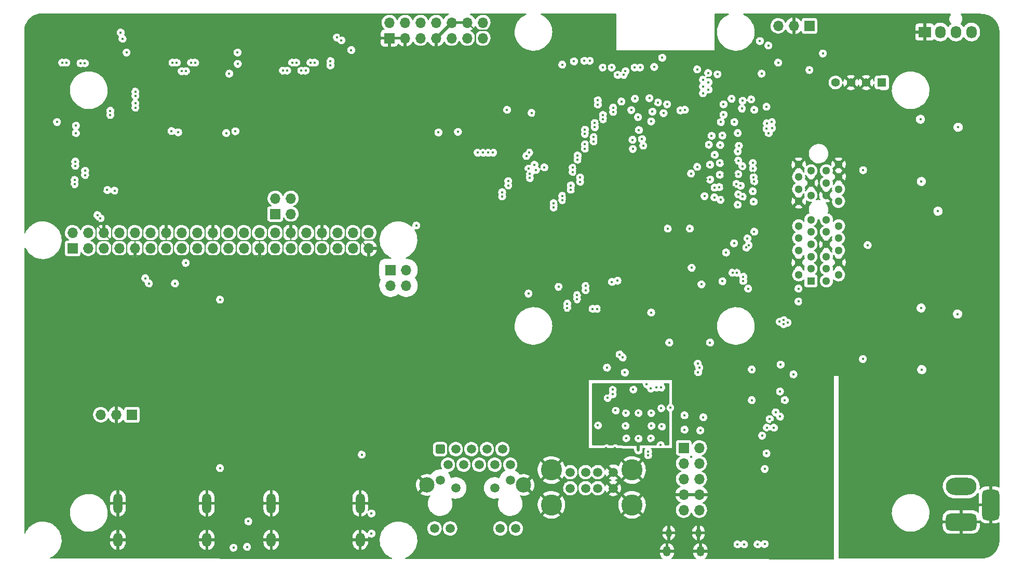
<source format=gbr>
G04 #@! TF.GenerationSoftware,KiCad,Pcbnew,(5.99.0-6751-g76ac8b5acf)*
G04 #@! TF.CreationDate,2021-04-16T13:45:54+01:00*
G04 #@! TF.ProjectId,CM4IOv5,434d3449-4f76-4352-9e6b-696361645f70,rev?*
G04 #@! TF.SameCoordinates,Original*
G04 #@! TF.FileFunction,Copper,L3,Inr*
G04 #@! TF.FilePolarity,Positive*
%FSLAX46Y46*%
G04 Gerber Fmt 4.6, Leading zero omitted, Abs format (unit mm)*
G04 Created by KiCad (PCBNEW (5.99.0-6751-g76ac8b5acf)) date 2021-04-16 13:45:54*
%MOMM*%
%LPD*%
G01*
G04 APERTURE LIST*
G04 Aperture macros list*
%AMRoundRect*
0 Rectangle with rounded corners*
0 $1 Rounding radius*
0 $2 $3 $4 $5 $6 $7 $8 $9 X,Y pos of 4 corners*
0 Add a 4 corners polygon primitive as box body*
4,1,4,$2,$3,$4,$5,$6,$7,$8,$9,$2,$3,0*
0 Add four circle primitives for the rounded corners*
1,1,$1+$1,$2,$3,0*
1,1,$1+$1,$4,$5,0*
1,1,$1+$1,$6,$7,0*
1,1,$1+$1,$8,$9,0*
0 Add four rect primitives between the rounded corners*
20,1,$1+$1,$2,$3,$4,$5,0*
20,1,$1+$1,$4,$5,$6,$7,0*
20,1,$1+$1,$6,$7,$8,$9,0*
20,1,$1+$1,$8,$9,$2,$3,0*%
G04 Aperture macros list end*
G04 #@! TA.AperFunction,ComponentPad*
%ADD10R,1.700000X1.700000*%
G04 #@! TD*
G04 #@! TA.AperFunction,ComponentPad*
%ADD11O,1.700000X1.700000*%
G04 #@! TD*
G04 #@! TA.AperFunction,ComponentPad*
%ADD12O,1.300000X1.700000*%
G04 #@! TD*
G04 #@! TA.AperFunction,ComponentPad*
%ADD13O,1.000000X1.400000*%
G04 #@! TD*
G04 #@! TA.AperFunction,ComponentPad*
%ADD14O,5.000000X2.800000*%
G04 #@! TD*
G04 #@! TA.AperFunction,ComponentPad*
%ADD15RoundRect,0.700000X1.800000X-0.700000X1.800000X0.700000X-1.800000X0.700000X-1.800000X-0.700000X0*%
G04 #@! TD*
G04 #@! TA.AperFunction,ComponentPad*
%ADD16RoundRect,0.700000X0.700000X-1.800000X0.700000X1.800000X-0.700000X1.800000X-0.700000X-1.800000X0*%
G04 #@! TD*
G04 #@! TA.AperFunction,ComponentPad*
%ADD17RoundRect,0.250500X-0.499500X-0.499500X0.499500X-0.499500X0.499500X0.499500X-0.499500X0.499500X0*%
G04 #@! TD*
G04 #@! TA.AperFunction,ComponentPad*
%ADD18C,1.500000*%
G04 #@! TD*
G04 #@! TA.AperFunction,ComponentPad*
%ADD19C,2.500000*%
G04 #@! TD*
G04 #@! TA.AperFunction,ComponentPad*
%ADD20O,1.500000X3.300000*%
G04 #@! TD*
G04 #@! TA.AperFunction,ComponentPad*
%ADD21O,1.500000X2.300000*%
G04 #@! TD*
G04 #@! TA.AperFunction,ComponentPad*
%ADD22C,3.450000*%
G04 #@! TD*
G04 #@! TA.AperFunction,ComponentPad*
%ADD23R,2.030000X1.730000*%
G04 #@! TD*
G04 #@! TA.AperFunction,ComponentPad*
%ADD24O,1.730000X2.030000*%
G04 #@! TD*
G04 #@! TA.AperFunction,ComponentPad*
%ADD25C,0.500000*%
G04 #@! TD*
G04 #@! TA.AperFunction,ComponentPad*
%ADD26R,1.408000X1.408000*%
G04 #@! TD*
G04 #@! TA.AperFunction,ComponentPad*
%ADD27C,1.408000*%
G04 #@! TD*
G04 #@! TA.AperFunction,ComponentPad*
%ADD28R,1.300000X1.300000*%
G04 #@! TD*
G04 #@! TA.AperFunction,ComponentPad*
%ADD29C,1.300000*%
G04 #@! TD*
G04 #@! TA.AperFunction,ViaPad*
%ADD30C,0.450000*%
G04 #@! TD*
G04 #@! TA.AperFunction,Conductor*
%ADD31C,0.130000*%
G04 #@! TD*
G04 #@! TA.AperFunction,Conductor*
%ADD32C,0.230000*%
G04 #@! TD*
G04 #@! TA.AperFunction,Conductor*
%ADD33C,0.500000*%
G04 #@! TD*
G04 #@! TA.AperFunction,Conductor*
%ADD34C,0.200000*%
G04 #@! TD*
G04 #@! TA.AperFunction,Conductor*
%ADD35C,0.254000*%
G04 #@! TD*
G04 APERTURE END LIST*
D10*
X97040000Y-136000000D03*
D11*
X94500000Y-136000000D03*
X91960000Y-136000000D03*
D10*
X87370000Y-108820000D03*
D11*
X87370000Y-106280000D03*
X89910000Y-108820000D03*
X89910000Y-106280000D03*
X92450000Y-108820000D03*
X92450000Y-106280000D03*
X94990000Y-108820000D03*
X94990000Y-106280000D03*
X97530000Y-108820000D03*
X97530000Y-106280000D03*
X100070000Y-108820000D03*
X100070000Y-106280000D03*
X102610000Y-108820000D03*
X102610000Y-106280000D03*
X105150000Y-108820000D03*
X105150000Y-106280000D03*
X107690000Y-108820000D03*
X107690000Y-106280000D03*
X110230000Y-108820000D03*
X110230000Y-106280000D03*
X112770000Y-108820000D03*
X112770000Y-106280000D03*
X115310000Y-108820000D03*
X115310000Y-106280000D03*
X117850000Y-108820000D03*
X117850000Y-106280000D03*
X120390000Y-108820000D03*
X120390000Y-106280000D03*
X122930000Y-108820000D03*
X122930000Y-106280000D03*
X125470000Y-108820000D03*
X125470000Y-106280000D03*
X128010000Y-108820000D03*
X128010000Y-106280000D03*
X130550000Y-108820000D03*
X130550000Y-106280000D03*
X133090000Y-108820000D03*
X133090000Y-106280000D03*
X135630000Y-108820000D03*
X135630000Y-106280000D03*
D10*
X187000000Y-141400000D03*
D11*
X189540000Y-141400000D03*
X187000000Y-143940000D03*
X189540000Y-143940000D03*
X187000000Y-146480000D03*
X189540000Y-146480000D03*
X187000000Y-149020000D03*
X189540000Y-149020000D03*
X187000000Y-151560000D03*
X189540000Y-151560000D03*
D10*
X139230000Y-112370000D03*
D11*
X141770000Y-112370000D03*
X139230000Y-114910000D03*
X141770000Y-114910000D03*
D12*
X189725000Y-158300000D03*
D13*
X184575000Y-155270000D03*
D12*
X184275000Y-158300000D03*
D13*
X189425000Y-155270000D03*
D14*
X232250000Y-147700000D03*
D15*
X232250000Y-153500000D03*
D16*
X237050000Y-150700000D03*
D17*
X147285000Y-141610000D03*
D18*
X148555000Y-144150000D03*
X149825000Y-141610000D03*
X151095000Y-144150000D03*
X152365000Y-141610000D03*
X153635000Y-144150000D03*
X154905000Y-141610000D03*
X156175000Y-144150000D03*
X157445000Y-141610000D03*
X158715000Y-144150000D03*
X147285000Y-146670000D03*
X149825000Y-147940000D03*
X156175000Y-147940000D03*
X158715000Y-146670000D03*
X146370000Y-154560000D03*
X148910000Y-154560000D03*
X157090000Y-154560000D03*
X159630000Y-154560000D03*
D19*
X145125000Y-147450000D03*
X160875000Y-147450000D03*
D20*
X134250000Y-150450000D03*
X119750000Y-150450000D03*
D21*
X119750000Y-156410000D03*
X134250000Y-156410000D03*
D20*
X109250000Y-150450000D03*
X94750000Y-150450000D03*
D21*
X94750000Y-156410000D03*
X109250000Y-156410000D03*
D18*
X168500000Y-145370000D03*
X171000000Y-145370000D03*
X173000000Y-145370000D03*
X175500000Y-145370000D03*
X168500000Y-147990000D03*
X171000000Y-147990000D03*
X173000000Y-147990000D03*
X175500000Y-147990000D03*
D22*
X165430000Y-150700000D03*
X178570000Y-150700000D03*
X165430000Y-145020000D03*
X178570000Y-145020000D03*
D23*
X226300000Y-73500000D03*
D24*
X228840000Y-73500000D03*
X231380000Y-73500000D03*
X233920000Y-73500000D03*
D25*
X229050000Y-96000000D03*
X226450000Y-96000000D03*
X230350000Y-96000000D03*
X229050000Y-94700000D03*
X227750000Y-96000000D03*
X226450000Y-94700000D03*
X227750000Y-94700000D03*
X230350000Y-94700000D03*
D26*
X219250000Y-81750000D03*
D27*
X216750000Y-81750000D03*
X214250000Y-81750000D03*
X211750000Y-81750000D03*
D10*
X120400000Y-103200000D03*
D11*
X120400000Y-100660000D03*
X122940000Y-103200000D03*
X122940000Y-100660000D03*
D10*
X139000000Y-74500000D03*
D11*
X139000000Y-71960000D03*
X141540000Y-74500000D03*
X141540000Y-71960000D03*
X144080000Y-74500000D03*
X144080000Y-71960000D03*
X146620000Y-74500000D03*
X146620000Y-71960000D03*
X149160000Y-74500000D03*
X149160000Y-71960000D03*
X151700000Y-74500000D03*
X151700000Y-71960000D03*
X154240000Y-74500000D03*
X154240000Y-71960000D03*
D10*
X207500000Y-72500000D03*
D11*
X204960000Y-72500000D03*
X202420000Y-72500000D03*
D25*
X229000000Y-126712500D03*
X226400000Y-126712500D03*
X230300000Y-126712500D03*
X229000000Y-125412500D03*
X227700000Y-126712500D03*
X226400000Y-125412500D03*
X227700000Y-125412500D03*
X230300000Y-125412500D03*
D28*
X207750000Y-114150000D03*
D29*
X205750000Y-113150000D03*
X207750000Y-112150000D03*
X205750000Y-111150000D03*
X207750000Y-110150000D03*
X205750000Y-109150000D03*
X207750000Y-108150000D03*
X205750000Y-107150000D03*
X207750000Y-106150000D03*
X205750000Y-105150000D03*
X207750000Y-104150000D03*
X205750000Y-101150000D03*
X207750000Y-100150000D03*
X205750000Y-99150000D03*
X207750000Y-98150000D03*
X205750000Y-97150000D03*
X207750000Y-96150000D03*
X205750000Y-95150000D03*
X210250000Y-114150000D03*
X212250000Y-113150000D03*
X210250000Y-112150000D03*
X212250000Y-111150000D03*
X210250000Y-110150000D03*
X212250000Y-109150000D03*
X210250000Y-108150000D03*
X212250000Y-107150000D03*
X210250000Y-106150000D03*
X212250000Y-105150000D03*
X210250000Y-104150000D03*
X212250000Y-101150000D03*
X210250000Y-100150000D03*
X212250000Y-99150000D03*
X210250000Y-98150000D03*
X212250000Y-97150000D03*
X210250000Y-96150000D03*
X212250000Y-95150000D03*
D30*
X117450000Y-72900000D03*
X224400000Y-124762500D03*
X232800000Y-126762500D03*
X233600000Y-127762500D03*
X232800000Y-125862500D03*
X232800000Y-127762500D03*
X233600000Y-128762500D03*
X232800000Y-128762500D03*
X223000000Y-127162500D03*
X233600000Y-125862500D03*
X232800000Y-124762500D03*
X231900000Y-125962500D03*
X231100000Y-125962500D03*
X233600000Y-124762500D03*
X233600000Y-123562500D03*
X232800000Y-123562500D03*
X223000000Y-125062500D03*
X223900000Y-127462500D03*
X225500000Y-124762500D03*
X225500000Y-127262500D03*
X222950000Y-126112500D03*
X231085000Y-127177500D03*
X224450000Y-126012500D03*
X231115000Y-124947500D03*
X233600000Y-126862500D03*
X204900000Y-138400000D03*
X213150000Y-134200000D03*
X193680000Y-157550000D03*
X224400000Y-95350000D03*
X230250000Y-132162500D03*
X226500000Y-132912500D03*
X226500000Y-131062500D03*
X230250000Y-131112500D03*
X230250000Y-130312500D03*
X226500000Y-132212500D03*
X230250000Y-132962500D03*
X226500000Y-130312500D03*
X223000000Y-128412500D03*
X167400000Y-118900000D03*
X169600000Y-95500000D03*
X175200000Y-115200000D03*
X193516744Y-98774022D03*
X207350000Y-156400000D03*
X175400000Y-131875000D03*
X124250000Y-80500000D03*
X161200000Y-90400000D03*
X107750000Y-77844990D03*
X158900000Y-89100000D03*
X96250000Y-74900000D03*
X169600000Y-96400000D03*
X170300000Y-114600000D03*
X141150000Y-134912500D03*
X159700000Y-94000000D03*
X193250000Y-133850000D03*
X93000000Y-122500000D03*
X129500000Y-151350000D03*
X224400000Y-94000000D03*
X106000000Y-151450000D03*
X88250000Y-77800000D03*
X169950000Y-78200000D03*
X122750000Y-80500000D03*
X130250000Y-77800000D03*
X187200000Y-105600000D03*
X192450000Y-71000000D03*
X171700000Y-116100000D03*
X232600000Y-95500000D03*
X125750000Y-77800000D03*
X110350000Y-133912500D03*
X221300000Y-94300000D03*
X156450000Y-132812500D03*
X178200000Y-79200000D03*
X220800000Y-112850000D03*
X103000000Y-148100000D03*
X193750000Y-146800000D03*
X198194979Y-103600000D03*
X208450000Y-158050000D03*
X236500000Y-122500000D03*
X171650000Y-90250000D03*
X208850000Y-146800000D03*
X101500000Y-148100000D03*
X209850000Y-85200000D03*
X182500000Y-131525000D03*
X225450000Y-125912500D03*
X98450000Y-147812500D03*
X106000000Y-148100000D03*
X106300000Y-79200000D03*
X192750000Y-79700000D03*
X194680000Y-155700000D03*
X169400000Y-98400000D03*
X91400000Y-104400000D03*
X121200000Y-80344990D03*
X112250000Y-79800000D03*
X123500000Y-151400000D03*
X223050000Y-98850000D03*
X177475000Y-137775000D03*
X179550000Y-92000000D03*
X162938528Y-86815411D03*
X172415000Y-126685000D03*
X101500000Y-157500000D03*
X97050000Y-84500000D03*
X94000000Y-72500000D03*
X169000000Y-117500000D03*
X179604000Y-139846000D03*
X191400000Y-158600000D03*
X204950000Y-115100000D03*
X176300000Y-125400000D03*
X190300000Y-95159958D03*
X224400000Y-98860010D03*
X171750000Y-89450000D03*
X226650000Y-101400000D03*
X144650000Y-131312500D03*
X178200000Y-126549990D03*
X195200000Y-96800000D03*
X166500000Y-101400000D03*
X85150000Y-79500000D03*
X159800000Y-103630010D03*
X121500000Y-72500000D03*
X86500000Y-157500000D03*
X86500000Y-72500000D03*
X168000000Y-78820010D03*
X173000000Y-137700000D03*
X164300655Y-102410010D03*
X226650000Y-99600000D03*
X103250000Y-77850000D03*
X181600000Y-143300000D03*
X167350000Y-117500000D03*
X180950000Y-131000000D03*
X198300000Y-98600000D03*
X183500000Y-85700000D03*
X173750000Y-84400000D03*
X168950000Y-116100000D03*
X126150000Y-79900000D03*
X159700000Y-91600000D03*
X178200000Y-88400000D03*
X175883000Y-135283000D03*
X225600000Y-96600000D03*
X171100000Y-97100000D03*
X213150000Y-139800000D03*
X131000000Y-148050000D03*
X231235000Y-96765000D03*
X175400000Y-132625000D03*
X193600000Y-100500000D03*
X223000000Y-96600000D03*
X236500000Y-132500000D03*
X167250000Y-115500000D03*
X98250000Y-86300000D03*
X226650000Y-100400000D03*
X232600000Y-94000000D03*
X236500000Y-77500000D03*
X190150000Y-79800000D03*
X81500000Y-72500000D03*
X94150000Y-87500000D03*
X214000000Y-155000000D03*
X131950000Y-143912500D03*
X123450000Y-143412500D03*
X152750000Y-157250000D03*
X167900000Y-100210010D03*
X171400000Y-118710010D03*
X181300000Y-79200000D03*
X209000000Y-72500000D03*
X198550000Y-142550000D03*
X225600000Y-95350000D03*
X128000000Y-151400000D03*
X81500000Y-152500000D03*
X123500000Y-148000000D03*
X225600000Y-94000000D03*
X197250000Y-105300000D03*
X109250000Y-77800000D03*
X156900000Y-99000000D03*
X114900000Y-151600000D03*
X112250000Y-77760009D03*
X161200000Y-100000000D03*
X149400000Y-137200000D03*
X164300000Y-88010010D03*
X87100000Y-89800000D03*
X233500000Y-94000000D03*
X161200000Y-98800000D03*
X162900000Y-98800000D03*
X121750000Y-146612500D03*
X94150000Y-85900000D03*
X195100000Y-90420010D03*
X161200000Y-97610010D03*
X206450000Y-117500000D03*
X197950000Y-106600000D03*
X196450000Y-112700000D03*
X174559486Y-133245488D03*
X88350000Y-90800000D03*
X110750000Y-77800000D03*
X233500000Y-98000000D03*
X114800000Y-148300000D03*
X126600000Y-119700000D03*
X210900000Y-158750000D03*
X115600000Y-138800000D03*
X98500000Y-151400000D03*
X196825453Y-91936823D03*
X199700000Y-75800000D03*
X200900000Y-138700000D03*
X175350000Y-71100000D03*
X236500000Y-112500000D03*
X161200000Y-102500000D03*
X87050000Y-97250000D03*
X180900000Y-87800000D03*
X203900000Y-127600000D03*
X174600000Y-87850000D03*
X107285000Y-123415000D03*
X198219139Y-100361721D03*
X194350000Y-113300000D03*
X171650000Y-114600000D03*
X166000000Y-71150000D03*
X196700000Y-96400000D03*
X178400000Y-125530032D03*
X112350000Y-142112500D03*
X220800000Y-113650000D03*
X173350000Y-89200000D03*
X174600000Y-87150000D03*
X209000000Y-132500000D03*
X90050000Y-97200000D03*
X131000000Y-151350000D03*
X90050000Y-95700000D03*
X162901867Y-93992530D03*
X124250000Y-77800000D03*
X193950000Y-108300000D03*
X182800000Y-86500000D03*
X89750000Y-77800000D03*
X223900000Y-128410010D03*
X94250000Y-77800000D03*
X92250000Y-99200000D03*
X191950000Y-76800000D03*
X225600000Y-98860010D03*
X173600000Y-118700000D03*
X125750000Y-79100000D03*
X164300000Y-90410010D03*
X81500000Y-130000000D03*
X129500000Y-148050000D03*
X104000000Y-72500000D03*
X173200000Y-88150000D03*
X232600000Y-98000000D03*
X151600000Y-137800000D03*
X173100000Y-91400000D03*
X183400000Y-137900000D03*
X237000000Y-142000000D03*
X106450000Y-137512500D03*
X196700000Y-102200000D03*
X154650000Y-121312500D03*
X200650000Y-80300000D03*
X162900000Y-103569990D03*
X224400000Y-96600000D03*
X175350000Y-72500000D03*
X161200000Y-95200000D03*
X162900000Y-91600000D03*
X176500000Y-157500000D03*
X185800000Y-136300000D03*
X233500000Y-99000000D03*
X208950000Y-139800000D03*
X174360000Y-141410000D03*
X231215000Y-93885000D03*
X112950000Y-131412500D03*
X214000000Y-157500000D03*
X193250000Y-135750000D03*
X161650000Y-127712500D03*
X127250000Y-77800000D03*
X106350000Y-80500000D03*
X104750000Y-79200000D03*
X161150000Y-115600000D03*
X196732552Y-94390137D03*
X85250000Y-77800000D03*
X173800000Y-85250000D03*
X236500000Y-157500000D03*
X81500000Y-102500000D03*
X92900000Y-87500000D03*
X169300000Y-99300000D03*
X183650000Y-105600000D03*
X88500000Y-97200000D03*
X127150000Y-139912500D03*
X234050000Y-145550000D03*
X87100000Y-98750000D03*
X193644988Y-92800000D03*
X104750000Y-80600000D03*
X94950000Y-99500000D03*
X233500000Y-95500000D03*
X99350000Y-145012500D03*
X176300000Y-127500000D03*
X159100000Y-124962500D03*
X122750000Y-77800000D03*
X129950000Y-128612500D03*
X161300000Y-96300000D03*
X183325000Y-131525000D03*
X173050000Y-90500000D03*
X88450000Y-94100000D03*
X222850000Y-136400000D03*
X179450000Y-86100000D03*
X114000000Y-72500000D03*
X175350000Y-73900000D03*
X154050000Y-130112500D03*
X157500000Y-85600000D03*
X134950000Y-141012500D03*
X230250000Y-99500000D03*
X121250000Y-77800000D03*
X193600000Y-105000000D03*
X171600000Y-92600000D03*
X183200000Y-140900000D03*
X154850000Y-115312500D03*
X187500000Y-131400000D03*
X88450000Y-98800000D03*
X181600000Y-131700000D03*
X172500000Y-78200000D03*
X81500000Y-95000000D03*
X112150000Y-116710010D03*
X195350000Y-112100000D03*
X81500000Y-142500000D03*
X146200000Y-89800000D03*
X232600000Y-99000000D03*
X213750000Y-85200000D03*
X104800000Y-90800000D03*
X225600000Y-129460010D03*
X117750000Y-128712500D03*
X224000000Y-157500000D03*
X107050000Y-147312500D03*
X182000000Y-142500000D03*
X87500000Y-88100000D03*
X171600000Y-91800000D03*
X236850000Y-94100000D03*
X200200000Y-140100000D03*
X182100000Y-84900000D03*
X195900000Y-131900000D03*
X196800000Y-93200000D03*
X195200000Y-94800000D03*
X104750000Y-77844990D03*
X179200000Y-90300000D03*
X126500000Y-151350000D03*
X197950000Y-157150000D03*
X149250000Y-126612500D03*
X199700000Y-142500000D03*
X131550000Y-135612500D03*
X162900000Y-101210010D03*
X155658314Y-75744990D03*
X187500000Y-129237500D03*
X182700000Y-119000000D03*
X223050000Y-97660010D03*
X178745999Y-131845999D03*
X155467559Y-137292894D03*
X122750000Y-79100000D03*
X177600000Y-139800000D03*
X206050000Y-158050000D03*
X124750000Y-128612500D03*
X155400000Y-139400000D03*
X166500000Y-102210010D03*
X170450000Y-94450000D03*
X184950000Y-76800000D03*
X167900000Y-101000000D03*
X114750000Y-89500000D03*
X131050000Y-74100000D03*
X230250000Y-101500000D03*
X118750000Y-135812500D03*
X195100000Y-103600000D03*
X170300000Y-93100000D03*
X182300000Y-158600000D03*
X103000000Y-90700000D03*
X198326926Y-96450546D03*
X164300000Y-85589990D03*
X230250000Y-102300000D03*
X192133781Y-95193358D03*
X187250000Y-76800000D03*
X154700000Y-92550000D03*
X230250000Y-100400000D03*
X174450000Y-85350000D03*
X148600000Y-89910010D03*
X88300000Y-79400000D03*
X213250000Y-146200000D03*
X221300000Y-96500000D03*
X207560000Y-144350000D03*
X154850000Y-116912500D03*
X103150000Y-79100000D03*
X149400000Y-139400000D03*
X86750000Y-77800000D03*
X201150000Y-156800000D03*
X174500000Y-79200000D03*
X103000000Y-151450000D03*
X170300000Y-116100000D03*
X162900000Y-99989990D03*
X226650000Y-102300000D03*
X114250000Y-77900000D03*
X175800000Y-87350000D03*
X189299680Y-96599671D03*
X96950000Y-82800000D03*
X181693000Y-137768000D03*
X236500000Y-72500000D03*
X231200000Y-95400000D03*
X201400000Y-137200000D03*
X161200000Y-88000000D03*
X166100000Y-74462500D03*
X159000000Y-97310010D03*
X181672000Y-135700000D03*
X162900000Y-89200000D03*
X128750000Y-77800000D03*
X195100000Y-85584990D03*
X233500000Y-92400000D03*
X221300000Y-95300000D03*
X87050000Y-91250000D03*
X134550000Y-123812500D03*
X94150000Y-74500000D03*
X81500000Y-82500000D03*
X104500000Y-148100000D03*
X110250000Y-144112500D03*
X223050000Y-95350000D03*
X99450000Y-115250000D03*
X159800000Y-86700000D03*
X87100000Y-94300000D03*
X205200000Y-77000000D03*
X92850000Y-85900000D03*
X101500000Y-151450000D03*
X109855000Y-118345000D03*
X125050000Y-135712500D03*
X233500000Y-96700000D03*
X192000000Y-92000000D03*
X232700000Y-92400000D03*
X161200000Y-85589990D03*
X108150000Y-78800000D03*
X223000000Y-129360010D03*
X171100000Y-98000000D03*
X196650000Y-114900000D03*
X103250000Y-140100000D03*
X177536000Y-135700000D03*
X175119153Y-92754991D03*
X170581263Y-143918737D03*
X162900000Y-97600000D03*
X232600000Y-96700000D03*
X81500000Y-115000000D03*
X193600000Y-96800000D03*
X92750000Y-77800000D03*
X128000000Y-148050000D03*
X155500000Y-92600000D03*
X234100000Y-144050000D03*
X220800000Y-112050000D03*
X163600000Y-157150000D03*
X86750000Y-79500000D03*
X161200000Y-92800000D03*
X126500000Y-148050000D03*
X128050000Y-72550000D03*
X164300000Y-92810010D03*
X191700000Y-136400000D03*
X98250000Y-82800000D03*
X87100000Y-95700000D03*
X157800000Y-101000000D03*
X189350000Y-76800000D03*
X124250000Y-79150000D03*
X91250000Y-77900000D03*
X198879990Y-95313931D03*
X170300000Y-117500000D03*
X191200000Y-100400000D03*
X175350000Y-75500000D03*
X153850000Y-92550000D03*
X195226569Y-101006627D03*
X175775000Y-141400000D03*
X202500000Y-77000000D03*
X104500000Y-151450000D03*
X88450000Y-95800000D03*
X143450000Y-105850000D03*
X98150000Y-84500000D03*
X193600000Y-94800000D03*
X174000000Y-127500000D03*
X159774984Y-101300004D03*
X196800000Y-90800000D03*
X209000000Y-122500000D03*
X223000000Y-94200000D03*
X179604000Y-135679000D03*
X190650063Y-97600882D03*
X168601867Y-118979990D03*
X195100000Y-92000000D03*
X121150000Y-79100000D03*
X220400000Y-135600000D03*
X198550000Y-144850000D03*
X195180800Y-98796776D03*
X189100000Y-111400000D03*
X224200000Y-129360010D03*
X153000000Y-137800000D03*
X105500000Y-85400000D03*
X196600000Y-101100000D03*
X192350000Y-75900000D03*
X157750000Y-98960010D03*
X87100000Y-92700000D03*
X106300000Y-77844990D03*
X96950000Y-86300000D03*
X127600000Y-79000000D03*
X195150000Y-102400000D03*
X181600000Y-139800000D03*
X195900000Y-130510010D03*
X104050000Y-114550000D03*
X99800000Y-114550000D03*
X225700000Y-118562500D03*
X225812500Y-128625000D03*
X216200000Y-126900000D03*
X217000000Y-108300000D03*
X231650000Y-119550000D03*
X228450000Y-102750000D03*
X157400000Y-100350000D03*
X87700000Y-98350000D03*
X87700000Y-97650000D03*
X157400000Y-99650000D03*
X89400000Y-96850000D03*
X158400000Y-98550000D03*
X158400000Y-97850000D03*
X89400000Y-96150000D03*
X161900000Y-97350000D03*
X87800000Y-95350000D03*
X87800000Y-94650000D03*
X161900000Y-96650000D03*
X177500000Y-79900000D03*
X189200000Y-79600000D03*
X94200000Y-99400000D03*
X95500000Y-74600000D03*
X199425000Y-74975000D03*
X131189949Y-74850000D03*
X183718779Y-86740611D03*
X91900000Y-103900000D03*
X93000000Y-99300000D03*
X91400000Y-103400000D03*
X191000000Y-80200000D03*
X177200000Y-80500000D03*
X95200000Y-73600000D03*
X200800000Y-75700000D03*
X181900000Y-86500000D03*
X130450000Y-74400000D03*
X168900000Y-95650000D03*
X97600000Y-83250000D03*
X168900000Y-96350000D03*
X97600000Y-83950000D03*
X170100000Y-97250000D03*
X97600000Y-85150000D03*
X97600000Y-85850000D03*
X170100000Y-97950000D03*
X89350000Y-78600000D03*
X168600000Y-98550000D03*
X88650000Y-78600000D03*
X168600000Y-99250000D03*
X167200000Y-100250000D03*
X93500000Y-86350000D03*
X167200000Y-100950000D03*
X93500000Y-87050000D03*
X165800000Y-101450000D03*
X86350000Y-78500000D03*
X165800000Y-102150000D03*
X85650000Y-78500000D03*
X103650000Y-78500000D03*
X169700000Y-94350000D03*
X169700000Y-93650000D03*
X104350000Y-78500000D03*
X105150000Y-79900000D03*
X170900000Y-92550000D03*
X170900000Y-91850000D03*
X105850000Y-79900000D03*
X106650000Y-78500000D03*
X172300000Y-91350000D03*
X107350000Y-78500000D03*
X172300000Y-90650000D03*
X173000000Y-84650000D03*
X129400000Y-78250000D03*
X173000000Y-85350000D03*
X129400000Y-78950000D03*
X126850000Y-78500000D03*
X175500000Y-85850000D03*
X175500000Y-86550000D03*
X126150000Y-78500000D03*
X125350000Y-79800000D03*
X173850000Y-87050000D03*
X124650000Y-79800000D03*
X173850000Y-87750000D03*
X123850000Y-78500000D03*
X172500000Y-88350000D03*
X123150000Y-78500000D03*
X172500000Y-89050000D03*
X170900000Y-89450000D03*
X122350000Y-79800000D03*
X170900000Y-90150000D03*
X121650000Y-79800000D03*
X201020010Y-136700000D03*
X195760000Y-157150000D03*
X202000000Y-135600000D03*
X201700000Y-138100000D03*
X200570010Y-138100000D03*
X196850000Y-157150000D03*
X199050000Y-157150000D03*
X199800000Y-139400000D03*
X196001924Y-92079994D03*
X198500000Y-106100000D03*
X200500000Y-142300000D03*
X202700000Y-132200000D03*
X202700000Y-136300000D03*
X192950000Y-91950000D03*
X191100000Y-91900000D03*
X192060347Y-93553326D03*
X195801924Y-93020006D03*
X195900000Y-94500000D03*
X192900000Y-94900000D03*
X198275038Y-94900000D03*
X191300000Y-95159967D03*
X189200000Y-95519989D03*
X196571159Y-95412331D03*
X198300000Y-95800000D03*
X188200000Y-96600000D03*
X192900000Y-96800000D03*
X195900000Y-96700000D03*
X191300000Y-97590984D03*
X198400000Y-97200000D03*
X198500000Y-97900000D03*
X192814650Y-98829922D03*
X190400000Y-100300000D03*
X196300000Y-98600000D03*
X192000000Y-100500000D03*
X198275018Y-99500000D03*
X195800000Y-101700000D03*
X195900000Y-100009990D03*
X196600000Y-100400000D03*
X155899999Y-93200001D03*
X162663238Y-95179940D03*
X155100000Y-93200000D03*
X164269990Y-95596020D03*
X154300000Y-93200000D03*
X162903625Y-96029406D03*
X153400000Y-93200000D03*
X161700000Y-95800000D03*
X174500000Y-128300000D03*
X188200000Y-142900000D03*
X181200000Y-142000000D03*
X181200000Y-142600000D03*
X209700000Y-77000000D03*
X161800000Y-93200000D03*
X147000000Y-89900000D03*
X158200000Y-86200000D03*
X162200000Y-86700000D03*
X150200000Y-89800000D03*
X161353008Y-93746992D03*
X195200000Y-108000000D03*
X193900000Y-109500000D03*
X180400000Y-92050000D03*
X196500000Y-86000000D03*
X181700000Y-119300000D03*
X177400000Y-129100000D03*
X193500000Y-85305009D03*
X188300000Y-112000000D03*
X184400000Y-105600000D03*
X180200000Y-91000000D03*
X177047488Y-126647488D03*
X172850000Y-118700000D03*
X172150000Y-118700000D03*
X176552512Y-126152512D03*
X115800000Y-157562500D03*
X113600000Y-157700000D03*
X183300000Y-134900000D03*
X184800000Y-134850000D03*
X207500000Y-79700000D03*
X193000000Y-100904756D03*
X176986750Y-134213250D03*
X191300000Y-124200000D03*
X96150000Y-76850000D03*
X179604000Y-141796000D03*
X176515500Y-131109500D03*
X184650000Y-124200000D03*
X202800000Y-127800000D03*
X105800000Y-111200000D03*
X179604000Y-133996000D03*
X183400000Y-137200000D03*
X195250000Y-88200000D03*
X197600000Y-108300000D03*
X193050000Y-88200000D03*
X132795001Y-76445001D03*
X176515500Y-133340500D03*
X198100000Y-128600000D03*
X184012500Y-132000000D03*
X114250000Y-76850000D03*
X187200000Y-86200000D03*
X186450000Y-86300000D03*
X183236290Y-139963710D03*
X84800000Y-88200000D03*
X197200000Y-108700000D03*
X116000000Y-153400000D03*
X183500000Y-77700000D03*
X181912500Y-132537500D03*
X175868000Y-136268000D03*
X176600000Y-140300000D03*
X200200000Y-144850000D03*
X200200000Y-157100000D03*
X204898661Y-129398661D03*
X189900000Y-114700000D03*
X175300000Y-114300000D03*
X194800000Y-84400000D03*
X181400000Y-84300000D03*
X198000000Y-84500000D03*
X175254910Y-79300000D03*
X195600000Y-98300000D03*
X192046881Y-98904712D03*
X197500000Y-115400000D03*
X193300000Y-114200000D03*
X176200000Y-114100000D03*
X196700000Y-114150000D03*
X169600000Y-116450000D03*
X194950000Y-112800000D03*
X196700000Y-113450000D03*
X169600000Y-117150000D03*
X195650000Y-112800000D03*
X171000000Y-115650000D03*
X171000000Y-114950000D03*
X205700000Y-117500000D03*
X166600000Y-115100000D03*
X205700000Y-115400000D03*
X168000000Y-117850000D03*
X168000000Y-118550000D03*
X198400000Y-101200000D03*
X136100000Y-155400000D03*
X188000000Y-105600000D03*
X136100000Y-152100000D03*
X225600000Y-87750000D03*
X225750000Y-97900000D03*
X190200000Y-136400000D03*
X189700000Y-138550000D03*
X187125000Y-138425000D03*
X187125000Y-136075000D03*
X112400000Y-90000000D03*
X104575000Y-89875000D03*
X87900000Y-90000000D03*
X112900000Y-80300000D03*
X87900000Y-88800000D03*
X113900000Y-89700000D03*
X103498133Y-89679990D03*
X114300000Y-78700000D03*
X179050000Y-84400000D03*
X176200000Y-80500000D03*
X178450000Y-86250000D03*
X169100000Y-78300000D03*
X171700000Y-78200000D03*
X179700000Y-89500000D03*
X182800000Y-85000000D03*
X179000000Y-79300000D03*
X179900000Y-79300000D03*
X184300000Y-85300000D03*
X193500000Y-87000000D03*
X198500000Y-86200000D03*
X178700000Y-92600000D03*
X134500000Y-142500000D03*
X199700000Y-80300000D03*
X192500000Y-80400000D03*
X167200000Y-78820010D03*
X179550000Y-87400000D03*
X170800000Y-78200000D03*
X176850000Y-84850000D03*
X191050000Y-81700000D03*
X189300000Y-127650000D03*
X190150000Y-81300000D03*
X203300000Y-121200000D03*
X191050000Y-82900000D03*
X200550000Y-88400000D03*
X216250000Y-96050000D03*
X111400000Y-117200000D03*
X202650000Y-120800000D03*
X203950000Y-120950000D03*
X231750000Y-89050000D03*
X201400000Y-89200000D03*
X200500000Y-89300000D03*
X189350000Y-129050000D03*
X201350000Y-88200000D03*
X99200000Y-113700000D03*
X190150000Y-82400000D03*
X190150000Y-83500000D03*
X200500000Y-85700000D03*
X189550000Y-128300000D03*
X111400000Y-144700000D03*
X203300000Y-120550000D03*
X200850000Y-90000000D03*
X161700000Y-116200000D03*
X182200000Y-79200000D03*
X196600000Y-84720010D03*
X143400000Y-105100000D03*
X178650000Y-91100000D03*
X173800000Y-79300000D03*
X181700000Y-88100000D03*
X195800000Y-90000000D03*
X191550000Y-90450000D03*
X202400000Y-78500000D03*
X193300000Y-90400000D03*
X198100000Y-133600000D03*
X197400000Y-107200000D03*
X203479990Y-133600000D03*
D31*
X117800000Y-107617919D02*
X117800000Y-107600000D01*
D32*
X153000000Y-73300000D02*
X153000000Y-75400000D01*
D31*
X91250000Y-104900000D02*
X91200000Y-104950000D01*
X124150000Y-107600000D02*
X124150000Y-109950000D01*
X114100000Y-107600000D02*
X114050000Y-107650000D01*
X110230000Y-107470000D02*
X110200000Y-107500000D01*
X103800000Y-110000000D02*
X101300000Y-110000000D01*
X96300000Y-104900000D02*
X93700000Y-104900000D01*
X119100000Y-107600000D02*
X119100000Y-105250000D01*
X113950000Y-107600000D02*
X114100000Y-107600000D01*
X106400000Y-107600000D02*
X106450000Y-107550000D01*
X121650000Y-107600000D02*
X134900000Y-107600000D01*
X110200000Y-107500000D02*
X110200000Y-107600000D01*
X113950000Y-107600000D02*
X113950000Y-107250000D01*
X106450000Y-105200000D02*
X106450000Y-104950000D01*
X98800000Y-104900000D02*
X96300000Y-104900000D01*
X114100000Y-107600000D02*
X116500000Y-107600000D01*
X124200000Y-104900000D02*
X121700000Y-104900000D01*
X109000000Y-109900000D02*
X109100000Y-110000000D01*
X124150000Y-104950000D02*
X124200000Y-104900000D01*
X121650000Y-107600000D02*
X121650000Y-105500000D01*
X93700000Y-107600000D02*
X94200000Y-107600000D01*
X98800000Y-107600000D02*
X98800000Y-109600000D01*
X137000000Y-107100000D02*
X137000000Y-106103398D01*
X119000000Y-104900000D02*
X116500000Y-104900000D01*
X102610000Y-107532081D02*
X102677919Y-107600000D01*
X106400000Y-107650000D02*
X106400000Y-109700000D01*
X114100000Y-107100000D02*
X114100000Y-105600000D01*
X93700000Y-110000000D02*
X91200000Y-110000000D01*
X98800000Y-109600000D02*
X98800000Y-110000000D01*
X129300000Y-105500000D02*
X129300000Y-104900000D01*
X96250000Y-104950000D02*
X96300000Y-104900000D01*
X111500000Y-107600000D02*
X111500000Y-104900000D01*
X114100000Y-104900000D02*
X111500000Y-104900000D01*
X91150000Y-107580000D02*
X93720000Y-107580000D01*
X106450000Y-107550000D02*
X106450000Y-107000000D01*
X131900000Y-110000000D02*
X129300000Y-110000000D01*
X102610000Y-106330000D02*
X102610000Y-107532081D01*
D32*
X152795001Y-73055001D02*
X152795001Y-73095001D01*
D31*
X96300000Y-110000000D02*
X93700000Y-110000000D01*
X93720000Y-107580000D02*
X93720000Y-109320000D01*
X111500000Y-107600000D02*
X111500000Y-109450000D01*
X101400000Y-107600000D02*
X101400000Y-105350000D01*
X109000000Y-107600000D02*
X110200000Y-107600000D01*
X103900000Y-107600000D02*
X106300000Y-107600000D01*
X92450000Y-106330000D02*
X93299999Y-107179999D01*
X103900000Y-107600000D02*
X103900000Y-105450000D01*
X134300000Y-109600000D02*
X134300000Y-110000000D01*
X93720000Y-107580000D02*
X94180000Y-107580000D01*
X92450000Y-106200000D02*
X91200000Y-104950000D01*
X122900000Y-107562081D02*
X122900000Y-107600000D01*
X129300000Y-104900000D02*
X126800000Y-104900000D01*
X116500000Y-104900000D02*
X114100000Y-104900000D01*
X101400000Y-104900000D02*
X98800000Y-104900000D01*
X106350000Y-107600000D02*
X106400000Y-107650000D01*
X134300000Y-107600000D02*
X134300000Y-107450000D01*
X91150000Y-107580000D02*
X91150000Y-109950000D01*
X126800000Y-107600000D02*
X126800000Y-104900000D01*
X116500000Y-107700000D02*
X116550000Y-107750000D01*
X96250000Y-107350000D02*
X96250000Y-105400000D01*
X111600000Y-110000000D02*
X109100000Y-110000000D01*
X101300000Y-107600000D02*
X101300000Y-110000000D01*
X94200000Y-107600000D02*
X98800000Y-107600000D01*
X96200000Y-107600000D02*
X96200000Y-109650000D01*
X96200000Y-109900000D02*
X96300000Y-110000000D01*
X98800000Y-107600000D02*
X101300000Y-107600000D01*
X134360000Y-107600000D02*
X135630000Y-108870000D01*
X136550000Y-107500000D02*
X136600000Y-107500000D01*
X136600000Y-107500000D02*
X137000000Y-107100000D01*
X121650000Y-109950000D02*
X121700000Y-110000000D01*
X97530000Y-108870000D02*
X97530000Y-107667919D01*
X131800000Y-104900000D02*
X129300000Y-104900000D01*
X131850000Y-105250000D02*
X131850000Y-104950000D01*
X136400000Y-104900000D02*
X134300000Y-104900000D01*
X93299999Y-107179999D02*
X93299999Y-107199999D01*
X119200000Y-110000000D02*
X116700000Y-110000000D01*
X128010000Y-107490000D02*
X127900000Y-107600000D01*
X106500000Y-104900000D02*
X103900000Y-104900000D01*
X106450000Y-104950000D02*
X106500000Y-104900000D01*
X131850000Y-109950000D02*
X131900000Y-110000000D01*
X118950000Y-107600000D02*
X121650000Y-107600000D01*
D32*
X152795001Y-73095001D02*
X153000000Y-73300000D01*
D31*
X124150000Y-107600000D02*
X124150000Y-104950000D01*
X110200000Y-107600000D02*
X111500000Y-107600000D01*
X94180000Y-107580000D02*
X94200000Y-107600000D01*
X114050000Y-107650000D02*
X114050000Y-109400000D01*
D32*
X153300000Y-73200000D02*
X154900000Y-73200000D01*
D31*
X121650000Y-104950000D02*
X121700000Y-104900000D01*
X106450000Y-107000000D02*
X106450000Y-105200000D01*
X113950000Y-107250000D02*
X114100000Y-107100000D01*
X116700000Y-110000000D02*
X114200000Y-110000000D01*
X109000000Y-107600000D02*
X109000000Y-104900000D01*
X109100000Y-110000000D02*
X106500000Y-110000000D01*
X119100000Y-105000000D02*
X119000000Y-104900000D01*
X109000000Y-109650000D02*
X109000000Y-109900000D01*
X134300000Y-107450000D02*
X134350000Y-107400000D01*
X103900000Y-105450000D02*
X103900000Y-104900000D01*
X119100000Y-107600000D02*
X119100000Y-109800000D01*
X131850000Y-104950000D02*
X131800000Y-104900000D01*
X103900000Y-104900000D02*
X101400000Y-104900000D01*
X116500000Y-107600000D02*
X116500000Y-107700000D01*
X119100000Y-105250000D02*
X119100000Y-105000000D01*
X126800000Y-104900000D02*
X124200000Y-104900000D01*
X91200000Y-104950000D02*
X91200000Y-107530000D01*
X117850000Y-107667919D02*
X117800000Y-107617919D01*
X111500000Y-104900000D02*
X109000000Y-104900000D01*
X117850000Y-107650000D02*
X117900000Y-107600000D01*
X126800000Y-107600000D02*
X126800000Y-110000000D01*
X119100000Y-109800000D02*
X119200000Y-109900000D01*
X101300000Y-110000000D02*
X98800000Y-110000000D01*
X98800000Y-105000000D02*
X98800000Y-104900000D01*
X93700000Y-104900000D02*
X91250000Y-104900000D01*
X93720000Y-109980000D02*
X93700000Y-110000000D01*
X101300000Y-107600000D02*
X103800000Y-107600000D01*
X121700000Y-104900000D02*
X119000000Y-104900000D01*
X137000000Y-106103398D02*
X137000000Y-105500000D01*
X116500000Y-105200000D02*
X116500000Y-104900000D01*
X116550000Y-107750000D02*
X116550000Y-109550000D01*
X111500000Y-107600000D02*
X113950000Y-107600000D01*
X137000000Y-105500000D02*
X136400000Y-104900000D01*
X109000000Y-104900000D02*
X106500000Y-104900000D01*
X121650000Y-107600000D02*
X121650000Y-109750000D01*
X97530000Y-107667919D02*
X97597919Y-107600000D01*
X103800000Y-107600000D02*
X103800000Y-109800000D01*
X134300000Y-110000000D02*
X131900000Y-110000000D01*
X110230000Y-106330000D02*
X110230000Y-107470000D01*
X114050000Y-109400000D02*
X114050000Y-109850000D01*
X93299999Y-107199999D02*
X93700000Y-107600000D01*
X116500000Y-107600000D02*
X116500000Y-105200000D01*
X93720000Y-107580000D02*
X93720000Y-104920000D01*
X96200000Y-109650000D02*
X96200000Y-109900000D01*
X93720000Y-109320000D02*
X93720000Y-109980000D01*
X106400000Y-109900000D02*
X106500000Y-110000000D01*
X121650000Y-109750000D02*
X121650000Y-109950000D01*
X103800000Y-107600000D02*
X103900000Y-107600000D01*
X98800000Y-107600000D02*
X98800000Y-105150000D01*
X114050000Y-109850000D02*
X114200000Y-110000000D01*
X98800000Y-105150000D02*
X98800000Y-105000000D01*
X91200000Y-110000000D02*
X91150000Y-109950000D01*
D32*
X153200000Y-73300000D02*
X153300000Y-73200000D01*
D31*
X135000000Y-107500000D02*
X136550000Y-107500000D01*
X134300000Y-107600000D02*
X134300000Y-109600000D01*
X106500000Y-110000000D02*
X103800000Y-110000000D01*
X129300000Y-107600000D02*
X129300000Y-105500000D01*
X116550000Y-109850000D02*
X116700000Y-110000000D01*
X122930000Y-107532081D02*
X122900000Y-107562081D01*
X134350000Y-105700000D02*
X134350000Y-104950000D01*
X131850000Y-107600000D02*
X131850000Y-109950000D01*
D33*
X149160000Y-71960000D02*
X146620000Y-74500000D01*
D31*
X111500000Y-109450000D02*
X111500000Y-109900000D01*
X126800000Y-110000000D02*
X121700000Y-110000000D01*
X113950000Y-107600000D02*
X114000000Y-107650000D01*
D32*
X153000000Y-73300000D02*
X153200000Y-73300000D01*
D31*
X106400000Y-109700000D02*
X106400000Y-109900000D01*
X129300000Y-107600000D02*
X129300000Y-109800000D01*
X119200000Y-109900000D02*
X119200000Y-110000000D01*
X109000000Y-107600000D02*
X109000000Y-109650000D01*
X116550000Y-109550000D02*
X116550000Y-109850000D01*
X129300000Y-109800000D02*
X129300000Y-110000000D01*
X91200000Y-107530000D02*
X91150000Y-107580000D01*
X131850000Y-107600000D02*
X131850000Y-105250000D01*
X121700000Y-110000000D02*
X119200000Y-110000000D01*
X121650000Y-105500000D02*
X121650000Y-104950000D01*
X134350000Y-107400000D02*
X134350000Y-105700000D01*
X98800000Y-110000000D02*
X96300000Y-110000000D01*
X128010000Y-106330000D02*
X128010000Y-107490000D01*
X103800000Y-109800000D02*
X103800000Y-110000000D01*
X114200000Y-110000000D02*
X111600000Y-110000000D01*
X114100000Y-105600000D02*
X114100000Y-104900000D01*
X122930000Y-106330000D02*
X122930000Y-107532081D01*
X129300000Y-110000000D02*
X126800000Y-110000000D01*
X117800000Y-107600000D02*
X117900000Y-107600000D01*
X116500000Y-107600000D02*
X117800000Y-107600000D01*
X96200000Y-107400000D02*
X96250000Y-107350000D01*
X93720000Y-104920000D02*
X93700000Y-104900000D01*
X101400000Y-105350000D02*
X101400000Y-104900000D01*
X117900000Y-107600000D02*
X118950000Y-107600000D01*
X134350000Y-104950000D02*
X134300000Y-104900000D01*
X96200000Y-107600000D02*
X96200000Y-107400000D01*
X134300000Y-104900000D02*
X131800000Y-104900000D01*
D32*
X151700000Y-71960000D02*
X152795001Y-73055001D01*
D31*
X111500000Y-109900000D02*
X111600000Y-110000000D01*
X117850000Y-108870000D02*
X117850000Y-107650000D01*
X96250000Y-105400000D02*
X96250000Y-104950000D01*
X106300000Y-107600000D02*
X109000000Y-107600000D01*
X134900000Y-107600000D02*
X135000000Y-107500000D01*
D33*
X177125000Y-140825000D02*
X176600000Y-140300000D01*
X179604000Y-141004000D02*
X179425000Y-140825000D01*
X179425000Y-140825000D02*
X177125000Y-140825000D01*
X179604000Y-141796000D02*
X179604000Y-141004000D01*
D34*
X230433667Y-70680324D02*
X230422751Y-70696266D01*
X230323558Y-70876697D01*
X230315946Y-70894456D01*
X230253688Y-71090718D01*
X230249671Y-71109618D01*
X230226720Y-71314235D01*
X230226450Y-71333554D01*
X230243679Y-71538732D01*
X230247167Y-71557736D01*
X230303921Y-71755659D01*
X230311034Y-71773623D01*
X230405150Y-71956754D01*
X230415616Y-71972996D01*
X230543511Y-72134359D01*
X230550007Y-72141085D01*
X230521443Y-72158418D01*
X230507917Y-72168281D01*
X230332948Y-72320111D01*
X230321278Y-72332112D01*
X230174392Y-72511251D01*
X230164910Y-72525048D01*
X230112076Y-72617865D01*
X229989816Y-72436265D01*
X229979326Y-72423218D01*
X229819422Y-72255596D01*
X229806885Y-72244504D01*
X229621025Y-72106220D01*
X229606797Y-72097398D01*
X229400295Y-71992407D01*
X229384785Y-71986109D01*
X229163545Y-71917412D01*
X229147195Y-71913817D01*
X228917544Y-71883379D01*
X228900822Y-71882591D01*
X228669326Y-71891282D01*
X228652711Y-71893322D01*
X228425988Y-71940893D01*
X228409953Y-71945703D01*
X228194487Y-72030795D01*
X228179492Y-72038239D01*
X227981443Y-72158418D01*
X227967917Y-72168281D01*
X227819246Y-72297291D01*
X227785984Y-72245533D01*
X227767531Y-72224237D01*
X227657180Y-72128618D01*
X227633475Y-72113383D01*
X227500655Y-72052726D01*
X227473618Y-72044788D01*
X227329089Y-72024008D01*
X227315000Y-72023000D01*
X226554000Y-72023000D01*
X226495809Y-72041907D01*
X226455000Y-72122000D01*
X226455000Y-74878000D01*
X226473907Y-74936191D01*
X226554000Y-74977000D01*
X227315000Y-74977000D01*
X227336044Y-74974738D01*
X227549152Y-74928379D01*
X227581631Y-74914925D01*
X227704467Y-74835984D01*
X227725763Y-74817531D01*
X227821382Y-74707180D01*
X227822865Y-74704872D01*
X227860577Y-74744404D01*
X227873115Y-74755496D01*
X228058975Y-74893780D01*
X228073203Y-74902602D01*
X228279705Y-75007593D01*
X228295215Y-75013891D01*
X228516455Y-75082588D01*
X228532805Y-75086183D01*
X228762456Y-75116621D01*
X228779178Y-75117409D01*
X229010674Y-75108718D01*
X229027289Y-75106678D01*
X229254012Y-75059107D01*
X229270047Y-75054297D01*
X229485513Y-74969205D01*
X229500508Y-74961761D01*
X229698557Y-74841582D01*
X229712083Y-74831719D01*
X229887052Y-74679889D01*
X229898722Y-74667888D01*
X230045608Y-74488749D01*
X230055090Y-74474952D01*
X230107924Y-74382135D01*
X230230184Y-74563734D01*
X230240674Y-74576781D01*
X230400578Y-74744404D01*
X230413115Y-74755496D01*
X230598975Y-74893780D01*
X230613203Y-74902602D01*
X230819705Y-75007593D01*
X230835215Y-75013891D01*
X231056455Y-75082588D01*
X231072805Y-75086183D01*
X231302456Y-75116621D01*
X231319178Y-75117409D01*
X231550674Y-75108718D01*
X231567289Y-75106678D01*
X231794012Y-75059107D01*
X231810047Y-75054297D01*
X232025513Y-74969205D01*
X232040508Y-74961761D01*
X232238557Y-74841582D01*
X232252083Y-74831719D01*
X232427052Y-74679889D01*
X232438722Y-74667888D01*
X232585608Y-74488749D01*
X232595090Y-74474952D01*
X232647924Y-74382135D01*
X232770184Y-74563734D01*
X232780674Y-74576781D01*
X232940578Y-74744404D01*
X232953115Y-74755496D01*
X233138975Y-74893780D01*
X233153203Y-74902602D01*
X233359705Y-75007593D01*
X233375215Y-75013891D01*
X233596455Y-75082588D01*
X233612805Y-75086183D01*
X233842456Y-75116621D01*
X233859178Y-75117409D01*
X234090674Y-75108718D01*
X234107289Y-75106678D01*
X234334012Y-75059107D01*
X234350047Y-75054297D01*
X234565513Y-74969205D01*
X234580508Y-74961761D01*
X234778557Y-74841582D01*
X234792083Y-74831719D01*
X234967052Y-74679889D01*
X234978722Y-74667888D01*
X235125608Y-74488749D01*
X235135090Y-74474952D01*
X235249692Y-74273624D01*
X235256714Y-74258428D01*
X235335757Y-74040670D01*
X235340118Y-74024507D01*
X235381340Y-73796544D01*
X235382810Y-73783591D01*
X235383890Y-73760689D01*
X235384000Y-73756026D01*
X235384000Y-73291074D01*
X235383646Y-73282704D01*
X235369060Y-73110801D01*
X235366239Y-73094300D01*
X235308040Y-72870069D01*
X235302479Y-72854279D01*
X235207332Y-72643061D01*
X235199191Y-72628434D01*
X235069816Y-72436265D01*
X235059326Y-72423218D01*
X234899422Y-72255596D01*
X234886885Y-72244504D01*
X234701025Y-72106220D01*
X234686797Y-72097398D01*
X234480295Y-71992407D01*
X234464785Y-71986109D01*
X234243545Y-71917412D01*
X234227195Y-71913817D01*
X233997544Y-71883379D01*
X233980822Y-71882591D01*
X233749326Y-71891282D01*
X233732711Y-71893322D01*
X233505988Y-71940893D01*
X233489953Y-71945703D01*
X233274487Y-72030795D01*
X233259492Y-72038239D01*
X233061443Y-72158418D01*
X233047917Y-72168281D01*
X232872948Y-72320111D01*
X232861278Y-72332112D01*
X232714392Y-72511251D01*
X232704910Y-72525048D01*
X232652076Y-72617865D01*
X232529816Y-72436265D01*
X232519326Y-72423218D01*
X232359422Y-72255596D01*
X232346885Y-72244504D01*
X232206932Y-72140376D01*
X232317031Y-72012825D01*
X232328168Y-71997036D01*
X232429870Y-71818007D01*
X232437729Y-71800357D01*
X232502722Y-71604984D01*
X232507002Y-71586142D01*
X232532808Y-71381865D01*
X232533579Y-71370838D01*
X232533990Y-71341381D01*
X232533528Y-71330339D01*
X232513436Y-71125422D01*
X232509683Y-71106469D01*
X232450171Y-70909357D01*
X232442808Y-70891493D01*
X232346144Y-70709694D01*
X232335451Y-70693601D01*
X232258296Y-70599000D01*
X235420699Y-70599000D01*
X235439111Y-70602104D01*
X235454327Y-70603474D01*
X235647870Y-70605903D01*
X235953297Y-70638004D01*
X236249975Y-70701065D01*
X236538434Y-70794791D01*
X236815526Y-70918161D01*
X237078181Y-71069805D01*
X237323572Y-71248093D01*
X237548966Y-71451038D01*
X237751911Y-71676432D01*
X237930195Y-71921819D01*
X238081844Y-72184482D01*
X238205206Y-72461557D01*
X238298935Y-72750025D01*
X238361996Y-73046703D01*
X238394097Y-73352130D01*
X238396486Y-73542488D01*
X238397662Y-73556509D01*
X238401000Y-73577901D01*
X238401000Y-147762540D01*
X238389584Y-147754869D01*
X238374160Y-147746389D01*
X238176691Y-147659706D01*
X238160009Y-147654092D01*
X237950310Y-147603748D01*
X237934450Y-147601279D01*
X237757251Y-147588266D01*
X237750000Y-147588000D01*
X237304000Y-147588000D01*
X237245809Y-147606907D01*
X237205000Y-147687000D01*
X237204999Y-150446001D01*
X237205000Y-150446004D01*
X237204999Y-153713000D01*
X237223906Y-153771191D01*
X237273406Y-153807155D01*
X237303999Y-153812000D01*
X237749999Y-153812000D01*
X237758800Y-153811608D01*
X237973604Y-153792437D01*
X237990926Y-153789320D01*
X238198940Y-153732414D01*
X238215438Y-153726279D01*
X238401000Y-153637770D01*
X238401000Y-156420699D01*
X238397896Y-156439111D01*
X238396526Y-156454327D01*
X238394097Y-156647870D01*
X238361995Y-156953302D01*
X238298935Y-157249975D01*
X238205209Y-157538435D01*
X238081841Y-157815523D01*
X237930197Y-158078178D01*
X237751910Y-158323569D01*
X237548963Y-158548965D01*
X237323572Y-158751907D01*
X237078182Y-158930194D01*
X236815520Y-159081843D01*
X236538437Y-159205209D01*
X236249976Y-159298935D01*
X235953292Y-159361997D01*
X235647871Y-159394097D01*
X235457511Y-159396486D01*
X235443490Y-159397662D01*
X235422098Y-159401000D01*
X212349000Y-159401000D01*
X212349000Y-152104458D01*
X220847885Y-152104458D01*
X220848276Y-152115677D01*
X220879972Y-152460617D01*
X220881631Y-152471719D01*
X220952171Y-152810853D01*
X220955077Y-152821695D01*
X221063554Y-153150664D01*
X221067668Y-153161108D01*
X221212689Y-153475683D01*
X221217959Y-153485595D01*
X221397658Y-153781730D01*
X221404016Y-153790981D01*
X221616084Y-154064870D01*
X221623448Y-154073341D01*
X221865158Y-154321463D01*
X221873434Y-154329047D01*
X222141678Y-154548212D01*
X222150759Y-154554810D01*
X222442089Y-154742200D01*
X222451860Y-154747727D01*
X222762530Y-154900932D01*
X222772862Y-154905318D01*
X223098879Y-155022370D01*
X223109642Y-155025559D01*
X223446814Y-155104953D01*
X223457869Y-155106902D01*
X223801861Y-155147616D01*
X223813065Y-155148301D01*
X224159454Y-155149812D01*
X224170664Y-155149225D01*
X224514998Y-155111515D01*
X224526069Y-155109662D01*
X224863921Y-155033213D01*
X224874711Y-155030119D01*
X225201737Y-154915917D01*
X225212108Y-154911621D01*
X225524103Y-154761132D01*
X225533921Y-154755690D01*
X225826876Y-154570850D01*
X225836015Y-154564331D01*
X226106161Y-154347515D01*
X226114502Y-154340005D01*
X226358368Y-154094002D01*
X226365806Y-154085594D01*
X226580255Y-153813566D01*
X226586694Y-153804371D01*
X226617865Y-153753999D01*
X229138000Y-153753999D01*
X229138000Y-154199999D01*
X229138392Y-154208800D01*
X229157563Y-154423604D01*
X229160680Y-154440926D01*
X229217586Y-154648940D01*
X229223721Y-154665438D01*
X229316564Y-154860087D01*
X229325524Y-154875237D01*
X229451369Y-155050369D01*
X229462870Y-155063692D01*
X229617739Y-155213771D01*
X229631417Y-155224848D01*
X229810416Y-155345130D01*
X229825840Y-155353610D01*
X230023309Y-155440293D01*
X230039991Y-155445907D01*
X230249690Y-155496251D01*
X230265550Y-155498720D01*
X230442749Y-155511734D01*
X230450000Y-155512000D01*
X231996000Y-155512000D01*
X232054191Y-155493093D01*
X232095000Y-155413000D01*
X232404999Y-155413000D01*
X232423906Y-155471191D01*
X232473406Y-155507155D01*
X232503999Y-155512000D01*
X234049999Y-155512000D01*
X234058800Y-155511608D01*
X234273605Y-155492437D01*
X234290927Y-155489320D01*
X234498941Y-155432414D01*
X234515439Y-155426279D01*
X234710088Y-155333436D01*
X234725238Y-155324476D01*
X234900370Y-155198631D01*
X234913693Y-155187130D01*
X235063772Y-155032261D01*
X235074849Y-155018583D01*
X235195131Y-154839584D01*
X235203611Y-154824160D01*
X235290294Y-154626691D01*
X235295908Y-154610009D01*
X235346252Y-154400310D01*
X235348721Y-154384450D01*
X235361734Y-154207251D01*
X235362000Y-154200000D01*
X235362000Y-153754000D01*
X235343093Y-153695809D01*
X235263000Y-153655000D01*
X232504000Y-153654999D01*
X232445809Y-153673906D01*
X232405000Y-153753999D01*
X232404999Y-155413000D01*
X232095000Y-155413000D01*
X232095001Y-153754000D01*
X232076094Y-153695809D01*
X232026594Y-153659845D01*
X231996001Y-153655000D01*
X229237000Y-153654999D01*
X229178809Y-153673906D01*
X229142845Y-153723406D01*
X229138000Y-153753999D01*
X226617865Y-153753999D01*
X226768971Y-153509815D01*
X226774327Y-153499950D01*
X226922088Y-153186653D01*
X226926293Y-153176245D01*
X227037637Y-152848235D01*
X227040637Y-152837419D01*
X227048761Y-152800000D01*
X229138000Y-152800000D01*
X229138000Y-153246000D01*
X229156907Y-153304191D01*
X229237000Y-153345000D01*
X231996000Y-153345001D01*
X232054191Y-153326094D01*
X232095000Y-153246001D01*
X232095000Y-153246000D01*
X232404999Y-153246000D01*
X232423906Y-153304191D01*
X232473406Y-153340155D01*
X232503999Y-153345000D01*
X235263000Y-153345001D01*
X235321191Y-153326094D01*
X235327593Y-153317282D01*
X235351369Y-153350370D01*
X235362870Y-153363693D01*
X235517739Y-153513772D01*
X235531417Y-153524849D01*
X235710416Y-153645131D01*
X235725840Y-153653611D01*
X235923309Y-153740294D01*
X235939991Y-153745908D01*
X236149690Y-153796252D01*
X236165550Y-153798721D01*
X236342749Y-153811734D01*
X236350000Y-153812000D01*
X236796000Y-153812000D01*
X236854191Y-153793093D01*
X236895000Y-153713000D01*
X236895001Y-150954000D01*
X236876094Y-150895809D01*
X236796001Y-150855000D01*
X235137000Y-150854999D01*
X235078809Y-150873906D01*
X235042845Y-150923406D01*
X235038000Y-150953999D01*
X235038000Y-151937316D01*
X235037130Y-151936308D01*
X234882261Y-151786229D01*
X234868583Y-151775152D01*
X234689584Y-151654870D01*
X234674160Y-151646390D01*
X234476691Y-151559707D01*
X234460009Y-151554093D01*
X234250310Y-151503749D01*
X234234450Y-151501280D01*
X234057251Y-151488266D01*
X234050000Y-151488000D01*
X232504000Y-151488000D01*
X232445809Y-151506907D01*
X232405000Y-151587000D01*
X232404999Y-153246000D01*
X232095000Y-153246000D01*
X232095001Y-151587000D01*
X232076094Y-151528809D01*
X232026594Y-151492845D01*
X231996001Y-151488000D01*
X230450001Y-151488000D01*
X230441200Y-151488392D01*
X230226395Y-151507563D01*
X230209073Y-151510680D01*
X230001059Y-151567586D01*
X229984561Y-151573721D01*
X229789912Y-151666564D01*
X229774762Y-151675524D01*
X229599630Y-151801369D01*
X229586307Y-151812870D01*
X229436228Y-151967739D01*
X229425151Y-151981417D01*
X229304869Y-152160416D01*
X229296389Y-152175840D01*
X229209706Y-152373309D01*
X229204092Y-152389991D01*
X229153748Y-152599690D01*
X229151279Y-152615550D01*
X229138266Y-152792749D01*
X229138000Y-152800000D01*
X227048761Y-152800000D01*
X227114134Y-152498913D01*
X227115890Y-152487825D01*
X227150594Y-152143175D01*
X227151068Y-152135417D01*
X227153976Y-152002160D01*
X227153841Y-151994387D01*
X227134203Y-151648551D01*
X227132932Y-151637398D01*
X227074271Y-151296009D01*
X227071746Y-151285072D01*
X226974815Y-150952517D01*
X226971068Y-150941936D01*
X226837114Y-150622492D01*
X226832193Y-150612402D01*
X226662938Y-150310176D01*
X226656907Y-150300709D01*
X226454527Y-150019585D01*
X226447463Y-150010862D01*
X226214560Y-149754456D01*
X226206553Y-149746588D01*
X225946121Y-149518195D01*
X225937276Y-149511284D01*
X225652663Y-149313841D01*
X225643092Y-149307976D01*
X225337958Y-149144022D01*
X225327784Y-149139278D01*
X225006051Y-149010919D01*
X224995406Y-149007357D01*
X224661210Y-148916245D01*
X224650230Y-148913911D01*
X224307869Y-148861217D01*
X224296696Y-148860141D01*
X223950570Y-148846541D01*
X223939346Y-148846737D01*
X223593905Y-148872408D01*
X223582776Y-148873873D01*
X223242463Y-148938484D01*
X223231572Y-148941200D01*
X222900759Y-149043919D01*
X222890244Y-149047850D01*
X222573187Y-149187359D01*
X222563185Y-149192455D01*
X222263959Y-149366959D01*
X222254599Y-149373155D01*
X221977050Y-149580410D01*
X221968451Y-149587625D01*
X221716148Y-149824968D01*
X221708421Y-149833111D01*
X221484609Y-150097489D01*
X221477854Y-150106453D01*
X221285408Y-150394468D01*
X221279710Y-150404141D01*
X221121106Y-150712091D01*
X221116541Y-150722345D01*
X220993817Y-151046269D01*
X220990441Y-151056975D01*
X220905175Y-151392710D01*
X220903033Y-151403729D01*
X220856322Y-151746957D01*
X220855442Y-151758147D01*
X220847885Y-152104458D01*
X212349000Y-152104458D01*
X212349000Y-147738296D01*
X229146612Y-147738296D01*
X229146938Y-147752622D01*
X229173126Y-148027097D01*
X229175515Y-148041225D01*
X229241050Y-148309045D01*
X229245454Y-148322680D01*
X229348964Y-148578235D01*
X229355291Y-148591092D01*
X229494608Y-148829027D01*
X229502723Y-148840836D01*
X229674928Y-149056168D01*
X229684664Y-149066681D01*
X229886149Y-149254898D01*
X229897300Y-149263896D01*
X230123846Y-149421057D01*
X230136180Y-149428351D01*
X230383040Y-149551162D01*
X230396297Y-149556599D01*
X230658300Y-149642487D01*
X230672203Y-149645954D01*
X230943860Y-149693122D01*
X230955874Y-149694459D01*
X231044641Y-149698878D01*
X231049563Y-149699000D01*
X233418912Y-149699000D01*
X233426076Y-149698740D01*
X233632163Y-149683787D01*
X233646342Y-149681719D01*
X233915579Y-149622277D01*
X233929311Y-149618183D01*
X234187148Y-149520497D01*
X234200145Y-149514464D01*
X234441180Y-149380581D01*
X234453170Y-149372736D01*
X234672353Y-149205461D01*
X234683084Y-149195966D01*
X234875824Y-148998802D01*
X234885073Y-148987858D01*
X235047333Y-148764936D01*
X235047696Y-148764353D01*
X235038266Y-148892749D01*
X235038000Y-148900000D01*
X235038000Y-150446000D01*
X235056907Y-150504191D01*
X235137000Y-150545000D01*
X236796000Y-150545001D01*
X236854191Y-150526094D01*
X236890155Y-150476594D01*
X236895000Y-150446001D01*
X236895001Y-147687000D01*
X236876094Y-147628809D01*
X236826594Y-147592845D01*
X236796001Y-147588000D01*
X236350001Y-147588000D01*
X236341200Y-147588392D01*
X236126396Y-147607563D01*
X236109074Y-147610680D01*
X235901060Y-147667586D01*
X235884562Y-147673721D01*
X235689913Y-147766564D01*
X235674763Y-147775524D01*
X235499631Y-147901369D01*
X235486308Y-147912870D01*
X235336229Y-148067739D01*
X235325152Y-148081417D01*
X235306946Y-148108510D01*
X235337931Y-147951305D01*
X235339678Y-147937084D01*
X235353388Y-147661704D01*
X235353062Y-147647378D01*
X235326874Y-147372903D01*
X235324485Y-147358775D01*
X235258950Y-147090955D01*
X235254546Y-147077320D01*
X235151036Y-146821765D01*
X235144709Y-146808908D01*
X235005392Y-146570973D01*
X234997277Y-146559164D01*
X234825072Y-146343832D01*
X234815336Y-146333319D01*
X234613851Y-146145102D01*
X234602700Y-146136104D01*
X234376154Y-145978943D01*
X234363820Y-145971649D01*
X234116960Y-145848838D01*
X234103703Y-145843401D01*
X233841700Y-145757513D01*
X233827797Y-145754046D01*
X233556140Y-145706878D01*
X233544126Y-145705541D01*
X233455359Y-145701122D01*
X233450437Y-145701000D01*
X231081088Y-145701000D01*
X231073924Y-145701260D01*
X230867837Y-145716213D01*
X230853658Y-145718281D01*
X230584421Y-145777723D01*
X230570689Y-145781817D01*
X230312852Y-145879503D01*
X230299855Y-145885536D01*
X230058820Y-146019419D01*
X230046830Y-146027264D01*
X229827647Y-146194539D01*
X229816916Y-146204034D01*
X229624176Y-146401198D01*
X229614927Y-146412142D01*
X229452667Y-146635064D01*
X229445095Y-146647229D01*
X229316715Y-146891239D01*
X229310979Y-146904370D01*
X229219168Y-147164357D01*
X229215387Y-147178178D01*
X229162069Y-147448695D01*
X229160322Y-147462916D01*
X229146612Y-147738296D01*
X212349000Y-147738296D01*
X212349000Y-129700000D01*
X212332972Y-129650669D01*
X218450000Y-129700000D01*
X218450000Y-128703116D01*
X224987276Y-128703116D01*
X224989752Y-128725911D01*
X225027379Y-128890863D01*
X225035033Y-128912478D01*
X225109599Y-129064350D01*
X225122020Y-129083623D01*
X225229524Y-129214268D01*
X225246046Y-129230167D01*
X225380721Y-129332576D01*
X225400457Y-129344248D01*
X225555080Y-129412929D01*
X225576972Y-129419748D01*
X225743247Y-129451016D01*
X225766121Y-129452615D01*
X225935130Y-129444792D01*
X225957757Y-129441087D01*
X226120433Y-129394594D01*
X226141602Y-129385782D01*
X226289219Y-129303112D01*
X226307792Y-129289667D01*
X226432432Y-129175256D01*
X226447415Y-129157898D01*
X226542391Y-129017881D01*
X226552978Y-128997544D01*
X226613197Y-128839434D01*
X226618822Y-128817205D01*
X226641052Y-128649482D01*
X226641907Y-128637251D01*
X226641997Y-128625777D01*
X226641334Y-128613535D01*
X226621741Y-128445484D01*
X226616466Y-128423171D01*
X226558739Y-128264134D01*
X226548472Y-128243631D01*
X226455706Y-128102140D01*
X226440998Y-128084550D01*
X226318171Y-127968195D01*
X226299811Y-127954459D01*
X226153510Y-127869481D01*
X226132483Y-127860338D01*
X225970557Y-127811295D01*
X225947990Y-127807235D01*
X225779125Y-127796759D01*
X225756229Y-127797999D01*
X225589484Y-127826651D01*
X225567488Y-127833125D01*
X225411805Y-127899369D01*
X225391888Y-127910729D01*
X225255621Y-128011010D01*
X225238852Y-128026648D01*
X225129310Y-128155588D01*
X225116588Y-128174664D01*
X225039646Y-128325346D01*
X225031653Y-128346837D01*
X224991439Y-128511178D01*
X224988605Y-128533931D01*
X224987276Y-128703116D01*
X218450000Y-128703116D01*
X218450000Y-124450000D01*
X225260450Y-124450000D01*
X225260450Y-127650000D01*
X231560450Y-127650000D01*
X231560450Y-124450000D01*
X225260450Y-124450000D01*
X218450000Y-124450000D01*
X218450000Y-119628116D01*
X230824776Y-119628116D01*
X230827252Y-119650911D01*
X230864879Y-119815863D01*
X230872533Y-119837478D01*
X230947099Y-119989350D01*
X230959520Y-120008623D01*
X231067024Y-120139268D01*
X231083546Y-120155167D01*
X231218221Y-120257576D01*
X231237957Y-120269248D01*
X231392580Y-120337929D01*
X231414472Y-120344748D01*
X231580747Y-120376016D01*
X231603621Y-120377615D01*
X231772630Y-120369792D01*
X231795257Y-120366087D01*
X231957933Y-120319594D01*
X231979102Y-120310782D01*
X232126719Y-120228112D01*
X232145292Y-120214667D01*
X232269932Y-120100256D01*
X232284915Y-120082898D01*
X232379891Y-119942881D01*
X232390478Y-119922544D01*
X232450697Y-119764434D01*
X232456322Y-119742205D01*
X232478552Y-119574482D01*
X232479407Y-119562251D01*
X232479497Y-119550777D01*
X232478834Y-119538535D01*
X232459241Y-119370484D01*
X232453966Y-119348171D01*
X232396239Y-119189134D01*
X232385972Y-119168631D01*
X232293206Y-119027140D01*
X232278498Y-119009550D01*
X232155671Y-118893195D01*
X232137311Y-118879459D01*
X231991010Y-118794481D01*
X231969983Y-118785338D01*
X231808057Y-118736295D01*
X231785490Y-118732235D01*
X231616625Y-118721759D01*
X231593729Y-118722999D01*
X231426984Y-118751651D01*
X231404988Y-118758125D01*
X231249305Y-118824369D01*
X231229388Y-118835729D01*
X231093121Y-118936010D01*
X231076352Y-118951648D01*
X230966810Y-119080588D01*
X230954088Y-119099664D01*
X230877146Y-119250346D01*
X230869153Y-119271837D01*
X230828939Y-119436178D01*
X230826105Y-119458931D01*
X230824776Y-119628116D01*
X218450000Y-119628116D01*
X218450000Y-118640616D01*
X224874776Y-118640616D01*
X224877252Y-118663411D01*
X224914879Y-118828363D01*
X224922533Y-118849978D01*
X224997099Y-119001850D01*
X225009520Y-119021123D01*
X225117024Y-119151768D01*
X225133546Y-119167667D01*
X225268221Y-119270076D01*
X225287957Y-119281748D01*
X225442580Y-119350429D01*
X225464472Y-119357248D01*
X225630747Y-119388516D01*
X225653621Y-119390115D01*
X225822630Y-119382292D01*
X225845257Y-119378587D01*
X226007933Y-119332094D01*
X226029102Y-119323282D01*
X226176719Y-119240612D01*
X226195292Y-119227167D01*
X226319932Y-119112756D01*
X226334915Y-119095398D01*
X226429891Y-118955381D01*
X226440478Y-118935044D01*
X226500697Y-118776934D01*
X226506322Y-118754705D01*
X226528552Y-118586982D01*
X226529407Y-118574751D01*
X226529497Y-118563277D01*
X226528834Y-118551035D01*
X226509241Y-118382984D01*
X226503966Y-118360671D01*
X226446239Y-118201634D01*
X226435972Y-118181131D01*
X226343206Y-118039640D01*
X226328498Y-118022050D01*
X226205671Y-117905695D01*
X226187311Y-117891959D01*
X226041010Y-117806981D01*
X226019983Y-117797838D01*
X225858057Y-117748795D01*
X225835490Y-117744735D01*
X225666625Y-117734259D01*
X225643729Y-117735499D01*
X225476984Y-117764151D01*
X225454988Y-117770625D01*
X225299305Y-117836869D01*
X225279388Y-117848229D01*
X225143121Y-117948510D01*
X225126352Y-117964148D01*
X225016810Y-118093088D01*
X225004088Y-118112164D01*
X224927146Y-118262846D01*
X224919153Y-118284337D01*
X224878939Y-118448678D01*
X224876105Y-118471431D01*
X224874776Y-118640616D01*
X218450000Y-118640616D01*
X218450000Y-104500000D01*
X218452458Y-102828116D01*
X227624776Y-102828116D01*
X227627252Y-102850911D01*
X227664879Y-103015863D01*
X227672533Y-103037478D01*
X227747099Y-103189350D01*
X227759520Y-103208623D01*
X227867024Y-103339268D01*
X227883546Y-103355167D01*
X228018221Y-103457576D01*
X228037957Y-103469248D01*
X228192580Y-103537929D01*
X228214472Y-103544748D01*
X228380747Y-103576016D01*
X228403621Y-103577615D01*
X228572630Y-103569792D01*
X228595257Y-103566087D01*
X228757933Y-103519594D01*
X228779102Y-103510782D01*
X228926719Y-103428112D01*
X228945292Y-103414667D01*
X229069932Y-103300256D01*
X229084915Y-103282898D01*
X229179891Y-103142881D01*
X229190478Y-103122544D01*
X229250697Y-102964434D01*
X229256322Y-102942205D01*
X229278552Y-102774482D01*
X229279407Y-102762251D01*
X229279497Y-102750777D01*
X229278834Y-102738535D01*
X229259241Y-102570484D01*
X229253966Y-102548171D01*
X229196239Y-102389134D01*
X229185972Y-102368631D01*
X229093206Y-102227140D01*
X229078498Y-102209550D01*
X228955671Y-102093195D01*
X228937311Y-102079459D01*
X228791010Y-101994481D01*
X228769983Y-101985338D01*
X228608057Y-101936295D01*
X228585490Y-101932235D01*
X228416625Y-101921759D01*
X228393729Y-101922999D01*
X228226984Y-101951651D01*
X228204988Y-101958125D01*
X228049305Y-102024369D01*
X228029388Y-102035729D01*
X227893121Y-102136010D01*
X227876352Y-102151648D01*
X227766810Y-102280588D01*
X227754088Y-102299664D01*
X227677146Y-102450346D01*
X227669153Y-102471837D01*
X227628939Y-102636178D01*
X227626105Y-102658931D01*
X227624776Y-102828116D01*
X218452458Y-102828116D01*
X218459590Y-97978116D01*
X224924776Y-97978116D01*
X224927252Y-98000911D01*
X224964879Y-98165863D01*
X224972533Y-98187478D01*
X225047099Y-98339350D01*
X225059520Y-98358623D01*
X225167024Y-98489268D01*
X225183546Y-98505167D01*
X225318221Y-98607576D01*
X225337957Y-98619248D01*
X225492580Y-98687929D01*
X225514472Y-98694748D01*
X225680747Y-98726016D01*
X225703621Y-98727615D01*
X225872630Y-98719792D01*
X225895257Y-98716087D01*
X226057933Y-98669594D01*
X226079102Y-98660782D01*
X226226719Y-98578112D01*
X226245292Y-98564667D01*
X226369932Y-98450256D01*
X226384915Y-98432898D01*
X226479891Y-98292881D01*
X226490478Y-98272544D01*
X226550697Y-98114434D01*
X226556322Y-98092205D01*
X226578552Y-97924482D01*
X226579407Y-97912251D01*
X226579497Y-97900777D01*
X226578834Y-97888535D01*
X226559241Y-97720484D01*
X226553966Y-97698171D01*
X226496239Y-97539134D01*
X226485972Y-97518631D01*
X226393206Y-97377140D01*
X226378498Y-97359550D01*
X226255671Y-97243195D01*
X226237311Y-97229459D01*
X226091010Y-97144481D01*
X226069983Y-97135338D01*
X225908057Y-97086295D01*
X225885490Y-97082235D01*
X225716625Y-97071759D01*
X225693729Y-97072999D01*
X225526984Y-97101651D01*
X225504988Y-97108125D01*
X225349305Y-97174369D01*
X225329388Y-97185729D01*
X225193121Y-97286010D01*
X225176352Y-97301648D01*
X225066810Y-97430588D01*
X225054088Y-97449664D01*
X224977146Y-97600346D01*
X224969153Y-97621837D01*
X224928939Y-97786178D01*
X224926105Y-97808931D01*
X224924776Y-97978116D01*
X218459590Y-97978116D01*
X218464290Y-94781626D01*
X225592466Y-94781626D01*
X225594942Y-94804422D01*
X225600000Y-94826595D01*
X225600000Y-95868626D01*
X225596688Y-95882161D01*
X225593854Y-95904914D01*
X225592466Y-96081626D01*
X225594942Y-96104422D01*
X225600000Y-96126595D01*
X225600000Y-96800000D01*
X226140235Y-96800000D01*
X226182915Y-96818958D01*
X226204807Y-96825777D01*
X226378480Y-96858436D01*
X226401353Y-96860035D01*
X226577881Y-96851865D01*
X226600509Y-96848160D01*
X226769015Y-96800000D01*
X227440235Y-96800000D01*
X227482915Y-96818958D01*
X227504807Y-96825777D01*
X227678480Y-96858436D01*
X227701353Y-96860035D01*
X227877881Y-96851865D01*
X227900509Y-96848160D01*
X228069015Y-96800000D01*
X228740235Y-96800000D01*
X228782915Y-96818958D01*
X228804807Y-96825777D01*
X228978480Y-96858436D01*
X229001353Y-96860035D01*
X229177881Y-96851865D01*
X229200509Y-96848160D01*
X229369015Y-96800000D01*
X230040235Y-96800000D01*
X230082915Y-96818958D01*
X230104807Y-96825777D01*
X230278480Y-96858436D01*
X230301353Y-96860035D01*
X230477881Y-96851865D01*
X230500509Y-96848160D01*
X230669015Y-96800000D01*
X231400000Y-96800000D01*
X231400000Y-93600000D01*
X225600000Y-93600000D01*
X225600000Y-94568626D01*
X225596688Y-94582161D01*
X225593854Y-94604914D01*
X225592466Y-94781626D01*
X218464290Y-94781626D01*
X218472604Y-89128116D01*
X230924776Y-89128116D01*
X230927252Y-89150911D01*
X230964879Y-89315863D01*
X230972533Y-89337478D01*
X231047099Y-89489350D01*
X231059520Y-89508623D01*
X231167024Y-89639268D01*
X231183546Y-89655167D01*
X231318221Y-89757576D01*
X231337957Y-89769248D01*
X231492580Y-89837929D01*
X231514472Y-89844748D01*
X231680747Y-89876016D01*
X231703621Y-89877615D01*
X231872630Y-89869792D01*
X231895257Y-89866087D01*
X232057933Y-89819594D01*
X232079102Y-89810782D01*
X232226719Y-89728112D01*
X232245292Y-89714667D01*
X232369932Y-89600256D01*
X232384915Y-89582898D01*
X232479891Y-89442881D01*
X232490478Y-89422544D01*
X232550697Y-89264434D01*
X232556322Y-89242205D01*
X232578552Y-89074482D01*
X232579407Y-89062251D01*
X232579497Y-89050777D01*
X232578834Y-89038535D01*
X232559241Y-88870484D01*
X232553966Y-88848171D01*
X232496239Y-88689134D01*
X232485972Y-88668631D01*
X232393206Y-88527140D01*
X232378498Y-88509550D01*
X232255671Y-88393195D01*
X232237311Y-88379459D01*
X232091010Y-88294481D01*
X232069983Y-88285338D01*
X231908057Y-88236295D01*
X231885490Y-88232235D01*
X231716625Y-88221759D01*
X231693729Y-88222999D01*
X231526984Y-88251651D01*
X231504988Y-88258125D01*
X231349305Y-88324369D01*
X231329388Y-88335729D01*
X231193121Y-88436010D01*
X231176352Y-88451648D01*
X231066810Y-88580588D01*
X231054088Y-88599664D01*
X230977146Y-88750346D01*
X230969153Y-88771837D01*
X230928939Y-88936178D01*
X230926105Y-88958931D01*
X230924776Y-89128116D01*
X218472604Y-89128116D01*
X218474516Y-87828116D01*
X224774776Y-87828116D01*
X224777252Y-87850911D01*
X224814879Y-88015863D01*
X224822533Y-88037478D01*
X224897099Y-88189350D01*
X224909520Y-88208623D01*
X225017024Y-88339268D01*
X225033546Y-88355167D01*
X225168221Y-88457576D01*
X225187957Y-88469248D01*
X225342580Y-88537929D01*
X225364472Y-88544748D01*
X225530747Y-88576016D01*
X225553621Y-88577615D01*
X225722630Y-88569792D01*
X225745257Y-88566087D01*
X225907933Y-88519594D01*
X225929102Y-88510782D01*
X226076719Y-88428112D01*
X226095292Y-88414667D01*
X226219932Y-88300256D01*
X226234915Y-88282898D01*
X226329891Y-88142881D01*
X226340478Y-88122544D01*
X226400697Y-87964434D01*
X226406322Y-87942205D01*
X226428552Y-87774482D01*
X226429407Y-87762251D01*
X226429497Y-87750777D01*
X226428834Y-87738535D01*
X226409241Y-87570484D01*
X226403966Y-87548171D01*
X226346239Y-87389134D01*
X226335972Y-87368631D01*
X226243206Y-87227140D01*
X226228498Y-87209550D01*
X226105671Y-87093195D01*
X226087311Y-87079459D01*
X225941010Y-86994481D01*
X225919983Y-86985338D01*
X225758057Y-86936295D01*
X225735490Y-86932235D01*
X225566625Y-86921759D01*
X225543729Y-86922999D01*
X225376984Y-86951651D01*
X225354988Y-86958125D01*
X225199305Y-87024369D01*
X225179388Y-87035729D01*
X225043121Y-87136010D01*
X225026352Y-87151648D01*
X224916810Y-87280588D01*
X224904088Y-87299664D01*
X224827146Y-87450346D01*
X224819153Y-87471837D01*
X224778939Y-87636178D01*
X224776105Y-87658931D01*
X224774776Y-87828116D01*
X218474516Y-87828116D01*
X218481463Y-83104458D01*
X220847885Y-83104458D01*
X220848276Y-83115677D01*
X220879972Y-83460617D01*
X220881631Y-83471719D01*
X220952171Y-83810853D01*
X220955077Y-83821695D01*
X221063554Y-84150664D01*
X221067668Y-84161108D01*
X221212689Y-84475683D01*
X221217959Y-84485595D01*
X221397658Y-84781730D01*
X221404016Y-84790981D01*
X221616084Y-85064870D01*
X221623448Y-85073341D01*
X221865158Y-85321463D01*
X221873434Y-85329047D01*
X222141678Y-85548212D01*
X222150759Y-85554810D01*
X222442089Y-85742200D01*
X222451860Y-85747727D01*
X222762530Y-85900932D01*
X222772862Y-85905318D01*
X223098879Y-86022370D01*
X223109642Y-86025559D01*
X223446814Y-86104953D01*
X223457869Y-86106902D01*
X223801861Y-86147616D01*
X223813065Y-86148301D01*
X224159454Y-86149812D01*
X224170664Y-86149225D01*
X224514998Y-86111515D01*
X224526069Y-86109662D01*
X224863921Y-86033213D01*
X224874711Y-86030119D01*
X225201737Y-85915917D01*
X225212108Y-85911621D01*
X225524103Y-85761132D01*
X225533921Y-85755690D01*
X225826876Y-85570850D01*
X225836015Y-85564331D01*
X226106161Y-85347515D01*
X226114502Y-85340005D01*
X226358368Y-85094002D01*
X226365806Y-85085594D01*
X226580255Y-84813566D01*
X226586694Y-84804371D01*
X226768971Y-84509815D01*
X226774327Y-84499950D01*
X226922088Y-84186653D01*
X226926293Y-84176245D01*
X227037637Y-83848235D01*
X227040637Y-83837419D01*
X227114134Y-83498913D01*
X227115890Y-83487825D01*
X227150594Y-83143175D01*
X227151068Y-83135417D01*
X227153976Y-83002160D01*
X227153841Y-82994387D01*
X227134203Y-82648551D01*
X227132932Y-82637398D01*
X227074271Y-82296009D01*
X227071746Y-82285072D01*
X226974815Y-81952517D01*
X226971068Y-81941936D01*
X226837114Y-81622492D01*
X226832193Y-81612402D01*
X226662938Y-81310176D01*
X226656907Y-81300709D01*
X226454527Y-81019585D01*
X226447463Y-81010862D01*
X226214560Y-80754456D01*
X226206553Y-80746588D01*
X225946121Y-80518195D01*
X225937276Y-80511284D01*
X225652663Y-80313841D01*
X225643092Y-80307976D01*
X225337958Y-80144022D01*
X225327784Y-80139278D01*
X225006051Y-80010919D01*
X224995406Y-80007357D01*
X224661210Y-79916245D01*
X224650230Y-79913911D01*
X224307869Y-79861217D01*
X224296696Y-79860141D01*
X223950570Y-79846541D01*
X223939346Y-79846737D01*
X223593905Y-79872408D01*
X223582776Y-79873873D01*
X223242463Y-79938484D01*
X223231572Y-79941200D01*
X222900759Y-80043919D01*
X222890244Y-80047850D01*
X222573187Y-80187359D01*
X222563185Y-80192455D01*
X222263959Y-80366959D01*
X222254599Y-80373155D01*
X221977050Y-80580410D01*
X221968451Y-80587625D01*
X221716148Y-80824968D01*
X221708421Y-80833111D01*
X221484609Y-81097489D01*
X221477854Y-81106453D01*
X221285408Y-81394468D01*
X221279710Y-81404141D01*
X221121106Y-81712091D01*
X221116541Y-81722345D01*
X220993817Y-82046269D01*
X220990441Y-82056975D01*
X220905175Y-82392710D01*
X220903033Y-82403729D01*
X220856322Y-82746957D01*
X220855442Y-82758147D01*
X220847885Y-83104458D01*
X218481463Y-83104458D01*
X218481544Y-83049750D01*
X218531911Y-83056992D01*
X218546000Y-83058000D01*
X219954000Y-83058000D01*
X219975044Y-83055738D01*
X220184829Y-83010102D01*
X220217308Y-82996648D01*
X220338228Y-82918938D01*
X220359524Y-82900485D01*
X220453652Y-82791855D01*
X220468887Y-82768150D01*
X220528598Y-82637401D01*
X220536536Y-82610364D01*
X220556992Y-82468089D01*
X220558000Y-82454000D01*
X220558000Y-81046000D01*
X220555738Y-81024956D01*
X220510102Y-80815171D01*
X220496648Y-80782692D01*
X220418938Y-80661772D01*
X220400485Y-80640476D01*
X220291855Y-80546348D01*
X220268150Y-80531113D01*
X220137401Y-80471402D01*
X220110364Y-80463464D01*
X219968089Y-80443008D01*
X219954000Y-80442000D01*
X218546000Y-80442000D01*
X218524956Y-80444262D01*
X218485363Y-80452875D01*
X218495214Y-73754000D01*
X224673000Y-73754000D01*
X224673000Y-74365000D01*
X224675262Y-74386044D01*
X224721621Y-74599152D01*
X224735075Y-74631631D01*
X224814016Y-74754467D01*
X224832469Y-74775763D01*
X224942820Y-74871382D01*
X224966525Y-74886617D01*
X225099345Y-74947274D01*
X225126382Y-74955212D01*
X225270911Y-74975992D01*
X225285000Y-74977000D01*
X226046000Y-74977000D01*
X226104191Y-74958093D01*
X226145000Y-74878000D01*
X226145000Y-73754000D01*
X226126093Y-73695809D01*
X226046000Y-73655000D01*
X224772000Y-73655000D01*
X224713809Y-73673907D01*
X224673000Y-73754000D01*
X218495214Y-73754000D01*
X218496859Y-72635000D01*
X224673000Y-72635000D01*
X224673000Y-73246000D01*
X224691907Y-73304191D01*
X224772000Y-73345000D01*
X226046000Y-73345000D01*
X226104191Y-73326093D01*
X226145000Y-73246000D01*
X226145000Y-72122000D01*
X226126093Y-72063809D01*
X226046000Y-72023000D01*
X225285000Y-72023000D01*
X225263956Y-72025262D01*
X225050848Y-72071621D01*
X225018369Y-72085075D01*
X224895533Y-72164016D01*
X224874237Y-72182469D01*
X224778618Y-72292820D01*
X224763383Y-72316525D01*
X224702726Y-72449345D01*
X224694788Y-72476382D01*
X224674008Y-72620911D01*
X224673000Y-72635000D01*
X218496859Y-72635000D01*
X218499854Y-70599000D01*
X230501906Y-70599000D01*
X230433667Y-70680324D01*
G04 #@! TA.AperFunction,Conductor*
G36*
X230433667Y-70680324D02*
G01*
X230422751Y-70696266D01*
X230323558Y-70876697D01*
X230315946Y-70894456D01*
X230253688Y-71090718D01*
X230249671Y-71109618D01*
X230226720Y-71314235D01*
X230226450Y-71333554D01*
X230243679Y-71538732D01*
X230247167Y-71557736D01*
X230303921Y-71755659D01*
X230311034Y-71773623D01*
X230405150Y-71956754D01*
X230415616Y-71972996D01*
X230543511Y-72134359D01*
X230550007Y-72141085D01*
X230521443Y-72158418D01*
X230507917Y-72168281D01*
X230332948Y-72320111D01*
X230321278Y-72332112D01*
X230174392Y-72511251D01*
X230164910Y-72525048D01*
X230112076Y-72617865D01*
X229989816Y-72436265D01*
X229979326Y-72423218D01*
X229819422Y-72255596D01*
X229806885Y-72244504D01*
X229621025Y-72106220D01*
X229606797Y-72097398D01*
X229400295Y-71992407D01*
X229384785Y-71986109D01*
X229163545Y-71917412D01*
X229147195Y-71913817D01*
X228917544Y-71883379D01*
X228900822Y-71882591D01*
X228669326Y-71891282D01*
X228652711Y-71893322D01*
X228425988Y-71940893D01*
X228409953Y-71945703D01*
X228194487Y-72030795D01*
X228179492Y-72038239D01*
X227981443Y-72158418D01*
X227967917Y-72168281D01*
X227819246Y-72297291D01*
X227785984Y-72245533D01*
X227767531Y-72224237D01*
X227657180Y-72128618D01*
X227633475Y-72113383D01*
X227500655Y-72052726D01*
X227473618Y-72044788D01*
X227329089Y-72024008D01*
X227315000Y-72023000D01*
X226554000Y-72023000D01*
X226495809Y-72041907D01*
X226455000Y-72122000D01*
X226455000Y-74878000D01*
X226473907Y-74936191D01*
X226554000Y-74977000D01*
X227315000Y-74977000D01*
X227336044Y-74974738D01*
X227549152Y-74928379D01*
X227581631Y-74914925D01*
X227704467Y-74835984D01*
X227725763Y-74817531D01*
X227821382Y-74707180D01*
X227822865Y-74704872D01*
X227860577Y-74744404D01*
X227873115Y-74755496D01*
X228058975Y-74893780D01*
X228073203Y-74902602D01*
X228279705Y-75007593D01*
X228295215Y-75013891D01*
X228516455Y-75082588D01*
X228532805Y-75086183D01*
X228762456Y-75116621D01*
X228779178Y-75117409D01*
X229010674Y-75108718D01*
X229027289Y-75106678D01*
X229254012Y-75059107D01*
X229270047Y-75054297D01*
X229485513Y-74969205D01*
X229500508Y-74961761D01*
X229698557Y-74841582D01*
X229712083Y-74831719D01*
X229887052Y-74679889D01*
X229898722Y-74667888D01*
X230045608Y-74488749D01*
X230055090Y-74474952D01*
X230107924Y-74382135D01*
X230230184Y-74563734D01*
X230240674Y-74576781D01*
X230400578Y-74744404D01*
X230413115Y-74755496D01*
X230598975Y-74893780D01*
X230613203Y-74902602D01*
X230819705Y-75007593D01*
X230835215Y-75013891D01*
X231056455Y-75082588D01*
X231072805Y-75086183D01*
X231302456Y-75116621D01*
X231319178Y-75117409D01*
X231550674Y-75108718D01*
X231567289Y-75106678D01*
X231794012Y-75059107D01*
X231810047Y-75054297D01*
X232025513Y-74969205D01*
X232040508Y-74961761D01*
X232238557Y-74841582D01*
X232252083Y-74831719D01*
X232427052Y-74679889D01*
X232438722Y-74667888D01*
X232585608Y-74488749D01*
X232595090Y-74474952D01*
X232647924Y-74382135D01*
X232770184Y-74563734D01*
X232780674Y-74576781D01*
X232940578Y-74744404D01*
X232953115Y-74755496D01*
X233138975Y-74893780D01*
X233153203Y-74902602D01*
X233359705Y-75007593D01*
X233375215Y-75013891D01*
X233596455Y-75082588D01*
X233612805Y-75086183D01*
X233842456Y-75116621D01*
X233859178Y-75117409D01*
X234090674Y-75108718D01*
X234107289Y-75106678D01*
X234334012Y-75059107D01*
X234350047Y-75054297D01*
X234565513Y-74969205D01*
X234580508Y-74961761D01*
X234778557Y-74841582D01*
X234792083Y-74831719D01*
X234967052Y-74679889D01*
X234978722Y-74667888D01*
X235125608Y-74488749D01*
X235135090Y-74474952D01*
X235249692Y-74273624D01*
X235256714Y-74258428D01*
X235335757Y-74040670D01*
X235340118Y-74024507D01*
X235381340Y-73796544D01*
X235382810Y-73783591D01*
X235383890Y-73760689D01*
X235384000Y-73756026D01*
X235384000Y-73291074D01*
X235383646Y-73282704D01*
X235369060Y-73110801D01*
X235366239Y-73094300D01*
X235308040Y-72870069D01*
X235302479Y-72854279D01*
X235207332Y-72643061D01*
X235199191Y-72628434D01*
X235069816Y-72436265D01*
X235059326Y-72423218D01*
X234899422Y-72255596D01*
X234886885Y-72244504D01*
X234701025Y-72106220D01*
X234686797Y-72097398D01*
X234480295Y-71992407D01*
X234464785Y-71986109D01*
X234243545Y-71917412D01*
X234227195Y-71913817D01*
X233997544Y-71883379D01*
X233980822Y-71882591D01*
X233749326Y-71891282D01*
X233732711Y-71893322D01*
X233505988Y-71940893D01*
X233489953Y-71945703D01*
X233274487Y-72030795D01*
X233259492Y-72038239D01*
X233061443Y-72158418D01*
X233047917Y-72168281D01*
X232872948Y-72320111D01*
X232861278Y-72332112D01*
X232714392Y-72511251D01*
X232704910Y-72525048D01*
X232652076Y-72617865D01*
X232529816Y-72436265D01*
X232519326Y-72423218D01*
X232359422Y-72255596D01*
X232346885Y-72244504D01*
X232206932Y-72140376D01*
X232317031Y-72012825D01*
X232328168Y-71997036D01*
X232429870Y-71818007D01*
X232437729Y-71800357D01*
X232502722Y-71604984D01*
X232507002Y-71586142D01*
X232532808Y-71381865D01*
X232533579Y-71370838D01*
X232533990Y-71341381D01*
X232533528Y-71330339D01*
X232513436Y-71125422D01*
X232509683Y-71106469D01*
X232450171Y-70909357D01*
X232442808Y-70891493D01*
X232346144Y-70709694D01*
X232335451Y-70693601D01*
X232258296Y-70599000D01*
X235420699Y-70599000D01*
X235439111Y-70602104D01*
X235454327Y-70603474D01*
X235647870Y-70605903D01*
X235953297Y-70638004D01*
X236249975Y-70701065D01*
X236538434Y-70794791D01*
X236815526Y-70918161D01*
X237078181Y-71069805D01*
X237323572Y-71248093D01*
X237548966Y-71451038D01*
X237751911Y-71676432D01*
X237930195Y-71921819D01*
X238081844Y-72184482D01*
X238205206Y-72461557D01*
X238298935Y-72750025D01*
X238361996Y-73046703D01*
X238394097Y-73352130D01*
X238396486Y-73542488D01*
X238397662Y-73556509D01*
X238401000Y-73577901D01*
X238401000Y-147762540D01*
X238389584Y-147754869D01*
X238374160Y-147746389D01*
X238176691Y-147659706D01*
X238160009Y-147654092D01*
X237950310Y-147603748D01*
X237934450Y-147601279D01*
X237757251Y-147588266D01*
X237750000Y-147588000D01*
X237304000Y-147588000D01*
X237245809Y-147606907D01*
X237205000Y-147687000D01*
X237204999Y-150446001D01*
X237205000Y-150446004D01*
X237204999Y-153713000D01*
X237223906Y-153771191D01*
X237273406Y-153807155D01*
X237303999Y-153812000D01*
X237749999Y-153812000D01*
X237758800Y-153811608D01*
X237973604Y-153792437D01*
X237990926Y-153789320D01*
X238198940Y-153732414D01*
X238215438Y-153726279D01*
X238401000Y-153637770D01*
X238401000Y-156420699D01*
X238397896Y-156439111D01*
X238396526Y-156454327D01*
X238394097Y-156647870D01*
X238361995Y-156953302D01*
X238298935Y-157249975D01*
X238205209Y-157538435D01*
X238081841Y-157815523D01*
X237930197Y-158078178D01*
X237751910Y-158323569D01*
X237548963Y-158548965D01*
X237323572Y-158751907D01*
X237078182Y-158930194D01*
X236815520Y-159081843D01*
X236538437Y-159205209D01*
X236249976Y-159298935D01*
X235953292Y-159361997D01*
X235647871Y-159394097D01*
X235457511Y-159396486D01*
X235443490Y-159397662D01*
X235422098Y-159401000D01*
X212349000Y-159401000D01*
X212349000Y-152104458D01*
X220847885Y-152104458D01*
X220848276Y-152115677D01*
X220879972Y-152460617D01*
X220881631Y-152471719D01*
X220952171Y-152810853D01*
X220955077Y-152821695D01*
X221063554Y-153150664D01*
X221067668Y-153161108D01*
X221212689Y-153475683D01*
X221217959Y-153485595D01*
X221397658Y-153781730D01*
X221404016Y-153790981D01*
X221616084Y-154064870D01*
X221623448Y-154073341D01*
X221865158Y-154321463D01*
X221873434Y-154329047D01*
X222141678Y-154548212D01*
X222150759Y-154554810D01*
X222442089Y-154742200D01*
X222451860Y-154747727D01*
X222762530Y-154900932D01*
X222772862Y-154905318D01*
X223098879Y-155022370D01*
X223109642Y-155025559D01*
X223446814Y-155104953D01*
X223457869Y-155106902D01*
X223801861Y-155147616D01*
X223813065Y-155148301D01*
X224159454Y-155149812D01*
X224170664Y-155149225D01*
X224514998Y-155111515D01*
X224526069Y-155109662D01*
X224863921Y-155033213D01*
X224874711Y-155030119D01*
X225201737Y-154915917D01*
X225212108Y-154911621D01*
X225524103Y-154761132D01*
X225533921Y-154755690D01*
X225826876Y-154570850D01*
X225836015Y-154564331D01*
X226106161Y-154347515D01*
X226114502Y-154340005D01*
X226358368Y-154094002D01*
X226365806Y-154085594D01*
X226580255Y-153813566D01*
X226586694Y-153804371D01*
X226617865Y-153753999D01*
X229138000Y-153753999D01*
X229138000Y-154199999D01*
X229138392Y-154208800D01*
X229157563Y-154423604D01*
X229160680Y-154440926D01*
X229217586Y-154648940D01*
X229223721Y-154665438D01*
X229316564Y-154860087D01*
X229325524Y-154875237D01*
X229451369Y-155050369D01*
X229462870Y-155063692D01*
X229617739Y-155213771D01*
X229631417Y-155224848D01*
X229810416Y-155345130D01*
X229825840Y-155353610D01*
X230023309Y-155440293D01*
X230039991Y-155445907D01*
X230249690Y-155496251D01*
X230265550Y-155498720D01*
X230442749Y-155511734D01*
X230450000Y-155512000D01*
X231996000Y-155512000D01*
X232054191Y-155493093D01*
X232095000Y-155413000D01*
X232404999Y-155413000D01*
X232423906Y-155471191D01*
X232473406Y-155507155D01*
X232503999Y-155512000D01*
X234049999Y-155512000D01*
X234058800Y-155511608D01*
X234273605Y-155492437D01*
X234290927Y-155489320D01*
X234498941Y-155432414D01*
X234515439Y-155426279D01*
X234710088Y-155333436D01*
X234725238Y-155324476D01*
X234900370Y-155198631D01*
X234913693Y-155187130D01*
X235063772Y-155032261D01*
X235074849Y-155018583D01*
X235195131Y-154839584D01*
X235203611Y-154824160D01*
X235290294Y-154626691D01*
X235295908Y-154610009D01*
X235346252Y-154400310D01*
X235348721Y-154384450D01*
X235361734Y-154207251D01*
X235362000Y-154200000D01*
X235362000Y-153754000D01*
X235343093Y-153695809D01*
X235263000Y-153655000D01*
X232504000Y-153654999D01*
X232445809Y-153673906D01*
X232405000Y-153753999D01*
X232404999Y-155413000D01*
X232095000Y-155413000D01*
X232095001Y-153754000D01*
X232076094Y-153695809D01*
X232026594Y-153659845D01*
X231996001Y-153655000D01*
X229237000Y-153654999D01*
X229178809Y-153673906D01*
X229142845Y-153723406D01*
X229138000Y-153753999D01*
X226617865Y-153753999D01*
X226768971Y-153509815D01*
X226774327Y-153499950D01*
X226922088Y-153186653D01*
X226926293Y-153176245D01*
X227037637Y-152848235D01*
X227040637Y-152837419D01*
X227048761Y-152800000D01*
X229138000Y-152800000D01*
X229138000Y-153246000D01*
X229156907Y-153304191D01*
X229237000Y-153345000D01*
X231996000Y-153345001D01*
X232054191Y-153326094D01*
X232095000Y-153246001D01*
X232095000Y-153246000D01*
X232404999Y-153246000D01*
X232423906Y-153304191D01*
X232473406Y-153340155D01*
X232503999Y-153345000D01*
X235263000Y-153345001D01*
X235321191Y-153326094D01*
X235327593Y-153317282D01*
X235351369Y-153350370D01*
X235362870Y-153363693D01*
X235517739Y-153513772D01*
X235531417Y-153524849D01*
X235710416Y-153645131D01*
X235725840Y-153653611D01*
X235923309Y-153740294D01*
X235939991Y-153745908D01*
X236149690Y-153796252D01*
X236165550Y-153798721D01*
X236342749Y-153811734D01*
X236350000Y-153812000D01*
X236796000Y-153812000D01*
X236854191Y-153793093D01*
X236895000Y-153713000D01*
X236895001Y-150954000D01*
X236876094Y-150895809D01*
X236796001Y-150855000D01*
X235137000Y-150854999D01*
X235078809Y-150873906D01*
X235042845Y-150923406D01*
X235038000Y-150953999D01*
X235038000Y-151937316D01*
X235037130Y-151936308D01*
X234882261Y-151786229D01*
X234868583Y-151775152D01*
X234689584Y-151654870D01*
X234674160Y-151646390D01*
X234476691Y-151559707D01*
X234460009Y-151554093D01*
X234250310Y-151503749D01*
X234234450Y-151501280D01*
X234057251Y-151488266D01*
X234050000Y-151488000D01*
X232504000Y-151488000D01*
X232445809Y-151506907D01*
X232405000Y-151587000D01*
X232404999Y-153246000D01*
X232095000Y-153246000D01*
X232095001Y-151587000D01*
X232076094Y-151528809D01*
X232026594Y-151492845D01*
X231996001Y-151488000D01*
X230450001Y-151488000D01*
X230441200Y-151488392D01*
X230226395Y-151507563D01*
X230209073Y-151510680D01*
X230001059Y-151567586D01*
X229984561Y-151573721D01*
X229789912Y-151666564D01*
X229774762Y-151675524D01*
X229599630Y-151801369D01*
X229586307Y-151812870D01*
X229436228Y-151967739D01*
X229425151Y-151981417D01*
X229304869Y-152160416D01*
X229296389Y-152175840D01*
X229209706Y-152373309D01*
X229204092Y-152389991D01*
X229153748Y-152599690D01*
X229151279Y-152615550D01*
X229138266Y-152792749D01*
X229138000Y-152800000D01*
X227048761Y-152800000D01*
X227114134Y-152498913D01*
X227115890Y-152487825D01*
X227150594Y-152143175D01*
X227151068Y-152135417D01*
X227153976Y-152002160D01*
X227153841Y-151994387D01*
X227134203Y-151648551D01*
X227132932Y-151637398D01*
X227074271Y-151296009D01*
X227071746Y-151285072D01*
X226974815Y-150952517D01*
X226971068Y-150941936D01*
X226837114Y-150622492D01*
X226832193Y-150612402D01*
X226662938Y-150310176D01*
X226656907Y-150300709D01*
X226454527Y-150019585D01*
X226447463Y-150010862D01*
X226214560Y-149754456D01*
X226206553Y-149746588D01*
X225946121Y-149518195D01*
X225937276Y-149511284D01*
X225652663Y-149313841D01*
X225643092Y-149307976D01*
X225337958Y-149144022D01*
X225327784Y-149139278D01*
X225006051Y-149010919D01*
X224995406Y-149007357D01*
X224661210Y-148916245D01*
X224650230Y-148913911D01*
X224307869Y-148861217D01*
X224296696Y-148860141D01*
X223950570Y-148846541D01*
X223939346Y-148846737D01*
X223593905Y-148872408D01*
X223582776Y-148873873D01*
X223242463Y-148938484D01*
X223231572Y-148941200D01*
X222900759Y-149043919D01*
X222890244Y-149047850D01*
X222573187Y-149187359D01*
X222563185Y-149192455D01*
X222263959Y-149366959D01*
X222254599Y-149373155D01*
X221977050Y-149580410D01*
X221968451Y-149587625D01*
X221716148Y-149824968D01*
X221708421Y-149833111D01*
X221484609Y-150097489D01*
X221477854Y-150106453D01*
X221285408Y-150394468D01*
X221279710Y-150404141D01*
X221121106Y-150712091D01*
X221116541Y-150722345D01*
X220993817Y-151046269D01*
X220990441Y-151056975D01*
X220905175Y-151392710D01*
X220903033Y-151403729D01*
X220856322Y-151746957D01*
X220855442Y-151758147D01*
X220847885Y-152104458D01*
X212349000Y-152104458D01*
X212349000Y-147738296D01*
X229146612Y-147738296D01*
X229146938Y-147752622D01*
X229173126Y-148027097D01*
X229175515Y-148041225D01*
X229241050Y-148309045D01*
X229245454Y-148322680D01*
X229348964Y-148578235D01*
X229355291Y-148591092D01*
X229494608Y-148829027D01*
X229502723Y-148840836D01*
X229674928Y-149056168D01*
X229684664Y-149066681D01*
X229886149Y-149254898D01*
X229897300Y-149263896D01*
X230123846Y-149421057D01*
X230136180Y-149428351D01*
X230383040Y-149551162D01*
X230396297Y-149556599D01*
X230658300Y-149642487D01*
X230672203Y-149645954D01*
X230943860Y-149693122D01*
X230955874Y-149694459D01*
X231044641Y-149698878D01*
X231049563Y-149699000D01*
X233418912Y-149699000D01*
X233426076Y-149698740D01*
X233632163Y-149683787D01*
X233646342Y-149681719D01*
X233915579Y-149622277D01*
X233929311Y-149618183D01*
X234187148Y-149520497D01*
X234200145Y-149514464D01*
X234441180Y-149380581D01*
X234453170Y-149372736D01*
X234672353Y-149205461D01*
X234683084Y-149195966D01*
X234875824Y-148998802D01*
X234885073Y-148987858D01*
X235047333Y-148764936D01*
X235047696Y-148764353D01*
X235038266Y-148892749D01*
X235038000Y-148900000D01*
X235038000Y-150446000D01*
X235056907Y-150504191D01*
X235137000Y-150545000D01*
X236796000Y-150545001D01*
X236854191Y-150526094D01*
X236890155Y-150476594D01*
X236895000Y-150446001D01*
X236895001Y-147687000D01*
X236876094Y-147628809D01*
X236826594Y-147592845D01*
X236796001Y-147588000D01*
X236350001Y-147588000D01*
X236341200Y-147588392D01*
X236126396Y-147607563D01*
X236109074Y-147610680D01*
X235901060Y-147667586D01*
X235884562Y-147673721D01*
X235689913Y-147766564D01*
X235674763Y-147775524D01*
X235499631Y-147901369D01*
X235486308Y-147912870D01*
X235336229Y-148067739D01*
X235325152Y-148081417D01*
X235306946Y-148108510D01*
X235337931Y-147951305D01*
X235339678Y-147937084D01*
X235353388Y-147661704D01*
X235353062Y-147647378D01*
X235326874Y-147372903D01*
X235324485Y-147358775D01*
X235258950Y-147090955D01*
X235254546Y-147077320D01*
X235151036Y-146821765D01*
X235144709Y-146808908D01*
X235005392Y-146570973D01*
X234997277Y-146559164D01*
X234825072Y-146343832D01*
X234815336Y-146333319D01*
X234613851Y-146145102D01*
X234602700Y-146136104D01*
X234376154Y-145978943D01*
X234363820Y-145971649D01*
X234116960Y-145848838D01*
X234103703Y-145843401D01*
X233841700Y-145757513D01*
X233827797Y-145754046D01*
X233556140Y-145706878D01*
X233544126Y-145705541D01*
X233455359Y-145701122D01*
X233450437Y-145701000D01*
X231081088Y-145701000D01*
X231073924Y-145701260D01*
X230867837Y-145716213D01*
X230853658Y-145718281D01*
X230584421Y-145777723D01*
X230570689Y-145781817D01*
X230312852Y-145879503D01*
X230299855Y-145885536D01*
X230058820Y-146019419D01*
X230046830Y-146027264D01*
X229827647Y-146194539D01*
X229816916Y-146204034D01*
X229624176Y-146401198D01*
X229614927Y-146412142D01*
X229452667Y-146635064D01*
X229445095Y-146647229D01*
X229316715Y-146891239D01*
X229310979Y-146904370D01*
X229219168Y-147164357D01*
X229215387Y-147178178D01*
X229162069Y-147448695D01*
X229160322Y-147462916D01*
X229146612Y-147738296D01*
X212349000Y-147738296D01*
X212349000Y-129700000D01*
X212332972Y-129650669D01*
X218450000Y-129700000D01*
X218450000Y-128703116D01*
X224987276Y-128703116D01*
X224989752Y-128725911D01*
X225027379Y-128890863D01*
X225035033Y-128912478D01*
X225109599Y-129064350D01*
X225122020Y-129083623D01*
X225229524Y-129214268D01*
X225246046Y-129230167D01*
X225380721Y-129332576D01*
X225400457Y-129344248D01*
X225555080Y-129412929D01*
X225576972Y-129419748D01*
X225743247Y-129451016D01*
X225766121Y-129452615D01*
X225935130Y-129444792D01*
X225957757Y-129441087D01*
X226120433Y-129394594D01*
X226141602Y-129385782D01*
X226289219Y-129303112D01*
X226307792Y-129289667D01*
X226432432Y-129175256D01*
X226447415Y-129157898D01*
X226542391Y-129017881D01*
X226552978Y-128997544D01*
X226613197Y-128839434D01*
X226618822Y-128817205D01*
X226641052Y-128649482D01*
X226641907Y-128637251D01*
X226641997Y-128625777D01*
X226641334Y-128613535D01*
X226621741Y-128445484D01*
X226616466Y-128423171D01*
X226558739Y-128264134D01*
X226548472Y-128243631D01*
X226455706Y-128102140D01*
X226440998Y-128084550D01*
X226318171Y-127968195D01*
X226299811Y-127954459D01*
X226153510Y-127869481D01*
X226132483Y-127860338D01*
X225970557Y-127811295D01*
X225947990Y-127807235D01*
X225779125Y-127796759D01*
X225756229Y-127797999D01*
X225589484Y-127826651D01*
X225567488Y-127833125D01*
X225411805Y-127899369D01*
X225391888Y-127910729D01*
X225255621Y-128011010D01*
X225238852Y-128026648D01*
X225129310Y-128155588D01*
X225116588Y-128174664D01*
X225039646Y-128325346D01*
X225031653Y-128346837D01*
X224991439Y-128511178D01*
X224988605Y-128533931D01*
X224987276Y-128703116D01*
X218450000Y-128703116D01*
X218450000Y-124450000D01*
X225260450Y-124450000D01*
X225260450Y-127650000D01*
X231560450Y-127650000D01*
X231560450Y-124450000D01*
X225260450Y-124450000D01*
X218450000Y-124450000D01*
X218450000Y-119628116D01*
X230824776Y-119628116D01*
X230827252Y-119650911D01*
X230864879Y-119815863D01*
X230872533Y-119837478D01*
X230947099Y-119989350D01*
X230959520Y-120008623D01*
X231067024Y-120139268D01*
X231083546Y-120155167D01*
X231218221Y-120257576D01*
X231237957Y-120269248D01*
X231392580Y-120337929D01*
X231414472Y-120344748D01*
X231580747Y-120376016D01*
X231603621Y-120377615D01*
X231772630Y-120369792D01*
X231795257Y-120366087D01*
X231957933Y-120319594D01*
X231979102Y-120310782D01*
X232126719Y-120228112D01*
X232145292Y-120214667D01*
X232269932Y-120100256D01*
X232284915Y-120082898D01*
X232379891Y-119942881D01*
X232390478Y-119922544D01*
X232450697Y-119764434D01*
X232456322Y-119742205D01*
X232478552Y-119574482D01*
X232479407Y-119562251D01*
X232479497Y-119550777D01*
X232478834Y-119538535D01*
X232459241Y-119370484D01*
X232453966Y-119348171D01*
X232396239Y-119189134D01*
X232385972Y-119168631D01*
X232293206Y-119027140D01*
X232278498Y-119009550D01*
X232155671Y-118893195D01*
X232137311Y-118879459D01*
X231991010Y-118794481D01*
X231969983Y-118785338D01*
X231808057Y-118736295D01*
X231785490Y-118732235D01*
X231616625Y-118721759D01*
X231593729Y-118722999D01*
X231426984Y-118751651D01*
X231404988Y-118758125D01*
X231249305Y-118824369D01*
X231229388Y-118835729D01*
X231093121Y-118936010D01*
X231076352Y-118951648D01*
X230966810Y-119080588D01*
X230954088Y-119099664D01*
X230877146Y-119250346D01*
X230869153Y-119271837D01*
X230828939Y-119436178D01*
X230826105Y-119458931D01*
X230824776Y-119628116D01*
X218450000Y-119628116D01*
X218450000Y-118640616D01*
X224874776Y-118640616D01*
X224877252Y-118663411D01*
X224914879Y-118828363D01*
X224922533Y-118849978D01*
X224997099Y-119001850D01*
X225009520Y-119021123D01*
X225117024Y-119151768D01*
X225133546Y-119167667D01*
X225268221Y-119270076D01*
X225287957Y-119281748D01*
X225442580Y-119350429D01*
X225464472Y-119357248D01*
X225630747Y-119388516D01*
X225653621Y-119390115D01*
X225822630Y-119382292D01*
X225845257Y-119378587D01*
X226007933Y-119332094D01*
X226029102Y-119323282D01*
X226176719Y-119240612D01*
X226195292Y-119227167D01*
X226319932Y-119112756D01*
X226334915Y-119095398D01*
X226429891Y-118955381D01*
X226440478Y-118935044D01*
X226500697Y-118776934D01*
X226506322Y-118754705D01*
X226528552Y-118586982D01*
X226529407Y-118574751D01*
X226529497Y-118563277D01*
X226528834Y-118551035D01*
X226509241Y-118382984D01*
X226503966Y-118360671D01*
X226446239Y-118201634D01*
X226435972Y-118181131D01*
X226343206Y-118039640D01*
X226328498Y-118022050D01*
X226205671Y-117905695D01*
X226187311Y-117891959D01*
X226041010Y-117806981D01*
X226019983Y-117797838D01*
X225858057Y-117748795D01*
X225835490Y-117744735D01*
X225666625Y-117734259D01*
X225643729Y-117735499D01*
X225476984Y-117764151D01*
X225454988Y-117770625D01*
X225299305Y-117836869D01*
X225279388Y-117848229D01*
X225143121Y-117948510D01*
X225126352Y-117964148D01*
X225016810Y-118093088D01*
X225004088Y-118112164D01*
X224927146Y-118262846D01*
X224919153Y-118284337D01*
X224878939Y-118448678D01*
X224876105Y-118471431D01*
X224874776Y-118640616D01*
X218450000Y-118640616D01*
X218450000Y-104500000D01*
X218452458Y-102828116D01*
X227624776Y-102828116D01*
X227627252Y-102850911D01*
X227664879Y-103015863D01*
X227672533Y-103037478D01*
X227747099Y-103189350D01*
X227759520Y-103208623D01*
X227867024Y-103339268D01*
X227883546Y-103355167D01*
X228018221Y-103457576D01*
X228037957Y-103469248D01*
X228192580Y-103537929D01*
X228214472Y-103544748D01*
X228380747Y-103576016D01*
X228403621Y-103577615D01*
X228572630Y-103569792D01*
X228595257Y-103566087D01*
X228757933Y-103519594D01*
X228779102Y-103510782D01*
X228926719Y-103428112D01*
X228945292Y-103414667D01*
X229069932Y-103300256D01*
X229084915Y-103282898D01*
X229179891Y-103142881D01*
X229190478Y-103122544D01*
X229250697Y-102964434D01*
X229256322Y-102942205D01*
X229278552Y-102774482D01*
X229279407Y-102762251D01*
X229279497Y-102750777D01*
X229278834Y-102738535D01*
X229259241Y-102570484D01*
X229253966Y-102548171D01*
X229196239Y-102389134D01*
X229185972Y-102368631D01*
X229093206Y-102227140D01*
X229078498Y-102209550D01*
X228955671Y-102093195D01*
X228937311Y-102079459D01*
X228791010Y-101994481D01*
X228769983Y-101985338D01*
X228608057Y-101936295D01*
X228585490Y-101932235D01*
X228416625Y-101921759D01*
X228393729Y-101922999D01*
X228226984Y-101951651D01*
X228204988Y-101958125D01*
X228049305Y-102024369D01*
X228029388Y-102035729D01*
X227893121Y-102136010D01*
X227876352Y-102151648D01*
X227766810Y-102280588D01*
X227754088Y-102299664D01*
X227677146Y-102450346D01*
X227669153Y-102471837D01*
X227628939Y-102636178D01*
X227626105Y-102658931D01*
X227624776Y-102828116D01*
X218452458Y-102828116D01*
X218459590Y-97978116D01*
X224924776Y-97978116D01*
X224927252Y-98000911D01*
X224964879Y-98165863D01*
X224972533Y-98187478D01*
X225047099Y-98339350D01*
X225059520Y-98358623D01*
X225167024Y-98489268D01*
X225183546Y-98505167D01*
X225318221Y-98607576D01*
X225337957Y-98619248D01*
X225492580Y-98687929D01*
X225514472Y-98694748D01*
X225680747Y-98726016D01*
X225703621Y-98727615D01*
X225872630Y-98719792D01*
X225895257Y-98716087D01*
X226057933Y-98669594D01*
X226079102Y-98660782D01*
X226226719Y-98578112D01*
X226245292Y-98564667D01*
X226369932Y-98450256D01*
X226384915Y-98432898D01*
X226479891Y-98292881D01*
X226490478Y-98272544D01*
X226550697Y-98114434D01*
X226556322Y-98092205D01*
X226578552Y-97924482D01*
X226579407Y-97912251D01*
X226579497Y-97900777D01*
X226578834Y-97888535D01*
X226559241Y-97720484D01*
X226553966Y-97698171D01*
X226496239Y-97539134D01*
X226485972Y-97518631D01*
X226393206Y-97377140D01*
X226378498Y-97359550D01*
X226255671Y-97243195D01*
X226237311Y-97229459D01*
X226091010Y-97144481D01*
X226069983Y-97135338D01*
X225908057Y-97086295D01*
X225885490Y-97082235D01*
X225716625Y-97071759D01*
X225693729Y-97072999D01*
X225526984Y-97101651D01*
X225504988Y-97108125D01*
X225349305Y-97174369D01*
X225329388Y-97185729D01*
X225193121Y-97286010D01*
X225176352Y-97301648D01*
X225066810Y-97430588D01*
X225054088Y-97449664D01*
X224977146Y-97600346D01*
X224969153Y-97621837D01*
X224928939Y-97786178D01*
X224926105Y-97808931D01*
X224924776Y-97978116D01*
X218459590Y-97978116D01*
X218464290Y-94781626D01*
X225592466Y-94781626D01*
X225594942Y-94804422D01*
X225600000Y-94826595D01*
X225600000Y-95868626D01*
X225596688Y-95882161D01*
X225593854Y-95904914D01*
X225592466Y-96081626D01*
X225594942Y-96104422D01*
X225600000Y-96126595D01*
X225600000Y-96800000D01*
X226140235Y-96800000D01*
X226182915Y-96818958D01*
X226204807Y-96825777D01*
X226378480Y-96858436D01*
X226401353Y-96860035D01*
X226577881Y-96851865D01*
X226600509Y-96848160D01*
X226769015Y-96800000D01*
X227440235Y-96800000D01*
X227482915Y-96818958D01*
X227504807Y-96825777D01*
X227678480Y-96858436D01*
X227701353Y-96860035D01*
X227877881Y-96851865D01*
X227900509Y-96848160D01*
X228069015Y-96800000D01*
X228740235Y-96800000D01*
X228782915Y-96818958D01*
X228804807Y-96825777D01*
X228978480Y-96858436D01*
X229001353Y-96860035D01*
X229177881Y-96851865D01*
X229200509Y-96848160D01*
X229369015Y-96800000D01*
X230040235Y-96800000D01*
X230082915Y-96818958D01*
X230104807Y-96825777D01*
X230278480Y-96858436D01*
X230301353Y-96860035D01*
X230477881Y-96851865D01*
X230500509Y-96848160D01*
X230669015Y-96800000D01*
X231400000Y-96800000D01*
X231400000Y-93600000D01*
X225600000Y-93600000D01*
X225600000Y-94568626D01*
X225596688Y-94582161D01*
X225593854Y-94604914D01*
X225592466Y-94781626D01*
X218464290Y-94781626D01*
X218472604Y-89128116D01*
X230924776Y-89128116D01*
X230927252Y-89150911D01*
X230964879Y-89315863D01*
X230972533Y-89337478D01*
X231047099Y-89489350D01*
X231059520Y-89508623D01*
X231167024Y-89639268D01*
X231183546Y-89655167D01*
X231318221Y-89757576D01*
X231337957Y-89769248D01*
X231492580Y-89837929D01*
X231514472Y-89844748D01*
X231680747Y-89876016D01*
X231703621Y-89877615D01*
X231872630Y-89869792D01*
X231895257Y-89866087D01*
X232057933Y-89819594D01*
X232079102Y-89810782D01*
X232226719Y-89728112D01*
X232245292Y-89714667D01*
X232369932Y-89600256D01*
X232384915Y-89582898D01*
X232479891Y-89442881D01*
X232490478Y-89422544D01*
X232550697Y-89264434D01*
X232556322Y-89242205D01*
X232578552Y-89074482D01*
X232579407Y-89062251D01*
X232579497Y-89050777D01*
X232578834Y-89038535D01*
X232559241Y-88870484D01*
X232553966Y-88848171D01*
X232496239Y-88689134D01*
X232485972Y-88668631D01*
X232393206Y-88527140D01*
X232378498Y-88509550D01*
X232255671Y-88393195D01*
X232237311Y-88379459D01*
X232091010Y-88294481D01*
X232069983Y-88285338D01*
X231908057Y-88236295D01*
X231885490Y-88232235D01*
X231716625Y-88221759D01*
X231693729Y-88222999D01*
X231526984Y-88251651D01*
X231504988Y-88258125D01*
X231349305Y-88324369D01*
X231329388Y-88335729D01*
X231193121Y-88436010D01*
X231176352Y-88451648D01*
X231066810Y-88580588D01*
X231054088Y-88599664D01*
X230977146Y-88750346D01*
X230969153Y-88771837D01*
X230928939Y-88936178D01*
X230926105Y-88958931D01*
X230924776Y-89128116D01*
X218472604Y-89128116D01*
X218474516Y-87828116D01*
X224774776Y-87828116D01*
X224777252Y-87850911D01*
X224814879Y-88015863D01*
X224822533Y-88037478D01*
X224897099Y-88189350D01*
X224909520Y-88208623D01*
X225017024Y-88339268D01*
X225033546Y-88355167D01*
X225168221Y-88457576D01*
X225187957Y-88469248D01*
X225342580Y-88537929D01*
X225364472Y-88544748D01*
X225530747Y-88576016D01*
X225553621Y-88577615D01*
X225722630Y-88569792D01*
X225745257Y-88566087D01*
X225907933Y-88519594D01*
X225929102Y-88510782D01*
X226076719Y-88428112D01*
X226095292Y-88414667D01*
X226219932Y-88300256D01*
X226234915Y-88282898D01*
X226329891Y-88142881D01*
X226340478Y-88122544D01*
X226400697Y-87964434D01*
X226406322Y-87942205D01*
X226428552Y-87774482D01*
X226429407Y-87762251D01*
X226429497Y-87750777D01*
X226428834Y-87738535D01*
X226409241Y-87570484D01*
X226403966Y-87548171D01*
X226346239Y-87389134D01*
X226335972Y-87368631D01*
X226243206Y-87227140D01*
X226228498Y-87209550D01*
X226105671Y-87093195D01*
X226087311Y-87079459D01*
X225941010Y-86994481D01*
X225919983Y-86985338D01*
X225758057Y-86936295D01*
X225735490Y-86932235D01*
X225566625Y-86921759D01*
X225543729Y-86922999D01*
X225376984Y-86951651D01*
X225354988Y-86958125D01*
X225199305Y-87024369D01*
X225179388Y-87035729D01*
X225043121Y-87136010D01*
X225026352Y-87151648D01*
X224916810Y-87280588D01*
X224904088Y-87299664D01*
X224827146Y-87450346D01*
X224819153Y-87471837D01*
X224778939Y-87636178D01*
X224776105Y-87658931D01*
X224774776Y-87828116D01*
X218474516Y-87828116D01*
X218481463Y-83104458D01*
X220847885Y-83104458D01*
X220848276Y-83115677D01*
X220879972Y-83460617D01*
X220881631Y-83471719D01*
X220952171Y-83810853D01*
X220955077Y-83821695D01*
X221063554Y-84150664D01*
X221067668Y-84161108D01*
X221212689Y-84475683D01*
X221217959Y-84485595D01*
X221397658Y-84781730D01*
X221404016Y-84790981D01*
X221616084Y-85064870D01*
X221623448Y-85073341D01*
X221865158Y-85321463D01*
X221873434Y-85329047D01*
X222141678Y-85548212D01*
X222150759Y-85554810D01*
X222442089Y-85742200D01*
X222451860Y-85747727D01*
X222762530Y-85900932D01*
X222772862Y-85905318D01*
X223098879Y-86022370D01*
X223109642Y-86025559D01*
X223446814Y-86104953D01*
X223457869Y-86106902D01*
X223801861Y-86147616D01*
X223813065Y-86148301D01*
X224159454Y-86149812D01*
X224170664Y-86149225D01*
X224514998Y-86111515D01*
X224526069Y-86109662D01*
X224863921Y-86033213D01*
X224874711Y-86030119D01*
X225201737Y-85915917D01*
X225212108Y-85911621D01*
X225524103Y-85761132D01*
X225533921Y-85755690D01*
X225826876Y-85570850D01*
X225836015Y-85564331D01*
X226106161Y-85347515D01*
X226114502Y-85340005D01*
X226358368Y-85094002D01*
X226365806Y-85085594D01*
X226580255Y-84813566D01*
X226586694Y-84804371D01*
X226768971Y-84509815D01*
X226774327Y-84499950D01*
X226922088Y-84186653D01*
X226926293Y-84176245D01*
X227037637Y-83848235D01*
X227040637Y-83837419D01*
X227114134Y-83498913D01*
X227115890Y-83487825D01*
X227150594Y-83143175D01*
X227151068Y-83135417D01*
X227153976Y-83002160D01*
X227153841Y-82994387D01*
X227134203Y-82648551D01*
X227132932Y-82637398D01*
X227074271Y-82296009D01*
X227071746Y-82285072D01*
X226974815Y-81952517D01*
X226971068Y-81941936D01*
X226837114Y-81622492D01*
X226832193Y-81612402D01*
X226662938Y-81310176D01*
X226656907Y-81300709D01*
X226454527Y-81019585D01*
X226447463Y-81010862D01*
X226214560Y-80754456D01*
X226206553Y-80746588D01*
X225946121Y-80518195D01*
X225937276Y-80511284D01*
X225652663Y-80313841D01*
X225643092Y-80307976D01*
X225337958Y-80144022D01*
X225327784Y-80139278D01*
X225006051Y-80010919D01*
X224995406Y-80007357D01*
X224661210Y-79916245D01*
X224650230Y-79913911D01*
X224307869Y-79861217D01*
X224296696Y-79860141D01*
X223950570Y-79846541D01*
X223939346Y-79846737D01*
X223593905Y-79872408D01*
X223582776Y-79873873D01*
X223242463Y-79938484D01*
X223231572Y-79941200D01*
X222900759Y-80043919D01*
X222890244Y-80047850D01*
X222573187Y-80187359D01*
X222563185Y-80192455D01*
X222263959Y-80366959D01*
X222254599Y-80373155D01*
X221977050Y-80580410D01*
X221968451Y-80587625D01*
X221716148Y-80824968D01*
X221708421Y-80833111D01*
X221484609Y-81097489D01*
X221477854Y-81106453D01*
X221285408Y-81394468D01*
X221279710Y-81404141D01*
X221121106Y-81712091D01*
X221116541Y-81722345D01*
X220993817Y-82046269D01*
X220990441Y-82056975D01*
X220905175Y-82392710D01*
X220903033Y-82403729D01*
X220856322Y-82746957D01*
X220855442Y-82758147D01*
X220847885Y-83104458D01*
X218481463Y-83104458D01*
X218481544Y-83049750D01*
X218531911Y-83056992D01*
X218546000Y-83058000D01*
X219954000Y-83058000D01*
X219975044Y-83055738D01*
X220184829Y-83010102D01*
X220217308Y-82996648D01*
X220338228Y-82918938D01*
X220359524Y-82900485D01*
X220453652Y-82791855D01*
X220468887Y-82768150D01*
X220528598Y-82637401D01*
X220536536Y-82610364D01*
X220556992Y-82468089D01*
X220558000Y-82454000D01*
X220558000Y-81046000D01*
X220555738Y-81024956D01*
X220510102Y-80815171D01*
X220496648Y-80782692D01*
X220418938Y-80661772D01*
X220400485Y-80640476D01*
X220291855Y-80546348D01*
X220268150Y-80531113D01*
X220137401Y-80471402D01*
X220110364Y-80463464D01*
X219968089Y-80443008D01*
X219954000Y-80442000D01*
X218546000Y-80442000D01*
X218524956Y-80444262D01*
X218485363Y-80452875D01*
X218495214Y-73754000D01*
X224673000Y-73754000D01*
X224673000Y-74365000D01*
X224675262Y-74386044D01*
X224721621Y-74599152D01*
X224735075Y-74631631D01*
X224814016Y-74754467D01*
X224832469Y-74775763D01*
X224942820Y-74871382D01*
X224966525Y-74886617D01*
X225099345Y-74947274D01*
X225126382Y-74955212D01*
X225270911Y-74975992D01*
X225285000Y-74977000D01*
X226046000Y-74977000D01*
X226104191Y-74958093D01*
X226145000Y-74878000D01*
X226145000Y-73754000D01*
X226126093Y-73695809D01*
X226046000Y-73655000D01*
X224772000Y-73655000D01*
X224713809Y-73673907D01*
X224673000Y-73754000D01*
X218495214Y-73754000D01*
X218496859Y-72635000D01*
X224673000Y-72635000D01*
X224673000Y-73246000D01*
X224691907Y-73304191D01*
X224772000Y-73345000D01*
X226046000Y-73345000D01*
X226104191Y-73326093D01*
X226145000Y-73246000D01*
X226145000Y-72122000D01*
X226126093Y-72063809D01*
X226046000Y-72023000D01*
X225285000Y-72023000D01*
X225263956Y-72025262D01*
X225050848Y-72071621D01*
X225018369Y-72085075D01*
X224895533Y-72164016D01*
X224874237Y-72182469D01*
X224778618Y-72292820D01*
X224763383Y-72316525D01*
X224702726Y-72449345D01*
X224694788Y-72476382D01*
X224674008Y-72620911D01*
X224673000Y-72635000D01*
X218496859Y-72635000D01*
X218499854Y-70599000D01*
X230501906Y-70599000D01*
X230433667Y-70680324D01*
G37*
G04 #@! TD.AperFunction*
X148517598Y-70647065D02*
X148502603Y-70654509D01*
X148305566Y-70774074D01*
X148292040Y-70783937D01*
X148117966Y-70934991D01*
X148106296Y-70946992D01*
X147960161Y-71125216D01*
X147950679Y-71139013D01*
X147836662Y-71339312D01*
X147829640Y-71354508D01*
X147827992Y-71359049D01*
X147789587Y-71278532D01*
X147780627Y-71263383D01*
X147650425Y-71082187D01*
X147638924Y-71068862D01*
X147478692Y-70913587D01*
X147465014Y-70902511D01*
X147279818Y-70778064D01*
X147264394Y-70769584D01*
X147060087Y-70679900D01*
X147043405Y-70674286D01*
X146826445Y-70622198D01*
X146809033Y-70619627D01*
X146586278Y-70606783D01*
X146568685Y-70607336D01*
X146347177Y-70634142D01*
X146329961Y-70637801D01*
X146116700Y-70703408D01*
X146100404Y-70710059D01*
X145902131Y-70812395D01*
X145887269Y-70821826D01*
X145710253Y-70957656D01*
X145697298Y-70969570D01*
X145547132Y-71134600D01*
X145536490Y-71148620D01*
X145417922Y-71337634D01*
X145409931Y-71353316D01*
X145352033Y-71497342D01*
X145351780Y-71496419D01*
X145345645Y-71479921D01*
X145249587Y-71278532D01*
X145240627Y-71263383D01*
X145110425Y-71082187D01*
X145098924Y-71068862D01*
X144938692Y-70913587D01*
X144925014Y-70902511D01*
X144739818Y-70778064D01*
X144724394Y-70769584D01*
X144520087Y-70679900D01*
X144503405Y-70674286D01*
X144286445Y-70622198D01*
X144269033Y-70619627D01*
X144046278Y-70606783D01*
X144028685Y-70607336D01*
X143807177Y-70634142D01*
X143789961Y-70637801D01*
X143576700Y-70703408D01*
X143560404Y-70710059D01*
X143362131Y-70812395D01*
X143347269Y-70821826D01*
X143170253Y-70957656D01*
X143157298Y-70969570D01*
X143007132Y-71134600D01*
X142996490Y-71148620D01*
X142877922Y-71337634D01*
X142869931Y-71353316D01*
X142812033Y-71497342D01*
X142811780Y-71496419D01*
X142805645Y-71479921D01*
X142709587Y-71278532D01*
X142700627Y-71263383D01*
X142570425Y-71082187D01*
X142558924Y-71068862D01*
X142398692Y-70913587D01*
X142385014Y-70902511D01*
X142199818Y-70778064D01*
X142184394Y-70769584D01*
X141980087Y-70679900D01*
X141963405Y-70674286D01*
X141746445Y-70622198D01*
X141729033Y-70619627D01*
X141506278Y-70606783D01*
X141488685Y-70607336D01*
X141267177Y-70634142D01*
X141249961Y-70637801D01*
X141036700Y-70703408D01*
X141020404Y-70710059D01*
X140822131Y-70812395D01*
X140807269Y-70821826D01*
X140630253Y-70957656D01*
X140617298Y-70969570D01*
X140467132Y-71134600D01*
X140456490Y-71148620D01*
X140337922Y-71337634D01*
X140329931Y-71353316D01*
X140272033Y-71497342D01*
X140271780Y-71496419D01*
X140265645Y-71479921D01*
X140169587Y-71278532D01*
X140160627Y-71263383D01*
X140030425Y-71082187D01*
X140018924Y-71068862D01*
X139858692Y-70913587D01*
X139845014Y-70902511D01*
X139659818Y-70778064D01*
X139644394Y-70769584D01*
X139440087Y-70679900D01*
X139423405Y-70674286D01*
X139206445Y-70622198D01*
X139189033Y-70619627D01*
X138966278Y-70606783D01*
X138948685Y-70607336D01*
X138727177Y-70634142D01*
X138709961Y-70637801D01*
X138496700Y-70703408D01*
X138480404Y-70710059D01*
X138282131Y-70812395D01*
X138267269Y-70821826D01*
X138090253Y-70957656D01*
X138077298Y-70969570D01*
X137927132Y-71134600D01*
X137916490Y-71148620D01*
X137797922Y-71337634D01*
X137789931Y-71353316D01*
X137706708Y-71560339D01*
X137701621Y-71577189D01*
X137656374Y-71795678D01*
X137654351Y-71813162D01*
X137648510Y-72036210D01*
X137649615Y-72053777D01*
X137683365Y-72274334D01*
X137687564Y-72291427D01*
X137759838Y-72502522D01*
X137766997Y-72518601D01*
X137875511Y-72713562D01*
X137885404Y-72728120D01*
X138026727Y-72900782D01*
X138039042Y-72913357D01*
X138184980Y-73038000D01*
X138150000Y-73038000D01*
X138128956Y-73040262D01*
X137915848Y-73086621D01*
X137883369Y-73100075D01*
X137760533Y-73179016D01*
X137739237Y-73197469D01*
X137643618Y-73307820D01*
X137628383Y-73331525D01*
X137567726Y-73464345D01*
X137559788Y-73491382D01*
X137539008Y-73635911D01*
X137538000Y-73650000D01*
X137538000Y-74246000D01*
X137556907Y-74304191D01*
X137637000Y-74345000D01*
X138746001Y-74345001D01*
X138746004Y-74345000D01*
X140142000Y-74345001D01*
X140142003Y-74345000D01*
X141695000Y-74345000D01*
X141695000Y-75838056D01*
X141713907Y-75896247D01*
X141763407Y-75932211D01*
X141805120Y-75936429D01*
X141818195Y-75934951D01*
X141834612Y-75931671D01*
X142055993Y-75867563D01*
X142071622Y-75861564D01*
X142279036Y-75761073D01*
X142293430Y-75752526D01*
X142480947Y-75618524D01*
X142493695Y-75607674D01*
X142655954Y-75443993D01*
X142666692Y-75431151D01*
X142799053Y-75242471D01*
X142807474Y-75228002D01*
X142869001Y-75098134D01*
X142955511Y-75253562D01*
X142965404Y-75268120D01*
X143106727Y-75440782D01*
X143119042Y-75453357D01*
X143288707Y-75598265D01*
X143303054Y-75608461D01*
X143495699Y-75721034D01*
X143511625Y-75728528D01*
X143721160Y-75805207D01*
X143738161Y-75809763D01*
X143957963Y-75848125D01*
X143975503Y-75849598D01*
X144198625Y-75848429D01*
X144216147Y-75846772D01*
X144435535Y-75806111D01*
X144452488Y-75801378D01*
X144661209Y-75722509D01*
X144677056Y-75714848D01*
X144868511Y-75600264D01*
X144882750Y-75589919D01*
X145050889Y-75443243D01*
X145063072Y-75430539D01*
X145202579Y-75256405D01*
X145212319Y-75241745D01*
X145288450Y-75101530D01*
X145395140Y-75297620D01*
X145404356Y-75311595D01*
X145547043Y-75492592D01*
X145558481Y-75504815D01*
X145729623Y-75659183D01*
X145742957Y-75669305D01*
X145937663Y-75792631D01*
X145952512Y-75800361D01*
X146165212Y-75889117D01*
X146181151Y-75894234D01*
X146343814Y-75931638D01*
X146404762Y-75926252D01*
X146450904Y-75886071D01*
X146465000Y-75835156D01*
X146465001Y-74345000D01*
X146775000Y-74345001D01*
X146774999Y-75838056D01*
X146793906Y-75896247D01*
X146843406Y-75932211D01*
X146885118Y-75936430D01*
X146898194Y-75934952D01*
X146914612Y-75931671D01*
X147135993Y-75867563D01*
X147151622Y-75861564D01*
X147359036Y-75761073D01*
X147373430Y-75752526D01*
X147560947Y-75618524D01*
X147573695Y-75607674D01*
X147735954Y-75443993D01*
X147746692Y-75431151D01*
X147879053Y-75242471D01*
X147887474Y-75228002D01*
X147949001Y-75098134D01*
X148035511Y-75253562D01*
X148045404Y-75268120D01*
X148186727Y-75440782D01*
X148199042Y-75453357D01*
X148368707Y-75598265D01*
X148383054Y-75608461D01*
X148575699Y-75721034D01*
X148591625Y-75728528D01*
X148801160Y-75805207D01*
X148818161Y-75809763D01*
X149037963Y-75848125D01*
X149055503Y-75849598D01*
X149278625Y-75848429D01*
X149296147Y-75846772D01*
X149515535Y-75806111D01*
X149532488Y-75801378D01*
X149741209Y-75722509D01*
X149757056Y-75714848D01*
X149948511Y-75600264D01*
X149962750Y-75589919D01*
X150130889Y-75443243D01*
X150143072Y-75430539D01*
X150282579Y-75256405D01*
X150292319Y-75241745D01*
X150398785Y-75045660D01*
X150405775Y-75029506D01*
X150430149Y-74955807D01*
X150459838Y-75042522D01*
X150466997Y-75058601D01*
X150575511Y-75253562D01*
X150585404Y-75268120D01*
X150726727Y-75440782D01*
X150739042Y-75453357D01*
X150908707Y-75598265D01*
X150923054Y-75608461D01*
X151115699Y-75721034D01*
X151131625Y-75728528D01*
X151341160Y-75805207D01*
X151358161Y-75809763D01*
X151577963Y-75848125D01*
X151595503Y-75849598D01*
X151818625Y-75848429D01*
X151836147Y-75846772D01*
X152055535Y-75806111D01*
X152072488Y-75801378D01*
X152281209Y-75722509D01*
X152297056Y-75714848D01*
X152488511Y-75600264D01*
X152502750Y-75589919D01*
X152670889Y-75443243D01*
X152683072Y-75430539D01*
X152822579Y-75256405D01*
X152832319Y-75241745D01*
X152938785Y-75045660D01*
X152945775Y-75029506D01*
X152970149Y-74955807D01*
X152999838Y-75042522D01*
X153006997Y-75058601D01*
X153115511Y-75253562D01*
X153125404Y-75268120D01*
X153266727Y-75440782D01*
X153279042Y-75453357D01*
X153448707Y-75598265D01*
X153463054Y-75608461D01*
X153655699Y-75721034D01*
X153671625Y-75728528D01*
X153881160Y-75805207D01*
X153898161Y-75809763D01*
X154117963Y-75848125D01*
X154135503Y-75849598D01*
X154358625Y-75848429D01*
X154376147Y-75846772D01*
X154595535Y-75806111D01*
X154612488Y-75801378D01*
X154821209Y-75722509D01*
X154837056Y-75714848D01*
X155028511Y-75600264D01*
X155042750Y-75589919D01*
X155210889Y-75443243D01*
X155223072Y-75430539D01*
X155362579Y-75256405D01*
X155372319Y-75241745D01*
X155478785Y-75045660D01*
X155485775Y-75029506D01*
X155555835Y-74817665D01*
X155559854Y-74800529D01*
X155591292Y-74579631D01*
X155592246Y-74568274D01*
X155593966Y-74502592D01*
X155593608Y-74491199D01*
X155573773Y-74268958D01*
X155570656Y-74251636D01*
X155511780Y-74036419D01*
X155505645Y-74019921D01*
X155409587Y-73818532D01*
X155400627Y-73803383D01*
X155270425Y-73622187D01*
X155258924Y-73608862D01*
X155098692Y-73453587D01*
X155085014Y-73442511D01*
X154899818Y-73318064D01*
X154884394Y-73309584D01*
X154699595Y-73228463D01*
X154821209Y-73182509D01*
X154837056Y-73174848D01*
X155028511Y-73060264D01*
X155042750Y-73049919D01*
X155210889Y-72903243D01*
X155223072Y-72890539D01*
X155362579Y-72716405D01*
X155372319Y-72701745D01*
X155478785Y-72505660D01*
X155485775Y-72489506D01*
X155555835Y-72277665D01*
X155559854Y-72260529D01*
X155591292Y-72039631D01*
X155592246Y-72028274D01*
X155593966Y-71962592D01*
X155593608Y-71951199D01*
X155573773Y-71728958D01*
X155570656Y-71711636D01*
X155511780Y-71496419D01*
X155505645Y-71479921D01*
X155409587Y-71278532D01*
X155400627Y-71263383D01*
X155270425Y-71082187D01*
X155258924Y-71068862D01*
X155098692Y-70913587D01*
X155085014Y-70902511D01*
X154899818Y-70778064D01*
X154884394Y-70769584D01*
X154680087Y-70679900D01*
X154663405Y-70674286D01*
X154446445Y-70622198D01*
X154429033Y-70619627D01*
X154206278Y-70606783D01*
X154188685Y-70607336D01*
X153967177Y-70634142D01*
X153949961Y-70637801D01*
X153736700Y-70703408D01*
X153720404Y-70710059D01*
X153522131Y-70812395D01*
X153507269Y-70821826D01*
X153330253Y-70957656D01*
X153317298Y-70969570D01*
X153167132Y-71134600D01*
X153156490Y-71148620D01*
X153037922Y-71337634D01*
X153029931Y-71353316D01*
X153027533Y-71359282D01*
X152981217Y-71256464D01*
X152973075Y-71241837D01*
X152844361Y-71050651D01*
X152833871Y-71037604D01*
X152674784Y-70870838D01*
X152662247Y-70859746D01*
X152477337Y-70722169D01*
X152463109Y-70713347D01*
X152257662Y-70608892D01*
X152242151Y-70602594D01*
X152230576Y-70599000D01*
X161273997Y-70599000D01*
X161073187Y-70687359D01*
X161063185Y-70692455D01*
X160763959Y-70866959D01*
X160754599Y-70873155D01*
X160477050Y-71080410D01*
X160468451Y-71087625D01*
X160216148Y-71324968D01*
X160208421Y-71333111D01*
X159984609Y-71597489D01*
X159977854Y-71606453D01*
X159785408Y-71894468D01*
X159779710Y-71904141D01*
X159621106Y-72212091D01*
X159616541Y-72222345D01*
X159493817Y-72546269D01*
X159490441Y-72556975D01*
X159405175Y-72892710D01*
X159403033Y-72903729D01*
X159356322Y-73246957D01*
X159355442Y-73258147D01*
X159347885Y-73604458D01*
X159348276Y-73615677D01*
X159379972Y-73960617D01*
X159381631Y-73971719D01*
X159452171Y-74310853D01*
X159455077Y-74321695D01*
X159563554Y-74650664D01*
X159567668Y-74661108D01*
X159712689Y-74975683D01*
X159717959Y-74985595D01*
X159897658Y-75281730D01*
X159904016Y-75290981D01*
X160116084Y-75564870D01*
X160123448Y-75573341D01*
X160365158Y-75821463D01*
X160373434Y-75829047D01*
X160641678Y-76048212D01*
X160650759Y-76054810D01*
X160942089Y-76242200D01*
X160951860Y-76247727D01*
X161262530Y-76400932D01*
X161272862Y-76405318D01*
X161598879Y-76522370D01*
X161609642Y-76525559D01*
X161946814Y-76604953D01*
X161957869Y-76606902D01*
X162301861Y-76647616D01*
X162313065Y-76648301D01*
X162659454Y-76649812D01*
X162670664Y-76649225D01*
X163014998Y-76611515D01*
X163026069Y-76609662D01*
X163363921Y-76533213D01*
X163374711Y-76530119D01*
X163701737Y-76415917D01*
X163712108Y-76411621D01*
X164024103Y-76261132D01*
X164033921Y-76255690D01*
X164326876Y-76070850D01*
X164336015Y-76064331D01*
X164606161Y-75847515D01*
X164614502Y-75840005D01*
X164858368Y-75594002D01*
X164865806Y-75585594D01*
X165080255Y-75313566D01*
X165086694Y-75304371D01*
X165268971Y-75009815D01*
X165274327Y-74999950D01*
X165422088Y-74686653D01*
X165426293Y-74676245D01*
X165537637Y-74348235D01*
X165540637Y-74337419D01*
X165614134Y-73998913D01*
X165615890Y-73987825D01*
X165650594Y-73643175D01*
X165651068Y-73635417D01*
X165653976Y-73502160D01*
X165653841Y-73494387D01*
X165634203Y-73148551D01*
X165632932Y-73137398D01*
X165574271Y-72796009D01*
X165571746Y-72785072D01*
X165474815Y-72452517D01*
X165471068Y-72441936D01*
X165337114Y-72122492D01*
X165332193Y-72112402D01*
X165162938Y-71810176D01*
X165156907Y-71800709D01*
X164954527Y-71519585D01*
X164947463Y-71510862D01*
X164714560Y-71254456D01*
X164706553Y-71246588D01*
X164446121Y-71018195D01*
X164437276Y-71011284D01*
X164152663Y-70813841D01*
X164143092Y-70807976D01*
X163837958Y-70644022D01*
X163827784Y-70639278D01*
X163726827Y-70599000D01*
X175901000Y-70599000D01*
X175901000Y-76500000D01*
X175919907Y-76558191D01*
X176000000Y-76599000D01*
X192000000Y-76599000D01*
X192058191Y-76580093D01*
X192099000Y-76500000D01*
X192099000Y-70599000D01*
X194273997Y-70599000D01*
X194073187Y-70687359D01*
X194063185Y-70692455D01*
X193763959Y-70866959D01*
X193754599Y-70873155D01*
X193477050Y-71080410D01*
X193468451Y-71087625D01*
X193216148Y-71324968D01*
X193208421Y-71333111D01*
X192984609Y-71597489D01*
X192977854Y-71606453D01*
X192785408Y-71894468D01*
X192779710Y-71904141D01*
X192621106Y-72212091D01*
X192616541Y-72222345D01*
X192493817Y-72546269D01*
X192490441Y-72556975D01*
X192405175Y-72892710D01*
X192403033Y-72903729D01*
X192356322Y-73246957D01*
X192355442Y-73258147D01*
X192347885Y-73604458D01*
X192348276Y-73615677D01*
X192379972Y-73960617D01*
X192381631Y-73971719D01*
X192452171Y-74310853D01*
X192455077Y-74321695D01*
X192563554Y-74650664D01*
X192567668Y-74661108D01*
X192712689Y-74975683D01*
X192717959Y-74985595D01*
X192897658Y-75281730D01*
X192904016Y-75290981D01*
X193116084Y-75564870D01*
X193123448Y-75573341D01*
X193365158Y-75821463D01*
X193373434Y-75829047D01*
X193641678Y-76048212D01*
X193650759Y-76054810D01*
X193942089Y-76242200D01*
X193951860Y-76247727D01*
X194262530Y-76400932D01*
X194272862Y-76405318D01*
X194598879Y-76522370D01*
X194609642Y-76525559D01*
X194946814Y-76604953D01*
X194957869Y-76606902D01*
X195301861Y-76647616D01*
X195313065Y-76648301D01*
X195659454Y-76649812D01*
X195670664Y-76649225D01*
X196014998Y-76611515D01*
X196026069Y-76609662D01*
X196363921Y-76533213D01*
X196374711Y-76530119D01*
X196701737Y-76415917D01*
X196712108Y-76411621D01*
X197024103Y-76261132D01*
X197033921Y-76255690D01*
X197326876Y-76070850D01*
X197336015Y-76064331D01*
X197606161Y-75847515D01*
X197614502Y-75840005D01*
X197858368Y-75594002D01*
X197865806Y-75585594D01*
X198080255Y-75313566D01*
X198086694Y-75304371D01*
X198268971Y-75009815D01*
X198274327Y-74999950D01*
X198323364Y-74895977D01*
X198700472Y-74895977D01*
X198700472Y-75054023D01*
X198703582Y-75078643D01*
X198742886Y-75231723D01*
X198752022Y-75254797D01*
X198828161Y-75393293D01*
X198842747Y-75413369D01*
X198950936Y-75528579D01*
X198970058Y-75544398D01*
X199103500Y-75629082D01*
X199125953Y-75639648D01*
X199276263Y-75688487D01*
X199300640Y-75693137D01*
X199458373Y-75703061D01*
X199483140Y-75701502D01*
X199638386Y-75671887D01*
X199661987Y-75664219D01*
X199753881Y-75620977D01*
X200075472Y-75620977D01*
X200075472Y-75779023D01*
X200078582Y-75803643D01*
X200117886Y-75956723D01*
X200127022Y-75979797D01*
X200203161Y-76118293D01*
X200217747Y-76138369D01*
X200325936Y-76253579D01*
X200345058Y-76269398D01*
X200478500Y-76354082D01*
X200500953Y-76364648D01*
X200651263Y-76413487D01*
X200675640Y-76418137D01*
X200833373Y-76428061D01*
X200858140Y-76426502D01*
X201013386Y-76396887D01*
X201036987Y-76389219D01*
X201179991Y-76321927D01*
X201200944Y-76308630D01*
X201322720Y-76207888D01*
X201339708Y-76189798D01*
X201432604Y-76061937D01*
X201444559Y-76040191D01*
X201502740Y-75893244D01*
X201508911Y-75869207D01*
X201528719Y-75712408D01*
X201528719Y-75687592D01*
X201508911Y-75530793D01*
X201502740Y-75506756D01*
X201444559Y-75359809D01*
X201432604Y-75338063D01*
X201339708Y-75210202D01*
X201322720Y-75192112D01*
X201200944Y-75091370D01*
X201179991Y-75078073D01*
X201036987Y-75010781D01*
X201013386Y-75003113D01*
X200858140Y-74973498D01*
X200833373Y-74971939D01*
X200675640Y-74981863D01*
X200651263Y-74986513D01*
X200500953Y-75035352D01*
X200478500Y-75045918D01*
X200345058Y-75130602D01*
X200325936Y-75146421D01*
X200217747Y-75261631D01*
X200203161Y-75281707D01*
X200127022Y-75420203D01*
X200117886Y-75443277D01*
X200078582Y-75596357D01*
X200075472Y-75620977D01*
X199753881Y-75620977D01*
X199804991Y-75596927D01*
X199825944Y-75583630D01*
X199947720Y-75482888D01*
X199964708Y-75464798D01*
X200057604Y-75336937D01*
X200069559Y-75315191D01*
X200127740Y-75168244D01*
X200133911Y-75144207D01*
X200153719Y-74987408D01*
X200153719Y-74962592D01*
X200133911Y-74805793D01*
X200127740Y-74781756D01*
X200069559Y-74634809D01*
X200057604Y-74613063D01*
X199964708Y-74485202D01*
X199947720Y-74467112D01*
X199825944Y-74366370D01*
X199804991Y-74353073D01*
X199661987Y-74285781D01*
X199638386Y-74278113D01*
X199483140Y-74248498D01*
X199458373Y-74246939D01*
X199300640Y-74256863D01*
X199276263Y-74261513D01*
X199125953Y-74310352D01*
X199103500Y-74320918D01*
X198970058Y-74405602D01*
X198950936Y-74421421D01*
X198842747Y-74536631D01*
X198828161Y-74556707D01*
X198752022Y-74695203D01*
X198742886Y-74718277D01*
X198703582Y-74871357D01*
X198700472Y-74895977D01*
X198323364Y-74895977D01*
X198422088Y-74686653D01*
X198426293Y-74676245D01*
X198537637Y-74348235D01*
X198540637Y-74337419D01*
X198614134Y-73998913D01*
X198615890Y-73987825D01*
X198650594Y-73643175D01*
X198651068Y-73635417D01*
X198653976Y-73502160D01*
X198653841Y-73494387D01*
X198634203Y-73148551D01*
X198632932Y-73137398D01*
X198574271Y-72796009D01*
X198571746Y-72785072D01*
X198510869Y-72576210D01*
X201068510Y-72576210D01*
X201069615Y-72593777D01*
X201103365Y-72814334D01*
X201107564Y-72831427D01*
X201179838Y-73042522D01*
X201186997Y-73058601D01*
X201295511Y-73253562D01*
X201305404Y-73268120D01*
X201446727Y-73440782D01*
X201459042Y-73453357D01*
X201628707Y-73598265D01*
X201643054Y-73608461D01*
X201835699Y-73721034D01*
X201851625Y-73728528D01*
X202061160Y-73805207D01*
X202078161Y-73809763D01*
X202297963Y-73848125D01*
X202315503Y-73849598D01*
X202538625Y-73848429D01*
X202556147Y-73846772D01*
X202775535Y-73806111D01*
X202792488Y-73801378D01*
X203001209Y-73722509D01*
X203017056Y-73714848D01*
X203208511Y-73600264D01*
X203222750Y-73589919D01*
X203390889Y-73443243D01*
X203403072Y-73430539D01*
X203542579Y-73256405D01*
X203552319Y-73241745D01*
X203628450Y-73101530D01*
X203735140Y-73297620D01*
X203744356Y-73311595D01*
X203887043Y-73492592D01*
X203898481Y-73504815D01*
X204069623Y-73659183D01*
X204082957Y-73669305D01*
X204277663Y-73792631D01*
X204292512Y-73800361D01*
X204505212Y-73889117D01*
X204521151Y-73894234D01*
X204683814Y-73931638D01*
X204744762Y-73926252D01*
X204790904Y-73886071D01*
X204805000Y-73835156D01*
X204805001Y-72753999D01*
X204805000Y-72753996D01*
X204805000Y-72246001D01*
X205114999Y-72246001D01*
X205115000Y-72246004D01*
X205114999Y-73838056D01*
X205133906Y-73896247D01*
X205183406Y-73932211D01*
X205225118Y-73936430D01*
X205238194Y-73934952D01*
X205254612Y-73931671D01*
X205475993Y-73867563D01*
X205491622Y-73861564D01*
X205699036Y-73761073D01*
X205713430Y-73752526D01*
X205900947Y-73618524D01*
X205913695Y-73607674D01*
X206075954Y-73443993D01*
X206086692Y-73431151D01*
X206146000Y-73346608D01*
X206146000Y-73350000D01*
X206147219Y-73365487D01*
X206167041Y-73490639D01*
X206176612Y-73520097D01*
X206234138Y-73632998D01*
X206252344Y-73658057D01*
X206341943Y-73747656D01*
X206367002Y-73765862D01*
X206479903Y-73823388D01*
X206509361Y-73832959D01*
X206634513Y-73852781D01*
X206650000Y-73854000D01*
X208350000Y-73854000D01*
X208365487Y-73852781D01*
X208490639Y-73832959D01*
X208520097Y-73823388D01*
X208632998Y-73765862D01*
X208658057Y-73747656D01*
X208747656Y-73658057D01*
X208765862Y-73632998D01*
X208823388Y-73520097D01*
X208832959Y-73490639D01*
X208852781Y-73365487D01*
X208854000Y-73350000D01*
X208854000Y-71650000D01*
X208852781Y-71634513D01*
X208832959Y-71509361D01*
X208823388Y-71479903D01*
X208765862Y-71367002D01*
X208747656Y-71341943D01*
X208658057Y-71252344D01*
X208632998Y-71234138D01*
X208520097Y-71176612D01*
X208490639Y-71167041D01*
X208365487Y-71147219D01*
X208350000Y-71146000D01*
X206650000Y-71146000D01*
X206634513Y-71147219D01*
X206509361Y-71167041D01*
X206479903Y-71176612D01*
X206367002Y-71234138D01*
X206341943Y-71252344D01*
X206252344Y-71341943D01*
X206234138Y-71367002D01*
X206176612Y-71479903D01*
X206167041Y-71509361D01*
X206147219Y-71634513D01*
X206146000Y-71650000D01*
X206146000Y-71652500D01*
X206104361Y-71590651D01*
X206093871Y-71577604D01*
X205934784Y-71410838D01*
X205922247Y-71399746D01*
X205737337Y-71262169D01*
X205723109Y-71253347D01*
X205517662Y-71148892D01*
X205502151Y-71142594D01*
X205282041Y-71074249D01*
X205265691Y-71070654D01*
X205227007Y-71065527D01*
X205166837Y-71076625D01*
X205124681Y-71120971D01*
X205115000Y-71163669D01*
X205114999Y-72246001D01*
X204805000Y-72246001D01*
X204805001Y-71165601D01*
X204786094Y-71107410D01*
X204736594Y-71071446D01*
X204685671Y-71068711D01*
X204547998Y-71097598D01*
X204531964Y-71102408D01*
X204317598Y-71187065D01*
X204302603Y-71194509D01*
X204105566Y-71314074D01*
X204092040Y-71323937D01*
X203917966Y-71474991D01*
X203906296Y-71486992D01*
X203760161Y-71665216D01*
X203750679Y-71679013D01*
X203636662Y-71879312D01*
X203629640Y-71894508D01*
X203627992Y-71899049D01*
X203589587Y-71818532D01*
X203580627Y-71803383D01*
X203450425Y-71622187D01*
X203438924Y-71608862D01*
X203278692Y-71453587D01*
X203265014Y-71442511D01*
X203079818Y-71318064D01*
X203064394Y-71309584D01*
X202860087Y-71219900D01*
X202843405Y-71214286D01*
X202626445Y-71162198D01*
X202609033Y-71159627D01*
X202386278Y-71146783D01*
X202368685Y-71147336D01*
X202147177Y-71174142D01*
X202129961Y-71177801D01*
X201916700Y-71243408D01*
X201900404Y-71250059D01*
X201702131Y-71352395D01*
X201687269Y-71361826D01*
X201510253Y-71497656D01*
X201497298Y-71509570D01*
X201347132Y-71674600D01*
X201336490Y-71688620D01*
X201217922Y-71877634D01*
X201209931Y-71893316D01*
X201126708Y-72100339D01*
X201121621Y-72117189D01*
X201076374Y-72335678D01*
X201074351Y-72353162D01*
X201068510Y-72576210D01*
X198510869Y-72576210D01*
X198474815Y-72452517D01*
X198471068Y-72441936D01*
X198337114Y-72122492D01*
X198332193Y-72112402D01*
X198162938Y-71810176D01*
X198156907Y-71800709D01*
X197954527Y-71519585D01*
X197947463Y-71510862D01*
X197714560Y-71254456D01*
X197706553Y-71246588D01*
X197446121Y-71018195D01*
X197437276Y-71011284D01*
X197152663Y-70813841D01*
X197143092Y-70807976D01*
X196837958Y-70644022D01*
X196827784Y-70639278D01*
X196726827Y-70599000D01*
X219000000Y-70599000D01*
X219000000Y-80542000D01*
X218546000Y-80542000D01*
X218530513Y-80543219D01*
X218405361Y-80563041D01*
X218375903Y-80572612D01*
X218263002Y-80630138D01*
X218237943Y-80648344D01*
X218148344Y-80737943D01*
X218130138Y-80763002D01*
X218072612Y-80875903D01*
X218063041Y-80905361D01*
X218043219Y-81030513D01*
X218042000Y-81046000D01*
X218042000Y-81503770D01*
X217986163Y-81299665D01*
X217980028Y-81283167D01*
X217886879Y-81087876D01*
X217877919Y-81072726D01*
X217849148Y-81032687D01*
X217799837Y-80996465D01*
X217738653Y-80996145D01*
X217698748Y-81020454D01*
X217039206Y-81679996D01*
X217011429Y-81734513D01*
X217039206Y-81820004D01*
X217700355Y-82481153D01*
X217754872Y-82508930D01*
X217815304Y-82499359D01*
X217857362Y-82458388D01*
X217953910Y-82280568D01*
X217960900Y-82264415D01*
X218028839Y-82058989D01*
X218032858Y-82041852D01*
X218042000Y-81977616D01*
X218042000Y-82454000D01*
X218043219Y-82469487D01*
X218063041Y-82594639D01*
X218072612Y-82624097D01*
X218130138Y-82736998D01*
X218148344Y-82762057D01*
X218237943Y-82851656D01*
X218263002Y-82869862D01*
X218375903Y-82927388D01*
X218405361Y-82936959D01*
X218530513Y-82956781D01*
X218546000Y-82958000D01*
X219000000Y-82958000D01*
X219000000Y-129700000D01*
X212349000Y-129700000D01*
X212330093Y-129641809D01*
X212250000Y-129601000D01*
X211500000Y-129601000D01*
X211441809Y-129619907D01*
X211401000Y-129700000D01*
X211401000Y-159500925D01*
X190508330Y-159485097D01*
X190633885Y-159374988D01*
X190646356Y-159361846D01*
X190778120Y-159194705D01*
X190787988Y-159179511D01*
X190887086Y-158991157D01*
X190894019Y-158974419D01*
X190957133Y-158771159D01*
X190960900Y-158753437D01*
X190981314Y-158580955D01*
X190982000Y-158569319D01*
X190982000Y-158554000D01*
X190963093Y-158495809D01*
X190883000Y-158455000D01*
X189978999Y-158454999D01*
X189978996Y-158455000D01*
X188567000Y-158454999D01*
X188508809Y-158473906D01*
X188472845Y-158523406D01*
X188468000Y-158553999D01*
X188468000Y-158554412D01*
X188468415Y-158563471D01*
X188482890Y-158720998D01*
X188486192Y-158738811D01*
X188543963Y-158943653D01*
X188550455Y-158960567D01*
X188644588Y-159151451D01*
X188654055Y-159166899D01*
X188781399Y-159337433D01*
X188793522Y-159350897D01*
X188937411Y-159483907D01*
X185063034Y-159480972D01*
X185183885Y-159374988D01*
X185196356Y-159361846D01*
X185328120Y-159194705D01*
X185337988Y-159179511D01*
X185437086Y-158991157D01*
X185444019Y-158974419D01*
X185507133Y-158771159D01*
X185510900Y-158753437D01*
X185531314Y-158580955D01*
X185532000Y-158569319D01*
X185532000Y-158554000D01*
X185513093Y-158495809D01*
X185433000Y-158455000D01*
X184528999Y-158454999D01*
X184528996Y-158455000D01*
X183117000Y-158454999D01*
X183058809Y-158473906D01*
X183022845Y-158523406D01*
X183018000Y-158553999D01*
X183018000Y-158554412D01*
X183018415Y-158563471D01*
X183032890Y-158720998D01*
X183036192Y-158738811D01*
X183093963Y-158943653D01*
X183100455Y-158960567D01*
X183194588Y-159151451D01*
X183204055Y-159166899D01*
X183331399Y-159337433D01*
X183343522Y-159350897D01*
X183482940Y-159479775D01*
X141609714Y-159448053D01*
X141701737Y-159415917D01*
X141712108Y-159411621D01*
X142024103Y-159261132D01*
X142033921Y-159255690D01*
X142326876Y-159070850D01*
X142336015Y-159064331D01*
X142606161Y-158847515D01*
X142614502Y-158840005D01*
X142858368Y-158594002D01*
X142865806Y-158585594D01*
X143080255Y-158313566D01*
X143086694Y-158304371D01*
X143256058Y-158030681D01*
X183018000Y-158030681D01*
X183018000Y-158046000D01*
X183036907Y-158104191D01*
X183117000Y-158145000D01*
X184021000Y-158145001D01*
X184079191Y-158126094D01*
X184115155Y-158076594D01*
X184120000Y-158046001D01*
X184120000Y-158046000D01*
X184429999Y-158046000D01*
X184448906Y-158104191D01*
X184528999Y-158145000D01*
X185433000Y-158145001D01*
X185491191Y-158126094D01*
X185527155Y-158076594D01*
X185532000Y-158046001D01*
X185532000Y-158045588D01*
X185531585Y-158036529D01*
X185531048Y-158030681D01*
X188468000Y-158030681D01*
X188468000Y-158046000D01*
X188486907Y-158104191D01*
X188567000Y-158145000D01*
X189471000Y-158145001D01*
X189529191Y-158126094D01*
X189565155Y-158076594D01*
X189570000Y-158046001D01*
X189570000Y-158046000D01*
X189879999Y-158046000D01*
X189898906Y-158104191D01*
X189978999Y-158145000D01*
X190883000Y-158145001D01*
X190941191Y-158126094D01*
X190977155Y-158076594D01*
X190982000Y-158046001D01*
X190982000Y-158045588D01*
X190981585Y-158036529D01*
X190967110Y-157879002D01*
X190963808Y-157861189D01*
X190906037Y-157656347D01*
X190899545Y-157639433D01*
X190805412Y-157448549D01*
X190795945Y-157433101D01*
X190668601Y-157262567D01*
X190656478Y-157249103D01*
X190500191Y-157104632D01*
X190485818Y-157093603D01*
X190449958Y-157070977D01*
X195035472Y-157070977D01*
X195035472Y-157229023D01*
X195038582Y-157253643D01*
X195077886Y-157406723D01*
X195087022Y-157429797D01*
X195163161Y-157568293D01*
X195177747Y-157588369D01*
X195285936Y-157703579D01*
X195305058Y-157719398D01*
X195438500Y-157804082D01*
X195460953Y-157814648D01*
X195611263Y-157863487D01*
X195635640Y-157868137D01*
X195793373Y-157878061D01*
X195818140Y-157876502D01*
X195973386Y-157846887D01*
X195996987Y-157839219D01*
X196139991Y-157771927D01*
X196160944Y-157758630D01*
X196282720Y-157657888D01*
X196299708Y-157639798D01*
X196306833Y-157629991D01*
X196375936Y-157703579D01*
X196395058Y-157719398D01*
X196528500Y-157804082D01*
X196550953Y-157814648D01*
X196701263Y-157863487D01*
X196725640Y-157868137D01*
X196883373Y-157878061D01*
X196908140Y-157876502D01*
X197063386Y-157846887D01*
X197086987Y-157839219D01*
X197229991Y-157771927D01*
X197250944Y-157758630D01*
X197372720Y-157657888D01*
X197389708Y-157639798D01*
X197482604Y-157511937D01*
X197494559Y-157490191D01*
X197552740Y-157343244D01*
X197558911Y-157319207D01*
X197578719Y-157162408D01*
X197578719Y-157137592D01*
X197570304Y-157070977D01*
X198325472Y-157070977D01*
X198325472Y-157229023D01*
X198328582Y-157253643D01*
X198367886Y-157406723D01*
X198377022Y-157429797D01*
X198453161Y-157568293D01*
X198467747Y-157588369D01*
X198575936Y-157703579D01*
X198595058Y-157719398D01*
X198728500Y-157804082D01*
X198750953Y-157814648D01*
X198901263Y-157863487D01*
X198925640Y-157868137D01*
X199083373Y-157878061D01*
X199108140Y-157876502D01*
X199263386Y-157846887D01*
X199286987Y-157839219D01*
X199429991Y-157771927D01*
X199450944Y-157758630D01*
X199572720Y-157657888D01*
X199589708Y-157639798D01*
X199643486Y-157565778D01*
X199725936Y-157653579D01*
X199745058Y-157669398D01*
X199878500Y-157754082D01*
X199900953Y-157764648D01*
X200051263Y-157813487D01*
X200075640Y-157818137D01*
X200233373Y-157828061D01*
X200258140Y-157826502D01*
X200413386Y-157796887D01*
X200436987Y-157789219D01*
X200579991Y-157721927D01*
X200600944Y-157708630D01*
X200722720Y-157607888D01*
X200739708Y-157589798D01*
X200832604Y-157461937D01*
X200844559Y-157440191D01*
X200902740Y-157293244D01*
X200908911Y-157269207D01*
X200928719Y-157112408D01*
X200928719Y-157087592D01*
X200908911Y-156930793D01*
X200902740Y-156906756D01*
X200844559Y-156759809D01*
X200832604Y-156738063D01*
X200739708Y-156610202D01*
X200722720Y-156592112D01*
X200600944Y-156491370D01*
X200579991Y-156478073D01*
X200436987Y-156410781D01*
X200413386Y-156403113D01*
X200258140Y-156373498D01*
X200233373Y-156371939D01*
X200075640Y-156381863D01*
X200051263Y-156386513D01*
X199900953Y-156435352D01*
X199878500Y-156445918D01*
X199745058Y-156530602D01*
X199725936Y-156546421D01*
X199617747Y-156661631D01*
X199604247Y-156680213D01*
X199589708Y-156660202D01*
X199572720Y-156642112D01*
X199450944Y-156541370D01*
X199429991Y-156528073D01*
X199286987Y-156460781D01*
X199263386Y-156453113D01*
X199108140Y-156423498D01*
X199083373Y-156421939D01*
X198925640Y-156431863D01*
X198901263Y-156436513D01*
X198750953Y-156485352D01*
X198728500Y-156495918D01*
X198595058Y-156580602D01*
X198575936Y-156596421D01*
X198467747Y-156711631D01*
X198453161Y-156731707D01*
X198377022Y-156870203D01*
X198367886Y-156893277D01*
X198328582Y-157046357D01*
X198325472Y-157070977D01*
X197570304Y-157070977D01*
X197558911Y-156980793D01*
X197552740Y-156956756D01*
X197494559Y-156809809D01*
X197482604Y-156788063D01*
X197389708Y-156660202D01*
X197372720Y-156642112D01*
X197250944Y-156541370D01*
X197229991Y-156528073D01*
X197086987Y-156460781D01*
X197063386Y-156453113D01*
X196908140Y-156423498D01*
X196883373Y-156421939D01*
X196725640Y-156431863D01*
X196701263Y-156436513D01*
X196550953Y-156485352D01*
X196528500Y-156495918D01*
X196395058Y-156580602D01*
X196375936Y-156596421D01*
X196306833Y-156670009D01*
X196299708Y-156660202D01*
X196282720Y-156642112D01*
X196160944Y-156541370D01*
X196139991Y-156528073D01*
X195996987Y-156460781D01*
X195973386Y-156453113D01*
X195818140Y-156423498D01*
X195793373Y-156421939D01*
X195635640Y-156431863D01*
X195611263Y-156436513D01*
X195460953Y-156485352D01*
X195438500Y-156495918D01*
X195305058Y-156580602D01*
X195285936Y-156596421D01*
X195177747Y-156711631D01*
X195163161Y-156731707D01*
X195087022Y-156870203D01*
X195077886Y-156893277D01*
X195038582Y-157046357D01*
X195035472Y-157070977D01*
X190449958Y-157070977D01*
X190305819Y-156980032D01*
X190289676Y-156971807D01*
X190091995Y-156892941D01*
X190074624Y-156887795D01*
X189998314Y-156872616D01*
X189937553Y-156879808D01*
X189892623Y-156921341D01*
X189880000Y-156969714D01*
X189879999Y-158046000D01*
X189570000Y-158046000D01*
X189570001Y-156968551D01*
X189551094Y-156910360D01*
X189501594Y-156874396D01*
X189454236Y-156870981D01*
X189407229Y-156879058D01*
X189389728Y-156883747D01*
X189190051Y-156957412D01*
X189173699Y-156965212D01*
X188990789Y-157074032D01*
X188976132Y-157084681D01*
X188816116Y-157225012D01*
X188803645Y-157238154D01*
X188671881Y-157405295D01*
X188662013Y-157420489D01*
X188562914Y-157608843D01*
X188555981Y-157625581D01*
X188492867Y-157828841D01*
X188489100Y-157846563D01*
X188468686Y-158019045D01*
X188468000Y-158030681D01*
X185531048Y-158030681D01*
X185517110Y-157879002D01*
X185513808Y-157861189D01*
X185456037Y-157656347D01*
X185449545Y-157639433D01*
X185355412Y-157448549D01*
X185345945Y-157433101D01*
X185218601Y-157262567D01*
X185206478Y-157249103D01*
X185050191Y-157104632D01*
X185035818Y-157093603D01*
X184855819Y-156980032D01*
X184839676Y-156971807D01*
X184641995Y-156892941D01*
X184624624Y-156887795D01*
X184548314Y-156872616D01*
X184487553Y-156879808D01*
X184442623Y-156921341D01*
X184430000Y-156969714D01*
X184429999Y-158046000D01*
X184120000Y-158046000D01*
X184120001Y-156968551D01*
X184101094Y-156910360D01*
X184051594Y-156874396D01*
X184004236Y-156870981D01*
X183957229Y-156879058D01*
X183939728Y-156883747D01*
X183740051Y-156957412D01*
X183723699Y-156965212D01*
X183540789Y-157074032D01*
X183526132Y-157084681D01*
X183366116Y-157225012D01*
X183353645Y-157238154D01*
X183221881Y-157405295D01*
X183212013Y-157420489D01*
X183112914Y-157608843D01*
X183105981Y-157625581D01*
X183042867Y-157828841D01*
X183039100Y-157846563D01*
X183018686Y-158019045D01*
X183018000Y-158030681D01*
X143256058Y-158030681D01*
X143268971Y-158009815D01*
X143274327Y-157999950D01*
X143422088Y-157686653D01*
X143426293Y-157676245D01*
X143537637Y-157348235D01*
X143540637Y-157337419D01*
X143614134Y-156998913D01*
X143615890Y-156987825D01*
X143650594Y-156643175D01*
X143651068Y-156635417D01*
X143653976Y-156502160D01*
X143653841Y-156494387D01*
X143634203Y-156148551D01*
X143632932Y-156137398D01*
X143574271Y-155796009D01*
X143571746Y-155785072D01*
X143474815Y-155452517D01*
X143471068Y-155441936D01*
X143337114Y-155122492D01*
X143332193Y-155112402D01*
X143162938Y-154810176D01*
X143156907Y-154800709D01*
X142966518Y-154536241D01*
X145116608Y-154536241D01*
X145130432Y-154747157D01*
X145133266Y-154765051D01*
X145185295Y-154969916D01*
X145191343Y-154986994D01*
X145279835Y-155178947D01*
X145288893Y-155194637D01*
X145410883Y-155367249D01*
X145422650Y-155381026D01*
X145574054Y-155528518D01*
X145588134Y-155539920D01*
X145763881Y-155657350D01*
X145779802Y-155665994D01*
X145974005Y-155749430D01*
X145991236Y-155755029D01*
X146197393Y-155801678D01*
X146215355Y-155804043D01*
X146426561Y-155812341D01*
X146444654Y-155811392D01*
X146653835Y-155781062D01*
X146671451Y-155776833D01*
X146871603Y-155708891D01*
X146888154Y-155701522D01*
X147072572Y-155598243D01*
X147087504Y-155587981D01*
X147250013Y-155452823D01*
X147262823Y-155440013D01*
X147397981Y-155277504D01*
X147408243Y-155262572D01*
X147511522Y-155078154D01*
X147518891Y-155061603D01*
X147586833Y-154861451D01*
X147591062Y-154843835D01*
X147621392Y-154634654D01*
X147622383Y-154623040D01*
X147623966Y-154562592D01*
X147623585Y-154550941D01*
X147622235Y-154536241D01*
X147656608Y-154536241D01*
X147670432Y-154747157D01*
X147673266Y-154765051D01*
X147725295Y-154969916D01*
X147731343Y-154986994D01*
X147819835Y-155178947D01*
X147828893Y-155194637D01*
X147950883Y-155367249D01*
X147962650Y-155381026D01*
X148114054Y-155528518D01*
X148128134Y-155539920D01*
X148303881Y-155657350D01*
X148319802Y-155665994D01*
X148514005Y-155749430D01*
X148531236Y-155755029D01*
X148737393Y-155801678D01*
X148755355Y-155804043D01*
X148966561Y-155812341D01*
X148984654Y-155811392D01*
X149193835Y-155781062D01*
X149211451Y-155776833D01*
X149411603Y-155708891D01*
X149428154Y-155701522D01*
X149612572Y-155598243D01*
X149627504Y-155587981D01*
X149790013Y-155452823D01*
X149802823Y-155440013D01*
X149937981Y-155277504D01*
X149948243Y-155262572D01*
X150051522Y-155078154D01*
X150058891Y-155061603D01*
X150126833Y-154861451D01*
X150131062Y-154843835D01*
X150161392Y-154634654D01*
X150162383Y-154623040D01*
X150163966Y-154562592D01*
X150163585Y-154550941D01*
X150162235Y-154536241D01*
X155836608Y-154536241D01*
X155850432Y-154747157D01*
X155853266Y-154765051D01*
X155905295Y-154969916D01*
X155911343Y-154986994D01*
X155999835Y-155178947D01*
X156008893Y-155194637D01*
X156130883Y-155367249D01*
X156142650Y-155381026D01*
X156294054Y-155528518D01*
X156308134Y-155539920D01*
X156483881Y-155657350D01*
X156499802Y-155665994D01*
X156694005Y-155749430D01*
X156711236Y-155755029D01*
X156917393Y-155801678D01*
X156935355Y-155804043D01*
X157146561Y-155812341D01*
X157164654Y-155811392D01*
X157373835Y-155781062D01*
X157391451Y-155776833D01*
X157591603Y-155708891D01*
X157608154Y-155701522D01*
X157792572Y-155598243D01*
X157807504Y-155587981D01*
X157970013Y-155452823D01*
X157982823Y-155440013D01*
X158117981Y-155277504D01*
X158128243Y-155262572D01*
X158231522Y-155078154D01*
X158238891Y-155061603D01*
X158306833Y-154861451D01*
X158311062Y-154843835D01*
X158341392Y-154634654D01*
X158342383Y-154623040D01*
X158343966Y-154562592D01*
X158343585Y-154550941D01*
X158342235Y-154536241D01*
X158376608Y-154536241D01*
X158390432Y-154747157D01*
X158393266Y-154765051D01*
X158445295Y-154969916D01*
X158451343Y-154986994D01*
X158539835Y-155178947D01*
X158548893Y-155194637D01*
X158670883Y-155367249D01*
X158682650Y-155381026D01*
X158834054Y-155528518D01*
X158848134Y-155539920D01*
X159023881Y-155657350D01*
X159039802Y-155665994D01*
X159234005Y-155749430D01*
X159251236Y-155755029D01*
X159457393Y-155801678D01*
X159475355Y-155804043D01*
X159686561Y-155812341D01*
X159704654Y-155811392D01*
X159913835Y-155781062D01*
X159931451Y-155776833D01*
X160131603Y-155708891D01*
X160148154Y-155701522D01*
X160332572Y-155598243D01*
X160347504Y-155587981D01*
X160412818Y-155533659D01*
X183468767Y-155533659D01*
X183482764Y-155676418D01*
X183486517Y-155695372D01*
X183543660Y-155884637D01*
X183551023Y-155902500D01*
X183643839Y-156077063D01*
X183654532Y-156093157D01*
X183779486Y-156246365D01*
X183793100Y-156260075D01*
X183945433Y-156386096D01*
X183961451Y-156396900D01*
X184135360Y-156490932D01*
X184153171Y-156498419D01*
X184291724Y-156541309D01*
X184352904Y-156540455D01*
X184401897Y-156503804D01*
X184420000Y-156446737D01*
X184420000Y-156446167D01*
X184729999Y-156446167D01*
X184748906Y-156504358D01*
X184798406Y-156540322D01*
X184856951Y-156541139D01*
X184982427Y-156504209D01*
X185000341Y-156496971D01*
X185175548Y-156405376D01*
X185191716Y-156394796D01*
X185345793Y-156270915D01*
X185359597Y-156257397D01*
X185486678Y-156105948D01*
X185497594Y-156090005D01*
X185592838Y-155916756D01*
X185600450Y-155898998D01*
X185660230Y-155710550D01*
X185664247Y-155691650D01*
X185681383Y-155538874D01*
X185681674Y-155533659D01*
X188318767Y-155533659D01*
X188332764Y-155676418D01*
X188336517Y-155695372D01*
X188393660Y-155884637D01*
X188401023Y-155902500D01*
X188493839Y-156077063D01*
X188504532Y-156093157D01*
X188629486Y-156246365D01*
X188643100Y-156260075D01*
X188795433Y-156386096D01*
X188811451Y-156396900D01*
X188985360Y-156490932D01*
X189003171Y-156498419D01*
X189141724Y-156541309D01*
X189202904Y-156540455D01*
X189251897Y-156503804D01*
X189270000Y-156446737D01*
X189270000Y-156446167D01*
X189579999Y-156446167D01*
X189598906Y-156504358D01*
X189648406Y-156540322D01*
X189706951Y-156541139D01*
X189832427Y-156504209D01*
X189850341Y-156496971D01*
X190025548Y-156405376D01*
X190041716Y-156394796D01*
X190195793Y-156270915D01*
X190209597Y-156257397D01*
X190336678Y-156105948D01*
X190347594Y-156090005D01*
X190442838Y-155916756D01*
X190450450Y-155898998D01*
X190510230Y-155710550D01*
X190514247Y-155691650D01*
X190531383Y-155538874D01*
X190532000Y-155527839D01*
X190532000Y-155524000D01*
X190513093Y-155465809D01*
X190433000Y-155425000D01*
X189679000Y-155424999D01*
X189620809Y-155443906D01*
X189584845Y-155493406D01*
X189580000Y-155523999D01*
X189579999Y-156446167D01*
X189270000Y-156446167D01*
X189270001Y-155524000D01*
X189251094Y-155465809D01*
X189171001Y-155425000D01*
X188417295Y-155424999D01*
X188359104Y-155443906D01*
X188323140Y-155493406D01*
X188318767Y-155533659D01*
X185681674Y-155533659D01*
X185682000Y-155527839D01*
X185682000Y-155524000D01*
X185663093Y-155465809D01*
X185583000Y-155425000D01*
X184829000Y-155424999D01*
X184770809Y-155443906D01*
X184734845Y-155493406D01*
X184730000Y-155523999D01*
X184729999Y-156446167D01*
X184420000Y-156446167D01*
X184420001Y-155524000D01*
X184401094Y-155465809D01*
X184321001Y-155425000D01*
X183567295Y-155424999D01*
X183509104Y-155443906D01*
X183473140Y-155493406D01*
X183468767Y-155533659D01*
X160412818Y-155533659D01*
X160510013Y-155452823D01*
X160522823Y-155440013D01*
X160657981Y-155277504D01*
X160668243Y-155262572D01*
X160771522Y-155078154D01*
X160778891Y-155061603D01*
X160795674Y-155012161D01*
X183468000Y-155012161D01*
X183468000Y-155016000D01*
X183486907Y-155074191D01*
X183567000Y-155115000D01*
X184321000Y-155115001D01*
X184379191Y-155096094D01*
X184415155Y-155046594D01*
X184420000Y-155016001D01*
X184420000Y-155016000D01*
X184729999Y-155016000D01*
X184748906Y-155074191D01*
X184828999Y-155115000D01*
X185582705Y-155115001D01*
X185640896Y-155096094D01*
X185676860Y-155046594D01*
X185680600Y-155012161D01*
X188318000Y-155012161D01*
X188318000Y-155016000D01*
X188336907Y-155074191D01*
X188417000Y-155115000D01*
X189171000Y-155115001D01*
X189229191Y-155096094D01*
X189265155Y-155046594D01*
X189270000Y-155016001D01*
X189270000Y-155016000D01*
X189579999Y-155016000D01*
X189598906Y-155074191D01*
X189678999Y-155115000D01*
X190432705Y-155115001D01*
X190490896Y-155096094D01*
X190526860Y-155046594D01*
X190531233Y-155006341D01*
X190517236Y-154863582D01*
X190513483Y-154844628D01*
X190456340Y-154655362D01*
X190448977Y-154637498D01*
X190356161Y-154462936D01*
X190345468Y-154446843D01*
X190220514Y-154293635D01*
X190206900Y-154279925D01*
X190054567Y-154153904D01*
X190038549Y-154143100D01*
X189864640Y-154049068D01*
X189846829Y-154041581D01*
X189708276Y-153998691D01*
X189647096Y-153999545D01*
X189598103Y-154036196D01*
X189580000Y-154093263D01*
X189579999Y-155016000D01*
X189270000Y-155016000D01*
X189270001Y-154093833D01*
X189251094Y-154035642D01*
X189201594Y-153999678D01*
X189143049Y-153998861D01*
X189017573Y-154035791D01*
X188999659Y-154043029D01*
X188824453Y-154134624D01*
X188808285Y-154145204D01*
X188654208Y-154269085D01*
X188640404Y-154282603D01*
X188513323Y-154434052D01*
X188502407Y-154449994D01*
X188407162Y-154623243D01*
X188399550Y-154641002D01*
X188339770Y-154829450D01*
X188335753Y-154848350D01*
X188318617Y-155001126D01*
X188318000Y-155012161D01*
X185680600Y-155012161D01*
X185681233Y-155006341D01*
X185667236Y-154863582D01*
X185663483Y-154844628D01*
X185606340Y-154655362D01*
X185598977Y-154637498D01*
X185506161Y-154462936D01*
X185495468Y-154446843D01*
X185370514Y-154293635D01*
X185356900Y-154279925D01*
X185204567Y-154153904D01*
X185188549Y-154143100D01*
X185014640Y-154049068D01*
X184996829Y-154041581D01*
X184858276Y-153998691D01*
X184797096Y-153999545D01*
X184748103Y-154036196D01*
X184730000Y-154093263D01*
X184729999Y-155016000D01*
X184420000Y-155016000D01*
X184420001Y-154093833D01*
X184401094Y-154035642D01*
X184351594Y-153999678D01*
X184293049Y-153998861D01*
X184167573Y-154035791D01*
X184149659Y-154043029D01*
X183974453Y-154134624D01*
X183958285Y-154145204D01*
X183804208Y-154269085D01*
X183790404Y-154282603D01*
X183663323Y-154434052D01*
X183652407Y-154449994D01*
X183557162Y-154623243D01*
X183549550Y-154641002D01*
X183489770Y-154829450D01*
X183485753Y-154848350D01*
X183468617Y-155001126D01*
X183468000Y-155012161D01*
X160795674Y-155012161D01*
X160846833Y-154861451D01*
X160851062Y-154843835D01*
X160881392Y-154634654D01*
X160882383Y-154623040D01*
X160883966Y-154562592D01*
X160883585Y-154550941D01*
X160864244Y-154340459D01*
X160860942Y-154322645D01*
X160803568Y-154119212D01*
X160797075Y-154102298D01*
X160703589Y-153912727D01*
X160694123Y-153897280D01*
X160567656Y-153727920D01*
X160555533Y-153714456D01*
X160400320Y-153570979D01*
X160385947Y-153559950D01*
X160207187Y-153447160D01*
X160191044Y-153438935D01*
X159994723Y-153360611D01*
X159977352Y-153355465D01*
X159770044Y-153314229D01*
X159752026Y-153312335D01*
X159540676Y-153309568D01*
X159522614Y-153310990D01*
X159314298Y-153346786D01*
X159296798Y-153351475D01*
X159098494Y-153424633D01*
X159082142Y-153432433D01*
X158900490Y-153540504D01*
X158885833Y-153551153D01*
X158726918Y-153690518D01*
X158714447Y-153703660D01*
X158583589Y-153869652D01*
X158573721Y-153884846D01*
X158475305Y-154071905D01*
X158468372Y-154088644D01*
X158405693Y-154290505D01*
X158401926Y-154308226D01*
X158377082Y-154518130D01*
X158376608Y-154536241D01*
X158342235Y-154536241D01*
X158324244Y-154340459D01*
X158320942Y-154322645D01*
X158263568Y-154119212D01*
X158257075Y-154102298D01*
X158163589Y-153912727D01*
X158154123Y-153897280D01*
X158027656Y-153727920D01*
X158015533Y-153714456D01*
X157860320Y-153570979D01*
X157845947Y-153559950D01*
X157667187Y-153447160D01*
X157651044Y-153438935D01*
X157454723Y-153360611D01*
X157437352Y-153355465D01*
X157230044Y-153314229D01*
X157212026Y-153312335D01*
X157000676Y-153309568D01*
X156982614Y-153310990D01*
X156774298Y-153346786D01*
X156756798Y-153351475D01*
X156558494Y-153424633D01*
X156542142Y-153432433D01*
X156360490Y-153540504D01*
X156345833Y-153551153D01*
X156186918Y-153690518D01*
X156174447Y-153703660D01*
X156043589Y-153869652D01*
X156033721Y-153884846D01*
X155935305Y-154071905D01*
X155928372Y-154088644D01*
X155865693Y-154290505D01*
X155861926Y-154308226D01*
X155837082Y-154518130D01*
X155836608Y-154536241D01*
X150162235Y-154536241D01*
X150144244Y-154340459D01*
X150140942Y-154322645D01*
X150083568Y-154119212D01*
X150077075Y-154102298D01*
X149983589Y-153912727D01*
X149974123Y-153897280D01*
X149847656Y-153727920D01*
X149835533Y-153714456D01*
X149680320Y-153570979D01*
X149665947Y-153559950D01*
X149487187Y-153447160D01*
X149471044Y-153438935D01*
X149274723Y-153360611D01*
X149257352Y-153355465D01*
X149050044Y-153314229D01*
X149032026Y-153312335D01*
X148820676Y-153309568D01*
X148802614Y-153310990D01*
X148594298Y-153346786D01*
X148576798Y-153351475D01*
X148378494Y-153424633D01*
X148362142Y-153432433D01*
X148180490Y-153540504D01*
X148165833Y-153551153D01*
X148006918Y-153690518D01*
X147994447Y-153703660D01*
X147863589Y-153869652D01*
X147853721Y-153884846D01*
X147755305Y-154071905D01*
X147748372Y-154088644D01*
X147685693Y-154290505D01*
X147681926Y-154308226D01*
X147657082Y-154518130D01*
X147656608Y-154536241D01*
X147622235Y-154536241D01*
X147604244Y-154340459D01*
X147600942Y-154322645D01*
X147543568Y-154119212D01*
X147537075Y-154102298D01*
X147443589Y-153912727D01*
X147434123Y-153897280D01*
X147307656Y-153727920D01*
X147295533Y-153714456D01*
X147140320Y-153570979D01*
X147125947Y-153559950D01*
X146947187Y-153447160D01*
X146931044Y-153438935D01*
X146734723Y-153360611D01*
X146717352Y-153355465D01*
X146510044Y-153314229D01*
X146492026Y-153312335D01*
X146280676Y-153309568D01*
X146262614Y-153310990D01*
X146054298Y-153346786D01*
X146036798Y-153351475D01*
X145838494Y-153424633D01*
X145822142Y-153432433D01*
X145640490Y-153540504D01*
X145625833Y-153551153D01*
X145466918Y-153690518D01*
X145454447Y-153703660D01*
X145323589Y-153869652D01*
X145313721Y-153884846D01*
X145215305Y-154071905D01*
X145208372Y-154088644D01*
X145145693Y-154290505D01*
X145141926Y-154308226D01*
X145117082Y-154518130D01*
X145116608Y-154536241D01*
X142966518Y-154536241D01*
X142954527Y-154519585D01*
X142947463Y-154510862D01*
X142714560Y-154254456D01*
X142706553Y-154246588D01*
X142446121Y-154018195D01*
X142437276Y-154011284D01*
X142152663Y-153813841D01*
X142143092Y-153807976D01*
X141837958Y-153644022D01*
X141827784Y-153639278D01*
X141506051Y-153510919D01*
X141495406Y-153507357D01*
X141161210Y-153416245D01*
X141150230Y-153413911D01*
X140807869Y-153361217D01*
X140796696Y-153360141D01*
X140450570Y-153346541D01*
X140439346Y-153346737D01*
X140093905Y-153372408D01*
X140082776Y-153373873D01*
X139742463Y-153438484D01*
X139731572Y-153441200D01*
X139400759Y-153543919D01*
X139390244Y-153547850D01*
X139073187Y-153687359D01*
X139063185Y-153692455D01*
X138763959Y-153866959D01*
X138754599Y-153873155D01*
X138477050Y-154080410D01*
X138468451Y-154087625D01*
X138216148Y-154324968D01*
X138208421Y-154333111D01*
X137984609Y-154597489D01*
X137977854Y-154606453D01*
X137785408Y-154894468D01*
X137779710Y-154904141D01*
X137621106Y-155212091D01*
X137616541Y-155222345D01*
X137493817Y-155546269D01*
X137490441Y-155556975D01*
X137405175Y-155892710D01*
X137403033Y-155903729D01*
X137356322Y-156246957D01*
X137355442Y-156258147D01*
X137347885Y-156604458D01*
X137348276Y-156615677D01*
X137379972Y-156960617D01*
X137381631Y-156971719D01*
X137452171Y-157310853D01*
X137455077Y-157321695D01*
X137563554Y-157650664D01*
X137567668Y-157661108D01*
X137712689Y-157975683D01*
X137717959Y-157985595D01*
X137897658Y-158281730D01*
X137904016Y-158290981D01*
X138116084Y-158564870D01*
X138123448Y-158573341D01*
X138365158Y-158821463D01*
X138373434Y-158829047D01*
X138641678Y-159048212D01*
X138650759Y-159054810D01*
X138942089Y-159242200D01*
X138951860Y-159247727D01*
X139262530Y-159400932D01*
X139272862Y-159405318D01*
X139387199Y-159446369D01*
X83727487Y-159404203D01*
X84024103Y-159261132D01*
X84033921Y-159255690D01*
X84326876Y-159070850D01*
X84336015Y-159064331D01*
X84606161Y-158847515D01*
X84614502Y-158840005D01*
X84858368Y-158594002D01*
X84865806Y-158585594D01*
X85080255Y-158313566D01*
X85086694Y-158304371D01*
X85268971Y-158009815D01*
X85274327Y-157999950D01*
X85422088Y-157686653D01*
X85426293Y-157676245D01*
X85537637Y-157348235D01*
X85540637Y-157337419D01*
X85614134Y-156998913D01*
X85615890Y-156987825D01*
X85648497Y-156664000D01*
X93393000Y-156664000D01*
X93393000Y-156866024D01*
X93393392Y-156874825D01*
X93408353Y-157042459D01*
X93411470Y-157059782D01*
X93470722Y-157276370D01*
X93476857Y-157292867D01*
X93573527Y-157495540D01*
X93582487Y-157510690D01*
X93713520Y-157693041D01*
X93725021Y-157706365D01*
X93886274Y-157862630D01*
X93899952Y-157873706D01*
X94086329Y-157998946D01*
X94101753Y-158007425D01*
X94307362Y-158097682D01*
X94324044Y-158103297D01*
X94472889Y-158139031D01*
X94533886Y-158134230D01*
X94580412Y-158094493D01*
X94595000Y-158042766D01*
X94595000Y-156664000D01*
X94905000Y-156664000D01*
X94905000Y-158046440D01*
X94923907Y-158104631D01*
X94973407Y-158140595D01*
X95015896Y-158144723D01*
X95024488Y-158143683D01*
X95041702Y-158140024D01*
X95256323Y-158073999D01*
X95272620Y-158067348D01*
X95472156Y-157964359D01*
X95487016Y-157954928D01*
X95665161Y-157818233D01*
X95678117Y-157806319D01*
X95829240Y-157640237D01*
X95839882Y-157626217D01*
X95959206Y-157435998D01*
X95967197Y-157420316D01*
X96050951Y-157211973D01*
X96056038Y-157195123D01*
X96101573Y-156975241D01*
X96103466Y-156960864D01*
X96106836Y-156902416D01*
X96107000Y-156896717D01*
X96107000Y-156664000D01*
X107893000Y-156664000D01*
X107893000Y-156866024D01*
X107893392Y-156874825D01*
X107908353Y-157042459D01*
X107911470Y-157059782D01*
X107970722Y-157276370D01*
X107976857Y-157292867D01*
X108073527Y-157495540D01*
X108082487Y-157510690D01*
X108213520Y-157693041D01*
X108225021Y-157706365D01*
X108386274Y-157862630D01*
X108399952Y-157873706D01*
X108586329Y-157998946D01*
X108601753Y-158007425D01*
X108807362Y-158097682D01*
X108824044Y-158103297D01*
X108972889Y-158139031D01*
X109033886Y-158134230D01*
X109080412Y-158094493D01*
X109095000Y-158042766D01*
X109095000Y-156664000D01*
X109405000Y-156664000D01*
X109405000Y-158046440D01*
X109423907Y-158104631D01*
X109473407Y-158140595D01*
X109515896Y-158144723D01*
X109524488Y-158143683D01*
X109541702Y-158140024D01*
X109756323Y-158073999D01*
X109772620Y-158067348D01*
X109972156Y-157964359D01*
X109987016Y-157954928D01*
X110165161Y-157818233D01*
X110178117Y-157806319D01*
X110329240Y-157640237D01*
X110339882Y-157626217D01*
X110343169Y-157620977D01*
X112875472Y-157620977D01*
X112875472Y-157779023D01*
X112878582Y-157803643D01*
X112917886Y-157956723D01*
X112927022Y-157979797D01*
X113003161Y-158118293D01*
X113017747Y-158138369D01*
X113125936Y-158253579D01*
X113145058Y-158269398D01*
X113278500Y-158354082D01*
X113300953Y-158364648D01*
X113451263Y-158413487D01*
X113475640Y-158418137D01*
X113633373Y-158428061D01*
X113658140Y-158426502D01*
X113813386Y-158396887D01*
X113836987Y-158389219D01*
X113979991Y-158321927D01*
X114000944Y-158308630D01*
X114122720Y-158207888D01*
X114139708Y-158189798D01*
X114232604Y-158061937D01*
X114244559Y-158040191D01*
X114302740Y-157893244D01*
X114308911Y-157869207D01*
X114328719Y-157712408D01*
X114328719Y-157687592D01*
X114308911Y-157530793D01*
X114302740Y-157506756D01*
X114293524Y-157483477D01*
X115075472Y-157483477D01*
X115075472Y-157641523D01*
X115078582Y-157666143D01*
X115117886Y-157819223D01*
X115127022Y-157842297D01*
X115203161Y-157980793D01*
X115217747Y-158000869D01*
X115325936Y-158116079D01*
X115345058Y-158131898D01*
X115478500Y-158216582D01*
X115500953Y-158227148D01*
X115651263Y-158275987D01*
X115675640Y-158280637D01*
X115833373Y-158290561D01*
X115858140Y-158289002D01*
X116013386Y-158259387D01*
X116036987Y-158251719D01*
X116179991Y-158184427D01*
X116200944Y-158171130D01*
X116322720Y-158070388D01*
X116339708Y-158052298D01*
X116432604Y-157924437D01*
X116444559Y-157902691D01*
X116502740Y-157755744D01*
X116508911Y-157731707D01*
X116528719Y-157574908D01*
X116528719Y-157550092D01*
X116508911Y-157393293D01*
X116502740Y-157369256D01*
X116444559Y-157222309D01*
X116432604Y-157200563D01*
X116339708Y-157072702D01*
X116322720Y-157054612D01*
X116200944Y-156953870D01*
X116179991Y-156940573D01*
X116036987Y-156873281D01*
X116013386Y-156865613D01*
X115858140Y-156835998D01*
X115833373Y-156834439D01*
X115675640Y-156844363D01*
X115651263Y-156849013D01*
X115500953Y-156897852D01*
X115478500Y-156908418D01*
X115345058Y-156993102D01*
X115325936Y-157008921D01*
X115217747Y-157124131D01*
X115203161Y-157144207D01*
X115127022Y-157282703D01*
X115117886Y-157305777D01*
X115078582Y-157458857D01*
X115075472Y-157483477D01*
X114293524Y-157483477D01*
X114244559Y-157359809D01*
X114232604Y-157338063D01*
X114139708Y-157210202D01*
X114122720Y-157192112D01*
X114000944Y-157091370D01*
X113979991Y-157078073D01*
X113836987Y-157010781D01*
X113813386Y-157003113D01*
X113658140Y-156973498D01*
X113633373Y-156971939D01*
X113475640Y-156981863D01*
X113451263Y-156986513D01*
X113300953Y-157035352D01*
X113278500Y-157045918D01*
X113145058Y-157130602D01*
X113125936Y-157146421D01*
X113017747Y-157261631D01*
X113003161Y-157281707D01*
X112927022Y-157420203D01*
X112917886Y-157443277D01*
X112878582Y-157596357D01*
X112875472Y-157620977D01*
X110343169Y-157620977D01*
X110459206Y-157435998D01*
X110467197Y-157420316D01*
X110550951Y-157211973D01*
X110556038Y-157195123D01*
X110601573Y-156975241D01*
X110603466Y-156960864D01*
X110606836Y-156902416D01*
X110607000Y-156896717D01*
X110607000Y-156664000D01*
X118393000Y-156664000D01*
X118393000Y-156866024D01*
X118393392Y-156874825D01*
X118408353Y-157042459D01*
X118411470Y-157059782D01*
X118470722Y-157276370D01*
X118476857Y-157292867D01*
X118573527Y-157495540D01*
X118582487Y-157510690D01*
X118713520Y-157693041D01*
X118725021Y-157706365D01*
X118886274Y-157862630D01*
X118899952Y-157873706D01*
X119086329Y-157998946D01*
X119101753Y-158007425D01*
X119307362Y-158097682D01*
X119324044Y-158103297D01*
X119472889Y-158139031D01*
X119533886Y-158134230D01*
X119580412Y-158094493D01*
X119595000Y-158042766D01*
X119595000Y-156664000D01*
X119905000Y-156664000D01*
X119905000Y-158046440D01*
X119923907Y-158104631D01*
X119973407Y-158140595D01*
X120015896Y-158144723D01*
X120024488Y-158143683D01*
X120041702Y-158140024D01*
X120256323Y-158073999D01*
X120272620Y-158067348D01*
X120472156Y-157964359D01*
X120487016Y-157954928D01*
X120665161Y-157818233D01*
X120678117Y-157806319D01*
X120829240Y-157640237D01*
X120839882Y-157626217D01*
X120959206Y-157435998D01*
X120967197Y-157420316D01*
X121050951Y-157211973D01*
X121056038Y-157195123D01*
X121101573Y-156975241D01*
X121103466Y-156960864D01*
X121106836Y-156902416D01*
X121107000Y-156896717D01*
X121107000Y-156664000D01*
X132893000Y-156664000D01*
X132893000Y-156866024D01*
X132893392Y-156874825D01*
X132908353Y-157042459D01*
X132911470Y-157059782D01*
X132970722Y-157276370D01*
X132976857Y-157292867D01*
X133073527Y-157495540D01*
X133082487Y-157510690D01*
X133213520Y-157693041D01*
X133225021Y-157706365D01*
X133386274Y-157862630D01*
X133399952Y-157873706D01*
X133586329Y-157998946D01*
X133601753Y-158007425D01*
X133807362Y-158097682D01*
X133824044Y-158103297D01*
X133972889Y-158139031D01*
X134033886Y-158134230D01*
X134080412Y-158094493D01*
X134095000Y-158042766D01*
X134095000Y-156664000D01*
X134405000Y-156664000D01*
X134405000Y-158046440D01*
X134423907Y-158104631D01*
X134473407Y-158140595D01*
X134515896Y-158144723D01*
X134524488Y-158143683D01*
X134541702Y-158140024D01*
X134756323Y-158073999D01*
X134772620Y-158067348D01*
X134972156Y-157964359D01*
X134987016Y-157954928D01*
X135165161Y-157818233D01*
X135178117Y-157806319D01*
X135329240Y-157640237D01*
X135339882Y-157626217D01*
X135459206Y-157435998D01*
X135467197Y-157420316D01*
X135550951Y-157211973D01*
X135556038Y-157195123D01*
X135601573Y-156975241D01*
X135603466Y-156960864D01*
X135606836Y-156902416D01*
X135607000Y-156896717D01*
X135607000Y-156664000D01*
X135588093Y-156605809D01*
X135508000Y-156565000D01*
X134504000Y-156565000D01*
X134445809Y-156583907D01*
X134405000Y-156664000D01*
X134095000Y-156664000D01*
X134076093Y-156605809D01*
X133996000Y-156565000D01*
X132992000Y-156565000D01*
X132933809Y-156583907D01*
X132893000Y-156664000D01*
X121107000Y-156664000D01*
X121088093Y-156605809D01*
X121008000Y-156565000D01*
X120004000Y-156565000D01*
X119945809Y-156583907D01*
X119905000Y-156664000D01*
X119595000Y-156664000D01*
X119576093Y-156605809D01*
X119496000Y-156565000D01*
X118492000Y-156565000D01*
X118433809Y-156583907D01*
X118393000Y-156664000D01*
X110607000Y-156664000D01*
X110588093Y-156605809D01*
X110508000Y-156565000D01*
X109504000Y-156565000D01*
X109445809Y-156583907D01*
X109405000Y-156664000D01*
X109095000Y-156664000D01*
X109076093Y-156605809D01*
X108996000Y-156565000D01*
X107992000Y-156565000D01*
X107933809Y-156583907D01*
X107893000Y-156664000D01*
X96107000Y-156664000D01*
X96088093Y-156605809D01*
X96008000Y-156565000D01*
X95004000Y-156565000D01*
X94945809Y-156583907D01*
X94905000Y-156664000D01*
X94595000Y-156664000D01*
X94576093Y-156605809D01*
X94496000Y-156565000D01*
X93492000Y-156565000D01*
X93433809Y-156583907D01*
X93393000Y-156664000D01*
X85648497Y-156664000D01*
X85650594Y-156643175D01*
X85651068Y-156635417D01*
X85653976Y-156502160D01*
X85653841Y-156494387D01*
X85634203Y-156148551D01*
X85632932Y-156137398D01*
X85596141Y-155923283D01*
X93393000Y-155923283D01*
X93393000Y-156156000D01*
X93411907Y-156214191D01*
X93492000Y-156255000D01*
X94496000Y-156255000D01*
X94554191Y-156236093D01*
X94595000Y-156156000D01*
X94595000Y-154777234D01*
X94905000Y-154777234D01*
X94905000Y-156156000D01*
X94923907Y-156214191D01*
X95004000Y-156255000D01*
X96008000Y-156255000D01*
X96066191Y-156236093D01*
X96107000Y-156156000D01*
X96107000Y-155953976D01*
X96106608Y-155945175D01*
X96104655Y-155923283D01*
X107893000Y-155923283D01*
X107893000Y-156156000D01*
X107911907Y-156214191D01*
X107992000Y-156255000D01*
X108996000Y-156255000D01*
X109054191Y-156236093D01*
X109095000Y-156156000D01*
X109095000Y-154777234D01*
X109405000Y-154777234D01*
X109405000Y-156156000D01*
X109423907Y-156214191D01*
X109504000Y-156255000D01*
X110508000Y-156255000D01*
X110566191Y-156236093D01*
X110607000Y-156156000D01*
X110607000Y-155953976D01*
X110606608Y-155945175D01*
X110604655Y-155923283D01*
X118393000Y-155923283D01*
X118393000Y-156156000D01*
X118411907Y-156214191D01*
X118492000Y-156255000D01*
X119496000Y-156255000D01*
X119554191Y-156236093D01*
X119595000Y-156156000D01*
X119595000Y-154777234D01*
X119905000Y-154777234D01*
X119905000Y-156156000D01*
X119923907Y-156214191D01*
X120004000Y-156255000D01*
X121008000Y-156255000D01*
X121066191Y-156236093D01*
X121107000Y-156156000D01*
X121107000Y-155953976D01*
X121106608Y-155945175D01*
X121104655Y-155923283D01*
X132893000Y-155923283D01*
X132893000Y-156156000D01*
X132911907Y-156214191D01*
X132992000Y-156255000D01*
X133996000Y-156255000D01*
X134054191Y-156236093D01*
X134095000Y-156156000D01*
X134095000Y-154777234D01*
X134405000Y-154777234D01*
X134405000Y-156156000D01*
X134423907Y-156214191D01*
X134504000Y-156255000D01*
X135508000Y-156255000D01*
X135566191Y-156236093D01*
X135607000Y-156156000D01*
X135607000Y-155953976D01*
X135606608Y-155945175D01*
X135605407Y-155931718D01*
X135625936Y-155953579D01*
X135645058Y-155969398D01*
X135778500Y-156054082D01*
X135800953Y-156064648D01*
X135951263Y-156113487D01*
X135975640Y-156118137D01*
X136133373Y-156128061D01*
X136158140Y-156126502D01*
X136313386Y-156096887D01*
X136336987Y-156089219D01*
X136479991Y-156021927D01*
X136500944Y-156008630D01*
X136622720Y-155907888D01*
X136639708Y-155889798D01*
X136732604Y-155761937D01*
X136744559Y-155740191D01*
X136802740Y-155593244D01*
X136808911Y-155569207D01*
X136828719Y-155412408D01*
X136828719Y-155387592D01*
X136808911Y-155230793D01*
X136802740Y-155206756D01*
X136744559Y-155059809D01*
X136732604Y-155038063D01*
X136639708Y-154910202D01*
X136622720Y-154892112D01*
X136500944Y-154791370D01*
X136479991Y-154778073D01*
X136336987Y-154710781D01*
X136313386Y-154703113D01*
X136158140Y-154673498D01*
X136133373Y-154671939D01*
X135975640Y-154681863D01*
X135951263Y-154686513D01*
X135800953Y-154735352D01*
X135778500Y-154745918D01*
X135645058Y-154830602D01*
X135625936Y-154846421D01*
X135517747Y-154961631D01*
X135503161Y-154981707D01*
X135427022Y-155120203D01*
X135417886Y-155143277D01*
X135386380Y-155265985D01*
X135286481Y-155126960D01*
X135274980Y-155113635D01*
X135113726Y-154957370D01*
X135100048Y-154946294D01*
X134913671Y-154821054D01*
X134898247Y-154812575D01*
X134692638Y-154722318D01*
X134675956Y-154716703D01*
X134527111Y-154680969D01*
X134466114Y-154685770D01*
X134419588Y-154725507D01*
X134405000Y-154777234D01*
X134095000Y-154777234D01*
X134095000Y-154773560D01*
X134076093Y-154715369D01*
X134026593Y-154679405D01*
X133984104Y-154675277D01*
X133975512Y-154676317D01*
X133958298Y-154679976D01*
X133743677Y-154746001D01*
X133727380Y-154752652D01*
X133527844Y-154855641D01*
X133512984Y-154865072D01*
X133334839Y-155001767D01*
X133321882Y-155013681D01*
X133170759Y-155179764D01*
X133160118Y-155193784D01*
X133040794Y-155384003D01*
X133032803Y-155399685D01*
X132949049Y-155608028D01*
X132943962Y-155624878D01*
X132898427Y-155844759D01*
X132896534Y-155859136D01*
X132893164Y-155917584D01*
X132893000Y-155923283D01*
X121104655Y-155923283D01*
X121091647Y-155777541D01*
X121088530Y-155760218D01*
X121029278Y-155543630D01*
X121023143Y-155527133D01*
X120926473Y-155324460D01*
X120917513Y-155309311D01*
X120786481Y-155126960D01*
X120774980Y-155113635D01*
X120613726Y-154957370D01*
X120600048Y-154946294D01*
X120413671Y-154821054D01*
X120398247Y-154812575D01*
X120192638Y-154722318D01*
X120175956Y-154716703D01*
X120027111Y-154680969D01*
X119966114Y-154685770D01*
X119919588Y-154725507D01*
X119905000Y-154777234D01*
X119595000Y-154777234D01*
X119595000Y-154773560D01*
X119576093Y-154715369D01*
X119526593Y-154679405D01*
X119484104Y-154675277D01*
X119475512Y-154676317D01*
X119458298Y-154679976D01*
X119243677Y-154746001D01*
X119227380Y-154752652D01*
X119027844Y-154855641D01*
X119012984Y-154865072D01*
X118834839Y-155001767D01*
X118821882Y-155013681D01*
X118670759Y-155179764D01*
X118660118Y-155193784D01*
X118540794Y-155384003D01*
X118532803Y-155399685D01*
X118449049Y-155608028D01*
X118443962Y-155624878D01*
X118398427Y-155844759D01*
X118396534Y-155859136D01*
X118393164Y-155917584D01*
X118393000Y-155923283D01*
X110604655Y-155923283D01*
X110591647Y-155777541D01*
X110588530Y-155760218D01*
X110529278Y-155543630D01*
X110523143Y-155527133D01*
X110426473Y-155324460D01*
X110417513Y-155309311D01*
X110286481Y-155126960D01*
X110274980Y-155113635D01*
X110113726Y-154957370D01*
X110100048Y-154946294D01*
X109913671Y-154821054D01*
X109898247Y-154812575D01*
X109692638Y-154722318D01*
X109675956Y-154716703D01*
X109527111Y-154680969D01*
X109466114Y-154685770D01*
X109419588Y-154725507D01*
X109405000Y-154777234D01*
X109095000Y-154777234D01*
X109095000Y-154773560D01*
X109076093Y-154715369D01*
X109026593Y-154679405D01*
X108984104Y-154675277D01*
X108975512Y-154676317D01*
X108958298Y-154679976D01*
X108743677Y-154746001D01*
X108727380Y-154752652D01*
X108527844Y-154855641D01*
X108512984Y-154865072D01*
X108334839Y-155001767D01*
X108321882Y-155013681D01*
X108170759Y-155179764D01*
X108160118Y-155193784D01*
X108040794Y-155384003D01*
X108032803Y-155399685D01*
X107949049Y-155608028D01*
X107943962Y-155624878D01*
X107898427Y-155844759D01*
X107896534Y-155859136D01*
X107893164Y-155917584D01*
X107893000Y-155923283D01*
X96104655Y-155923283D01*
X96091647Y-155777541D01*
X96088530Y-155760218D01*
X96029278Y-155543630D01*
X96023143Y-155527133D01*
X95926473Y-155324460D01*
X95917513Y-155309311D01*
X95786481Y-155126960D01*
X95774980Y-155113635D01*
X95613726Y-154957370D01*
X95600048Y-154946294D01*
X95413671Y-154821054D01*
X95398247Y-154812575D01*
X95192638Y-154722318D01*
X95175956Y-154716703D01*
X95027111Y-154680969D01*
X94966114Y-154685770D01*
X94919588Y-154725507D01*
X94905000Y-154777234D01*
X94595000Y-154777234D01*
X94595000Y-154773560D01*
X94576093Y-154715369D01*
X94526593Y-154679405D01*
X94484104Y-154675277D01*
X94475512Y-154676317D01*
X94458298Y-154679976D01*
X94243677Y-154746001D01*
X94227380Y-154752652D01*
X94027844Y-154855641D01*
X94012984Y-154865072D01*
X93834839Y-155001767D01*
X93821882Y-155013681D01*
X93670759Y-155179764D01*
X93660118Y-155193784D01*
X93540794Y-155384003D01*
X93532803Y-155399685D01*
X93449049Y-155608028D01*
X93443962Y-155624878D01*
X93398427Y-155844759D01*
X93396534Y-155859136D01*
X93393164Y-155917584D01*
X93393000Y-155923283D01*
X85596141Y-155923283D01*
X85574271Y-155796009D01*
X85571746Y-155785072D01*
X85474815Y-155452517D01*
X85471068Y-155441936D01*
X85337114Y-155122492D01*
X85332193Y-155112402D01*
X85162938Y-154810176D01*
X85156907Y-154800709D01*
X84954527Y-154519585D01*
X84947463Y-154510862D01*
X84714560Y-154254456D01*
X84706553Y-154246588D01*
X84446121Y-154018195D01*
X84437276Y-154011284D01*
X84152663Y-153813841D01*
X84143092Y-153807976D01*
X83837958Y-153644022D01*
X83827784Y-153639278D01*
X83506051Y-153510919D01*
X83495406Y-153507357D01*
X83161210Y-153416245D01*
X83150230Y-153413911D01*
X82807869Y-153361217D01*
X82796696Y-153360141D01*
X82450570Y-153346541D01*
X82439346Y-153346737D01*
X82093905Y-153372408D01*
X82082776Y-153373873D01*
X81742463Y-153438484D01*
X81731572Y-153441200D01*
X81400759Y-153543919D01*
X81390244Y-153547850D01*
X81073187Y-153687359D01*
X81063185Y-153692455D01*
X80763959Y-153866959D01*
X80754599Y-153873155D01*
X80477050Y-154080410D01*
X80468451Y-154087625D01*
X80216148Y-154324968D01*
X80208421Y-154333111D01*
X79984609Y-154597489D01*
X79977854Y-154606453D01*
X79785408Y-154894468D01*
X79779710Y-154904141D01*
X79621106Y-155212091D01*
X79616541Y-155222345D01*
X79599000Y-155268644D01*
X79599000Y-152104458D01*
X86847885Y-152104458D01*
X86848276Y-152115677D01*
X86879972Y-152460617D01*
X86881631Y-152471719D01*
X86952171Y-152810853D01*
X86955077Y-152821695D01*
X87063554Y-153150664D01*
X87067668Y-153161108D01*
X87212689Y-153475683D01*
X87217959Y-153485595D01*
X87397658Y-153781730D01*
X87404016Y-153790981D01*
X87616084Y-154064870D01*
X87623448Y-154073341D01*
X87865158Y-154321463D01*
X87873434Y-154329047D01*
X88141678Y-154548212D01*
X88150759Y-154554810D01*
X88442089Y-154742200D01*
X88451860Y-154747727D01*
X88762530Y-154900932D01*
X88772862Y-154905318D01*
X89098879Y-155022370D01*
X89109642Y-155025559D01*
X89446814Y-155104953D01*
X89457869Y-155106902D01*
X89801861Y-155147616D01*
X89813065Y-155148301D01*
X90159454Y-155149812D01*
X90170664Y-155149225D01*
X90514998Y-155111515D01*
X90526069Y-155109662D01*
X90863921Y-155033213D01*
X90874711Y-155030119D01*
X91201737Y-154915917D01*
X91212108Y-154911621D01*
X91524103Y-154761132D01*
X91533921Y-154755690D01*
X91826876Y-154570850D01*
X91836015Y-154564331D01*
X92106161Y-154347515D01*
X92114502Y-154340005D01*
X92358368Y-154094002D01*
X92365806Y-154085594D01*
X92580255Y-153813566D01*
X92586694Y-153804371D01*
X92768971Y-153509815D01*
X92774327Y-153499950D01*
X92858736Y-153320977D01*
X115275472Y-153320977D01*
X115275472Y-153479023D01*
X115278582Y-153503643D01*
X115317886Y-153656723D01*
X115327022Y-153679797D01*
X115403161Y-153818293D01*
X115417747Y-153838369D01*
X115525936Y-153953579D01*
X115545058Y-153969398D01*
X115678500Y-154054082D01*
X115700953Y-154064648D01*
X115851263Y-154113487D01*
X115875640Y-154118137D01*
X116033373Y-154128061D01*
X116058140Y-154126502D01*
X116213386Y-154096887D01*
X116236987Y-154089219D01*
X116379991Y-154021927D01*
X116400944Y-154008630D01*
X116522720Y-153907888D01*
X116539708Y-153889798D01*
X116632604Y-153761937D01*
X116644559Y-153740191D01*
X116702740Y-153593244D01*
X116708911Y-153569207D01*
X116728719Y-153412408D01*
X116728719Y-153387592D01*
X116708911Y-153230793D01*
X116702740Y-153206756D01*
X116644559Y-153059809D01*
X116632604Y-153038063D01*
X116539708Y-152910202D01*
X116522720Y-152892112D01*
X116400944Y-152791370D01*
X116379991Y-152778073D01*
X116236987Y-152710781D01*
X116213386Y-152703113D01*
X116058140Y-152673498D01*
X116033373Y-152671939D01*
X115875640Y-152681863D01*
X115851263Y-152686513D01*
X115700953Y-152735352D01*
X115678500Y-152745918D01*
X115545058Y-152830602D01*
X115525936Y-152846421D01*
X115417747Y-152961631D01*
X115403161Y-152981707D01*
X115327022Y-153120203D01*
X115317886Y-153143277D01*
X115278582Y-153296357D01*
X115275472Y-153320977D01*
X92858736Y-153320977D01*
X92922088Y-153186653D01*
X92926293Y-153176245D01*
X93037637Y-152848235D01*
X93040637Y-152837419D01*
X93114134Y-152498913D01*
X93115890Y-152487825D01*
X93150594Y-152143175D01*
X93151068Y-152135417D01*
X93153976Y-152002160D01*
X93153841Y-151994387D01*
X93134203Y-151648551D01*
X93132932Y-151637398D01*
X93074271Y-151296009D01*
X93071746Y-151285072D01*
X92974815Y-150952517D01*
X92971068Y-150941936D01*
X92871294Y-150704000D01*
X93393000Y-150704000D01*
X93393000Y-151406024D01*
X93393392Y-151414825D01*
X93408354Y-151582459D01*
X93411471Y-151599782D01*
X93470723Y-151816370D01*
X93476858Y-151832867D01*
X93573528Y-152035540D01*
X93582488Y-152050689D01*
X93713520Y-152233040D01*
X93725021Y-152246365D01*
X93886274Y-152402630D01*
X93899952Y-152413706D01*
X94086329Y-152538946D01*
X94101753Y-152547425D01*
X94307362Y-152637682D01*
X94324044Y-152643297D01*
X94472889Y-152679031D01*
X94533886Y-152674230D01*
X94580412Y-152634493D01*
X94595000Y-152582766D01*
X94595000Y-150704000D01*
X94905000Y-150704000D01*
X94905000Y-152586440D01*
X94923907Y-152644631D01*
X94973407Y-152680595D01*
X95015896Y-152684723D01*
X95024488Y-152683683D01*
X95041702Y-152680024D01*
X95256323Y-152613999D01*
X95272620Y-152607348D01*
X95472156Y-152504359D01*
X95487016Y-152494928D01*
X95665161Y-152358233D01*
X95678117Y-152346319D01*
X95829240Y-152180237D01*
X95839882Y-152166217D01*
X95959206Y-151975998D01*
X95967197Y-151960316D01*
X96050951Y-151751973D01*
X96056038Y-151735123D01*
X96101573Y-151515242D01*
X96103466Y-151500865D01*
X96106836Y-151442417D01*
X96107000Y-151436718D01*
X96107000Y-150704000D01*
X107893000Y-150704000D01*
X107893000Y-151406024D01*
X107893392Y-151414825D01*
X107908354Y-151582459D01*
X107911471Y-151599782D01*
X107970723Y-151816370D01*
X107976858Y-151832867D01*
X108073528Y-152035540D01*
X108082488Y-152050689D01*
X108213520Y-152233040D01*
X108225021Y-152246365D01*
X108386274Y-152402630D01*
X108399952Y-152413706D01*
X108586329Y-152538946D01*
X108601753Y-152547425D01*
X108807362Y-152637682D01*
X108824044Y-152643297D01*
X108972889Y-152679031D01*
X109033886Y-152674230D01*
X109080412Y-152634493D01*
X109095000Y-152582766D01*
X109095000Y-150704000D01*
X109405000Y-150704000D01*
X109405000Y-152586440D01*
X109423907Y-152644631D01*
X109473407Y-152680595D01*
X109515896Y-152684723D01*
X109524488Y-152683683D01*
X109541702Y-152680024D01*
X109756323Y-152613999D01*
X109772620Y-152607348D01*
X109972156Y-152504359D01*
X109987016Y-152494928D01*
X110165161Y-152358233D01*
X110178117Y-152346319D01*
X110329240Y-152180237D01*
X110339882Y-152166217D01*
X110459206Y-151975998D01*
X110467197Y-151960316D01*
X110550951Y-151751973D01*
X110556038Y-151735123D01*
X110601573Y-151515242D01*
X110603466Y-151500865D01*
X110606836Y-151442417D01*
X110607000Y-151436718D01*
X110607000Y-150704000D01*
X118393000Y-150704000D01*
X118393000Y-151406024D01*
X118393392Y-151414825D01*
X118408354Y-151582459D01*
X118411471Y-151599782D01*
X118470723Y-151816370D01*
X118476858Y-151832867D01*
X118573528Y-152035540D01*
X118582488Y-152050689D01*
X118713520Y-152233040D01*
X118725021Y-152246365D01*
X118886274Y-152402630D01*
X118899952Y-152413706D01*
X119086329Y-152538946D01*
X119101753Y-152547425D01*
X119307362Y-152637682D01*
X119324044Y-152643297D01*
X119472889Y-152679031D01*
X119533886Y-152674230D01*
X119580412Y-152634493D01*
X119595000Y-152582766D01*
X119595000Y-150704000D01*
X119905000Y-150704000D01*
X119905000Y-152586440D01*
X119923907Y-152644631D01*
X119973407Y-152680595D01*
X120015896Y-152684723D01*
X120024488Y-152683683D01*
X120041702Y-152680024D01*
X120256323Y-152613999D01*
X120272620Y-152607348D01*
X120472156Y-152504359D01*
X120487016Y-152494928D01*
X120665161Y-152358233D01*
X120678117Y-152346319D01*
X120829240Y-152180237D01*
X120839882Y-152166217D01*
X120959206Y-151975998D01*
X120967197Y-151960316D01*
X121050951Y-151751973D01*
X121056038Y-151735123D01*
X121101573Y-151515242D01*
X121103466Y-151500865D01*
X121106836Y-151442417D01*
X121107000Y-151436718D01*
X121107000Y-150704000D01*
X132893000Y-150704000D01*
X132893000Y-151406024D01*
X132893392Y-151414825D01*
X132908354Y-151582459D01*
X132911471Y-151599782D01*
X132970723Y-151816370D01*
X132976858Y-151832867D01*
X133073528Y-152035540D01*
X133082488Y-152050689D01*
X133213520Y-152233040D01*
X133225021Y-152246365D01*
X133386274Y-152402630D01*
X133399952Y-152413706D01*
X133586329Y-152538946D01*
X133601753Y-152547425D01*
X133807362Y-152637682D01*
X133824044Y-152643297D01*
X133972889Y-152679031D01*
X134033886Y-152674230D01*
X134080412Y-152634493D01*
X134095000Y-152582766D01*
X134095000Y-150704000D01*
X134405000Y-150704000D01*
X134405000Y-152586440D01*
X134423907Y-152644631D01*
X134473407Y-152680595D01*
X134515896Y-152684723D01*
X134524488Y-152683683D01*
X134541702Y-152680024D01*
X134756323Y-152613999D01*
X134772620Y-152607348D01*
X134972156Y-152504359D01*
X134987016Y-152494928D01*
X135165161Y-152358233D01*
X135178117Y-152346319D01*
X135329240Y-152180237D01*
X135339882Y-152166217D01*
X135375472Y-152109482D01*
X135375472Y-152179023D01*
X135378582Y-152203643D01*
X135417886Y-152356723D01*
X135427022Y-152379797D01*
X135503161Y-152518293D01*
X135517747Y-152538369D01*
X135625936Y-152653579D01*
X135645058Y-152669398D01*
X135778500Y-152754082D01*
X135800953Y-152764648D01*
X135951263Y-152813487D01*
X135975640Y-152818137D01*
X136133373Y-152828061D01*
X136158140Y-152826502D01*
X136313386Y-152796887D01*
X136336987Y-152789219D01*
X136479991Y-152721927D01*
X136500944Y-152708630D01*
X136622720Y-152607888D01*
X136639708Y-152589798D01*
X136732604Y-152461937D01*
X136744559Y-152440191D01*
X136802740Y-152293244D01*
X136808911Y-152269207D01*
X136828719Y-152112408D01*
X136828719Y-152087592D01*
X136808911Y-151930793D01*
X136802740Y-151906756D01*
X136744559Y-151759809D01*
X136732604Y-151738063D01*
X136639708Y-151610202D01*
X136622720Y-151592112D01*
X136500944Y-151491370D01*
X136479991Y-151478073D01*
X136336987Y-151410781D01*
X136313386Y-151403113D01*
X136158140Y-151373498D01*
X136133373Y-151371939D01*
X135975640Y-151381863D01*
X135951263Y-151386513D01*
X135800953Y-151435352D01*
X135778500Y-151445918D01*
X135645058Y-151530602D01*
X135625936Y-151546421D01*
X135586397Y-151588526D01*
X135601573Y-151515242D01*
X135603466Y-151500865D01*
X135606836Y-151442417D01*
X135607000Y-151436718D01*
X135607000Y-150704000D01*
X135588093Y-150645809D01*
X135508000Y-150605000D01*
X134504000Y-150605000D01*
X134445809Y-150623907D01*
X134405000Y-150704000D01*
X134095000Y-150704000D01*
X134076093Y-150645809D01*
X133996000Y-150605000D01*
X132992000Y-150605000D01*
X132933809Y-150623907D01*
X132893000Y-150704000D01*
X121107000Y-150704000D01*
X121088093Y-150645809D01*
X121008000Y-150605000D01*
X120004000Y-150605000D01*
X119945809Y-150623907D01*
X119905000Y-150704000D01*
X119595000Y-150704000D01*
X119576093Y-150645809D01*
X119496000Y-150605000D01*
X118492000Y-150605000D01*
X118433809Y-150623907D01*
X118393000Y-150704000D01*
X110607000Y-150704000D01*
X110588093Y-150645809D01*
X110508000Y-150605000D01*
X109504000Y-150605000D01*
X109445809Y-150623907D01*
X109405000Y-150704000D01*
X109095000Y-150704000D01*
X109076093Y-150645809D01*
X108996000Y-150605000D01*
X107992000Y-150605000D01*
X107933809Y-150623907D01*
X107893000Y-150704000D01*
X96107000Y-150704000D01*
X96088093Y-150645809D01*
X96008000Y-150605000D01*
X95004000Y-150605000D01*
X94945809Y-150623907D01*
X94905000Y-150704000D01*
X94595000Y-150704000D01*
X94576093Y-150645809D01*
X94496000Y-150605000D01*
X93492000Y-150605000D01*
X93433809Y-150623907D01*
X93393000Y-150704000D01*
X92871294Y-150704000D01*
X92837114Y-150622492D01*
X92832193Y-150612402D01*
X92662938Y-150310176D01*
X92656907Y-150300709D01*
X92454527Y-150019585D01*
X92447463Y-150010862D01*
X92214560Y-149754456D01*
X92206553Y-149746588D01*
X91946121Y-149518195D01*
X91937276Y-149511284D01*
X91868083Y-149463283D01*
X93393000Y-149463283D01*
X93393000Y-150196000D01*
X93411907Y-150254191D01*
X93492000Y-150295000D01*
X94496000Y-150295000D01*
X94554191Y-150276093D01*
X94595000Y-150196000D01*
X94595000Y-148317234D01*
X94905000Y-148317234D01*
X94905000Y-150196000D01*
X94923907Y-150254191D01*
X95004000Y-150295000D01*
X96008000Y-150295000D01*
X96066191Y-150276093D01*
X96107000Y-150196000D01*
X96107000Y-149493976D01*
X96106608Y-149485175D01*
X96104655Y-149463283D01*
X107893000Y-149463283D01*
X107893000Y-150196000D01*
X107911907Y-150254191D01*
X107992000Y-150295000D01*
X108996000Y-150295000D01*
X109054191Y-150276093D01*
X109095000Y-150196000D01*
X109095000Y-148317234D01*
X109405000Y-148317234D01*
X109405000Y-150196000D01*
X109423907Y-150254191D01*
X109504000Y-150295000D01*
X110508000Y-150295000D01*
X110566191Y-150276093D01*
X110607000Y-150196000D01*
X110607000Y-149493976D01*
X110606608Y-149485175D01*
X110604655Y-149463283D01*
X118393000Y-149463283D01*
X118393000Y-150196000D01*
X118411907Y-150254191D01*
X118492000Y-150295000D01*
X119496000Y-150295000D01*
X119554191Y-150276093D01*
X119595000Y-150196000D01*
X119595000Y-148317234D01*
X119905000Y-148317234D01*
X119905000Y-150196000D01*
X119923907Y-150254191D01*
X120004000Y-150295000D01*
X121008000Y-150295000D01*
X121066191Y-150276093D01*
X121107000Y-150196000D01*
X121107000Y-149493976D01*
X121106608Y-149485175D01*
X121104655Y-149463283D01*
X132893000Y-149463283D01*
X132893000Y-150196000D01*
X132911907Y-150254191D01*
X132992000Y-150295000D01*
X133996000Y-150295000D01*
X134054191Y-150276093D01*
X134095000Y-150196000D01*
X134095000Y-148317234D01*
X134405000Y-148317234D01*
X134405000Y-150196000D01*
X134423907Y-150254191D01*
X134504000Y-150295000D01*
X135508000Y-150295000D01*
X135566191Y-150276093D01*
X135607000Y-150196000D01*
X135607000Y-149493976D01*
X135606608Y-149485175D01*
X135591647Y-149317541D01*
X135588530Y-149300218D01*
X135529278Y-149083630D01*
X135523143Y-149067133D01*
X135426473Y-148864460D01*
X135417513Y-148849311D01*
X135413924Y-148844315D01*
X143976628Y-148844315D01*
X143986199Y-148904747D01*
X144015869Y-148939640D01*
X144132212Y-149024947D01*
X144144656Y-149032723D01*
X144375909Y-149154391D01*
X144389366Y-149160242D01*
X144636063Y-149246392D01*
X144650236Y-149250190D01*
X144906957Y-149298930D01*
X144921536Y-149300591D01*
X145182641Y-149310850D01*
X145197306Y-149310338D01*
X145457059Y-149281890D01*
X145471486Y-149279216D01*
X145601596Y-149244961D01*
X145548957Y-149311733D01*
X145541096Y-149323299D01*
X145398848Y-149568198D01*
X145392696Y-149580756D01*
X145286373Y-149843255D01*
X145282052Y-149856555D01*
X145213776Y-150131416D01*
X145211372Y-150145191D01*
X145182505Y-150426930D01*
X145182065Y-150440908D01*
X145193184Y-150723904D01*
X145194719Y-150737804D01*
X145245602Y-151016410D01*
X145249080Y-151029954D01*
X145338711Y-151298611D01*
X145344062Y-151311531D01*
X145470652Y-151564879D01*
X145477771Y-151576916D01*
X145638796Y-151809900D01*
X145647539Y-151820813D01*
X145839785Y-152028783D01*
X145849979Y-152038356D01*
X146069610Y-152217164D01*
X146081051Y-152225205D01*
X146323686Y-152371283D01*
X146336146Y-152377632D01*
X146596943Y-152488065D01*
X146610173Y-152492594D01*
X146883927Y-152565179D01*
X146897664Y-152567800D01*
X147178916Y-152601088D01*
X147192884Y-152601747D01*
X147476019Y-152595075D01*
X147489941Y-152593759D01*
X147769312Y-152547259D01*
X147782910Y-152543994D01*
X148052942Y-152458594D01*
X148065944Y-152453446D01*
X148321249Y-152330850D01*
X148333396Y-152323922D01*
X148568880Y-152166577D01*
X148579930Y-152158005D01*
X148790894Y-151969049D01*
X148800626Y-151959007D01*
X148982862Y-151742211D01*
X148991081Y-151730898D01*
X149140952Y-151490588D01*
X149147496Y-151478229D01*
X149262012Y-151219200D01*
X149266749Y-151206043D01*
X149343625Y-150933462D01*
X149346461Y-150919768D01*
X149384163Y-150639074D01*
X149384995Y-150629004D01*
X149388951Y-150503109D01*
X149388753Y-150493008D01*
X149368750Y-150210501D01*
X149366779Y-150196656D01*
X149307171Y-149919786D01*
X149303270Y-149906357D01*
X149222866Y-149688411D01*
X149338134Y-149728665D01*
X149352307Y-149732463D01*
X149607862Y-149780982D01*
X149622441Y-149782643D01*
X149882362Y-149792855D01*
X149897027Y-149792343D01*
X150155601Y-149764024D01*
X150170028Y-149761350D01*
X150421577Y-149695123D01*
X150435452Y-149690345D01*
X150674449Y-149587664D01*
X150687464Y-149580889D01*
X150908658Y-149444010D01*
X150920529Y-149435385D01*
X151119062Y-149267315D01*
X151129528Y-149257030D01*
X151301037Y-149061460D01*
X151309868Y-149049742D01*
X151450587Y-148830971D01*
X151457588Y-148818075D01*
X151564425Y-148580906D01*
X151569444Y-148567118D01*
X151640051Y-148316764D01*
X151642976Y-148302385D01*
X151675803Y-148044344D01*
X151676561Y-148034441D01*
X151678966Y-147942591D01*
X151678728Y-147932663D01*
X151676213Y-147898809D01*
X154321715Y-147898809D01*
X154334196Y-148158631D01*
X154335984Y-148173195D01*
X154386731Y-148428317D01*
X154390653Y-148442457D01*
X154478552Y-148687277D01*
X154484520Y-148700682D01*
X154607640Y-148929820D01*
X154615524Y-148942195D01*
X154771161Y-149150618D01*
X154780788Y-149161693D01*
X154965522Y-149344821D01*
X154976679Y-149354350D01*
X155186452Y-149508162D01*
X155198896Y-149515938D01*
X155429099Y-149637054D01*
X155442556Y-149642905D01*
X155688134Y-149728665D01*
X155702307Y-149732463D01*
X155957862Y-149780982D01*
X155972441Y-149782643D01*
X156232362Y-149792855D01*
X156247027Y-149792343D01*
X156505601Y-149764024D01*
X156520028Y-149761350D01*
X156771577Y-149695123D01*
X156777150Y-149693204D01*
X156716373Y-149843255D01*
X156712052Y-149856555D01*
X156643776Y-150131416D01*
X156641372Y-150145191D01*
X156612505Y-150426930D01*
X156612065Y-150440908D01*
X156623184Y-150723904D01*
X156624719Y-150737804D01*
X156675602Y-151016410D01*
X156679080Y-151029954D01*
X156768711Y-151298611D01*
X156774062Y-151311531D01*
X156900652Y-151564879D01*
X156907771Y-151576916D01*
X157068796Y-151809900D01*
X157077539Y-151820813D01*
X157269785Y-152028783D01*
X157279979Y-152038356D01*
X157499610Y-152217164D01*
X157511051Y-152225205D01*
X157753686Y-152371283D01*
X157766146Y-152377632D01*
X158026943Y-152488065D01*
X158040173Y-152492594D01*
X158313927Y-152565179D01*
X158327664Y-152567800D01*
X158608916Y-152601088D01*
X158622884Y-152601747D01*
X158906019Y-152595075D01*
X158919941Y-152593759D01*
X159199312Y-152547259D01*
X159212910Y-152543994D01*
X159482942Y-152458594D01*
X159495944Y-152453446D01*
X159538703Y-152432913D01*
X163943029Y-152432913D01*
X163952600Y-152493345D01*
X163979587Y-152526200D01*
X164104381Y-152624404D01*
X164115209Y-152631817D01*
X164370541Y-152782820D01*
X164382254Y-152788737D01*
X164655314Y-152904644D01*
X164667706Y-152908959D01*
X164953698Y-152987734D01*
X164966552Y-152990373D01*
X165260449Y-153030632D01*
X165273539Y-153031547D01*
X165570179Y-153032583D01*
X165583276Y-153031759D01*
X165877447Y-152993553D01*
X165890319Y-152991005D01*
X166176854Y-152914228D01*
X166189276Y-152909999D01*
X166463139Y-152796001D01*
X166474893Y-152790166D01*
X166731273Y-152640949D01*
X166742152Y-152633611D01*
X166879959Y-152526716D01*
X166914350Y-152476111D01*
X166912993Y-152432913D01*
X177083029Y-152432913D01*
X177092600Y-152493345D01*
X177119587Y-152526200D01*
X177244381Y-152624404D01*
X177255209Y-152631817D01*
X177510541Y-152782820D01*
X177522254Y-152788737D01*
X177795314Y-152904644D01*
X177807706Y-152908959D01*
X178093698Y-152987734D01*
X178106552Y-152990373D01*
X178400449Y-153030632D01*
X178413539Y-153031547D01*
X178710179Y-153032583D01*
X178723276Y-153031759D01*
X179017447Y-152993553D01*
X179030319Y-152991005D01*
X179316854Y-152914228D01*
X179329276Y-152909999D01*
X179603139Y-152796001D01*
X179614893Y-152790166D01*
X179871273Y-152640949D01*
X179882152Y-152633611D01*
X180019959Y-152526716D01*
X180054350Y-152476111D01*
X180052428Y-152414956D01*
X180029285Y-152378487D01*
X178640004Y-150989206D01*
X178585487Y-150961429D01*
X178499996Y-150989206D01*
X177110806Y-152378396D01*
X177083029Y-152432913D01*
X166912993Y-152432913D01*
X166912428Y-152414956D01*
X166889285Y-152378487D01*
X165500004Y-150989206D01*
X165445487Y-150961429D01*
X165359996Y-150989206D01*
X163970806Y-152378396D01*
X163943029Y-152432913D01*
X159538703Y-152432913D01*
X159751249Y-152330850D01*
X159763396Y-152323922D01*
X159998880Y-152166577D01*
X160009930Y-152158005D01*
X160220894Y-151969049D01*
X160230626Y-151959007D01*
X160412862Y-151742211D01*
X160421081Y-151730898D01*
X160570952Y-151490588D01*
X160577496Y-151478229D01*
X160692012Y-151219200D01*
X160696749Y-151206043D01*
X160773625Y-150933462D01*
X160776461Y-150919768D01*
X160793716Y-150791299D01*
X163094993Y-150791299D01*
X163095542Y-150804410D01*
X163127579Y-151099317D01*
X163129858Y-151112240D01*
X163200617Y-151400319D01*
X163204585Y-151412827D01*
X163312823Y-151689017D01*
X163318410Y-151700890D01*
X163462225Y-151960339D01*
X163469333Y-151971369D01*
X163601289Y-152149048D01*
X163651163Y-152184492D01*
X163712345Y-152183851D01*
X163750772Y-152160026D01*
X165140794Y-150770004D01*
X165168571Y-150715487D01*
X165158508Y-150684513D01*
X165691429Y-150684513D01*
X165719206Y-150770004D01*
X167108903Y-152159701D01*
X167163420Y-152187478D01*
X167223852Y-152177907D01*
X167257972Y-152149277D01*
X167381744Y-151985026D01*
X167388929Y-151974045D01*
X167534551Y-151715607D01*
X167540221Y-151703773D01*
X167650384Y-151428345D01*
X167654439Y-151415866D01*
X167727208Y-151128288D01*
X167729577Y-151115381D01*
X167763672Y-150820705D01*
X167764298Y-150811745D01*
X167764797Y-150791299D01*
X176234993Y-150791299D01*
X176235542Y-150804410D01*
X176267579Y-151099317D01*
X176269858Y-151112240D01*
X176340617Y-151400319D01*
X176344585Y-151412827D01*
X176452823Y-151689017D01*
X176458410Y-151700890D01*
X176602225Y-151960339D01*
X176609333Y-151971369D01*
X176741289Y-152149048D01*
X176791163Y-152184492D01*
X176852345Y-152183851D01*
X176890772Y-152160026D01*
X178280794Y-150770004D01*
X178308571Y-150715487D01*
X178298508Y-150684513D01*
X178831429Y-150684513D01*
X178859206Y-150770004D01*
X180248903Y-152159701D01*
X180303420Y-152187478D01*
X180363852Y-152177907D01*
X180397972Y-152149277D01*
X180521744Y-151985026D01*
X180528929Y-151974045D01*
X180674551Y-151715607D01*
X180680221Y-151703773D01*
X180790384Y-151428345D01*
X180794439Y-151415866D01*
X180867208Y-151128288D01*
X180869577Y-151115381D01*
X180903672Y-150820705D01*
X180904298Y-150811745D01*
X180906970Y-150702419D01*
X180906782Y-150693439D01*
X180887122Y-150397449D01*
X180885387Y-150384442D01*
X180826754Y-150093653D01*
X180823313Y-150080990D01*
X180726736Y-149800509D01*
X180721651Y-149788412D01*
X180588827Y-149523168D01*
X180582187Y-149511850D01*
X180431242Y-149289742D01*
X185567548Y-149289742D01*
X185579747Y-149365482D01*
X185583797Y-149381726D01*
X185658262Y-149599841D01*
X185664990Y-149615170D01*
X185775140Y-149817620D01*
X185784356Y-149831595D01*
X185927043Y-150012592D01*
X185938481Y-150024815D01*
X186109623Y-150179183D01*
X186122957Y-150189305D01*
X186317663Y-150312631D01*
X186332512Y-150320361D01*
X186403252Y-150349880D01*
X186282131Y-150412395D01*
X186267269Y-150421826D01*
X186090253Y-150557656D01*
X186077298Y-150569570D01*
X185927132Y-150734600D01*
X185916490Y-150748620D01*
X185797922Y-150937634D01*
X185789931Y-150953316D01*
X185706708Y-151160339D01*
X185701621Y-151177189D01*
X185656374Y-151395678D01*
X185654351Y-151413162D01*
X185648510Y-151636210D01*
X185649615Y-151653777D01*
X185683365Y-151874334D01*
X185687564Y-151891427D01*
X185759838Y-152102522D01*
X185766997Y-152118601D01*
X185875511Y-152313562D01*
X185885404Y-152328120D01*
X186026727Y-152500782D01*
X186039042Y-152513357D01*
X186208707Y-152658265D01*
X186223054Y-152668461D01*
X186415699Y-152781034D01*
X186431625Y-152788528D01*
X186641160Y-152865207D01*
X186658161Y-152869763D01*
X186877963Y-152908125D01*
X186895503Y-152909598D01*
X187118625Y-152908429D01*
X187136147Y-152906772D01*
X187355535Y-152866111D01*
X187372488Y-152861378D01*
X187581209Y-152782509D01*
X187597056Y-152774848D01*
X187788511Y-152660264D01*
X187802750Y-152649919D01*
X187970889Y-152503243D01*
X187983072Y-152490539D01*
X188122579Y-152316405D01*
X188132319Y-152301745D01*
X188238785Y-152105660D01*
X188245775Y-152089506D01*
X188270149Y-152015807D01*
X188299838Y-152102522D01*
X188306997Y-152118601D01*
X188415511Y-152313562D01*
X188425404Y-152328120D01*
X188566727Y-152500782D01*
X188579042Y-152513357D01*
X188748707Y-152658265D01*
X188763054Y-152668461D01*
X188955699Y-152781034D01*
X188971625Y-152788528D01*
X189181160Y-152865207D01*
X189198161Y-152869763D01*
X189417963Y-152908125D01*
X189435503Y-152909598D01*
X189658625Y-152908429D01*
X189676147Y-152906772D01*
X189895535Y-152866111D01*
X189912488Y-152861378D01*
X190121209Y-152782509D01*
X190137056Y-152774848D01*
X190328511Y-152660264D01*
X190342750Y-152649919D01*
X190510889Y-152503243D01*
X190523072Y-152490539D01*
X190662579Y-152316405D01*
X190672319Y-152301745D01*
X190778785Y-152105660D01*
X190785775Y-152089506D01*
X190855835Y-151877665D01*
X190859854Y-151860529D01*
X190891292Y-151639631D01*
X190892246Y-151628274D01*
X190893966Y-151562592D01*
X190893608Y-151551199D01*
X190873773Y-151328958D01*
X190870656Y-151311636D01*
X190811780Y-151096419D01*
X190805645Y-151079921D01*
X190709587Y-150878532D01*
X190700627Y-150863383D01*
X190570425Y-150682187D01*
X190558924Y-150668862D01*
X190398692Y-150513587D01*
X190385014Y-150502511D01*
X190199818Y-150378064D01*
X190184394Y-150369584D01*
X190138201Y-150349307D01*
X190279036Y-150281073D01*
X190293430Y-150272526D01*
X190480947Y-150138524D01*
X190493695Y-150127674D01*
X190655954Y-149963993D01*
X190666692Y-149951151D01*
X190799053Y-149762471D01*
X190807474Y-149748002D01*
X190906151Y-149539719D01*
X190912014Y-149524040D01*
X190974188Y-149302108D01*
X190977325Y-149285662D01*
X190977471Y-149284261D01*
X190964697Y-149224424D01*
X190919191Y-149183523D01*
X190879004Y-149175000D01*
X185665288Y-149175000D01*
X185607097Y-149193907D01*
X185571133Y-149243407D01*
X185567548Y-149289742D01*
X180431242Y-149289742D01*
X180415449Y-149266504D01*
X180407370Y-149256163D01*
X180394857Y-149242168D01*
X180341976Y-149211391D01*
X180281104Y-149217574D01*
X180251051Y-149238151D01*
X178859206Y-150629996D01*
X178831429Y-150684513D01*
X178298508Y-150684513D01*
X178280794Y-150629996D01*
X176891411Y-149240613D01*
X176836894Y-149212836D01*
X176776462Y-149222407D01*
X176744906Y-149247779D01*
X176673779Y-149334371D01*
X176666141Y-149345040D01*
X176509824Y-149597154D01*
X176503663Y-149608741D01*
X176382063Y-149879314D01*
X176377489Y-149891613D01*
X176292742Y-150175891D01*
X176289835Y-150188687D01*
X176243430Y-150481677D01*
X176242241Y-150494745D01*
X176234993Y-150791299D01*
X167764797Y-150791299D01*
X167766970Y-150702419D01*
X167766782Y-150693439D01*
X167747122Y-150397449D01*
X167745387Y-150384442D01*
X167686754Y-150093653D01*
X167683313Y-150080990D01*
X167586736Y-149800509D01*
X167581651Y-149788412D01*
X167448827Y-149523168D01*
X167442187Y-149511850D01*
X167275449Y-149266504D01*
X167267370Y-149256163D01*
X167254857Y-149242168D01*
X167201976Y-149211391D01*
X167141104Y-149217574D01*
X167111051Y-149238151D01*
X165719206Y-150629996D01*
X165691429Y-150684513D01*
X165158508Y-150684513D01*
X165140794Y-150629996D01*
X163751411Y-149240613D01*
X163696894Y-149212836D01*
X163636462Y-149222407D01*
X163604906Y-149247779D01*
X163533779Y-149334371D01*
X163526141Y-149345040D01*
X163369824Y-149597154D01*
X163363663Y-149608741D01*
X163242063Y-149879314D01*
X163237489Y-149891613D01*
X163152742Y-150175891D01*
X163149835Y-150188687D01*
X163103430Y-150481677D01*
X163102241Y-150494745D01*
X163094993Y-150791299D01*
X160793716Y-150791299D01*
X160814163Y-150639074D01*
X160814995Y-150629004D01*
X160818951Y-150503109D01*
X160818753Y-150493008D01*
X160798750Y-150210501D01*
X160796779Y-150196656D01*
X160737171Y-149919786D01*
X160733270Y-149906357D01*
X160635245Y-149640648D01*
X160629490Y-149627903D01*
X160495003Y-149378656D01*
X160487510Y-149366849D01*
X160401525Y-149250435D01*
X160656957Y-149298930D01*
X160671536Y-149300591D01*
X160932641Y-149310850D01*
X160947306Y-149310338D01*
X161207059Y-149281890D01*
X161221486Y-149279216D01*
X161474182Y-149212687D01*
X161488057Y-149207909D01*
X161728143Y-149104760D01*
X161741158Y-149097985D01*
X161933556Y-148978925D01*
X163944060Y-148978925D01*
X163968526Y-149019324D01*
X165359996Y-150410794D01*
X165414513Y-150438571D01*
X165500004Y-150410794D01*
X166890273Y-149020525D01*
X166918050Y-148966008D01*
X166908479Y-148905576D01*
X166884695Y-148875353D01*
X166835041Y-148832795D01*
X166824534Y-148824935D01*
X166575749Y-148663372D01*
X166564295Y-148656970D01*
X166296328Y-148529730D01*
X166284127Y-148524899D01*
X166001685Y-148434217D01*
X165988952Y-148431043D01*
X165696998Y-148378512D01*
X165683958Y-148377049D01*
X165387622Y-148363593D01*
X165374503Y-148363868D01*
X165078990Y-148389722D01*
X165066022Y-148391729D01*
X164776524Y-148456439D01*
X164763936Y-148460144D01*
X164485539Y-148562574D01*
X164473551Y-148567912D01*
X164211148Y-148706262D01*
X164199971Y-148713137D01*
X163981181Y-148868622D01*
X163944701Y-148917743D01*
X163944060Y-148978925D01*
X161933556Y-148978925D01*
X161963360Y-148960482D01*
X161975231Y-148951857D01*
X161991922Y-148937727D01*
X162024119Y-148885698D01*
X162019584Y-148824681D01*
X161997960Y-148792163D01*
X160655798Y-147450000D01*
X160671285Y-147434513D01*
X161136429Y-147434513D01*
X161146000Y-147494945D01*
X161164206Y-147520004D01*
X162217772Y-148573569D01*
X162272289Y-148601346D01*
X162332721Y-148591775D01*
X162371039Y-148557122D01*
X162507618Y-148344788D01*
X162514619Y-148331892D01*
X162621942Y-148093643D01*
X162626961Y-148079855D01*
X162659003Y-147966241D01*
X167246608Y-147966241D01*
X167260432Y-148177157D01*
X167263266Y-148195051D01*
X167315295Y-148399916D01*
X167321343Y-148416994D01*
X167409835Y-148608947D01*
X167418893Y-148624637D01*
X167540883Y-148797249D01*
X167552650Y-148811026D01*
X167704054Y-148958518D01*
X167718134Y-148969920D01*
X167893881Y-149087350D01*
X167909802Y-149095994D01*
X168104005Y-149179430D01*
X168121236Y-149185029D01*
X168327393Y-149231678D01*
X168345355Y-149234043D01*
X168556561Y-149242341D01*
X168574654Y-149241392D01*
X168783835Y-149211062D01*
X168801451Y-149206833D01*
X169001603Y-149138891D01*
X169018154Y-149131522D01*
X169202572Y-149028243D01*
X169217504Y-149017981D01*
X169380013Y-148882823D01*
X169392823Y-148870013D01*
X1695279
... [1065383 chars truncated]
</source>
